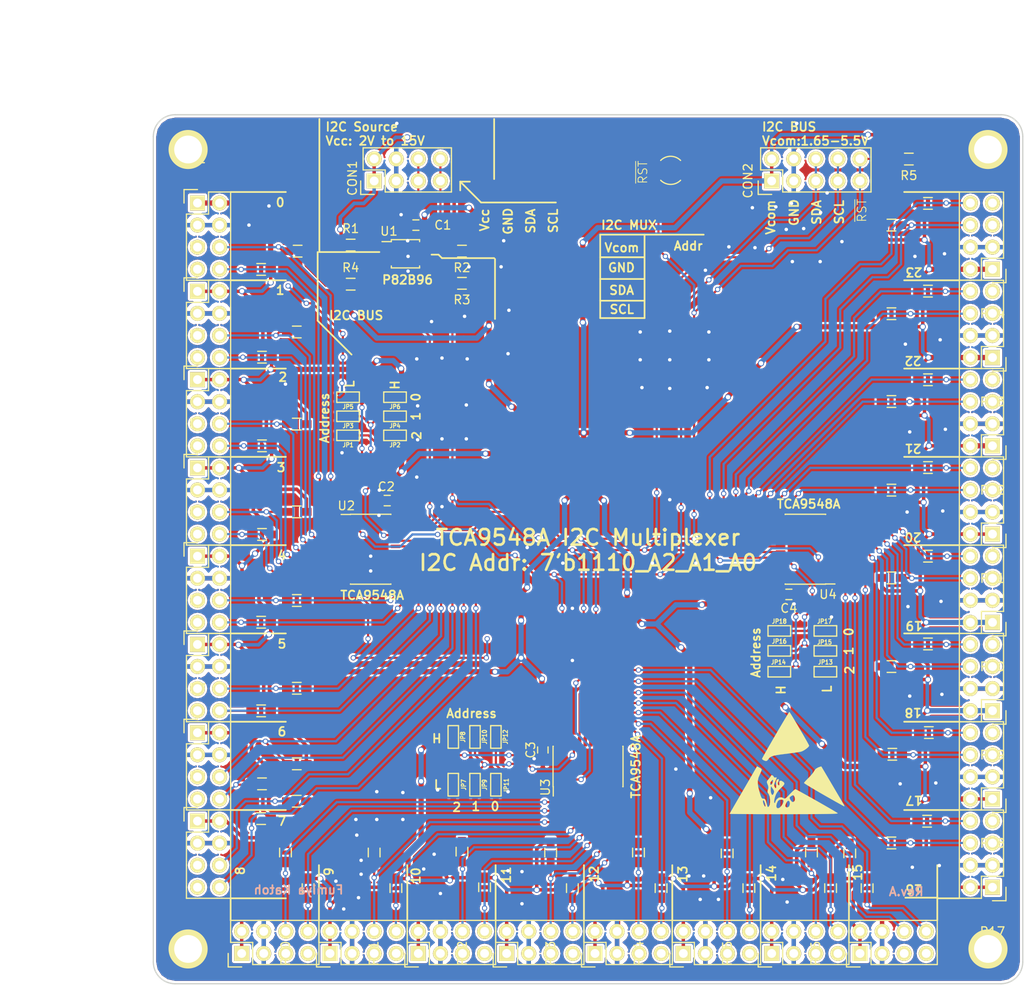
<source format=kicad_pcb>
(kicad_pcb (version 4) (host pcbnew 4.0.1-stable)
  (layers (0 F.Cu signal) (31 B.Cu signal) (34 B.Paste user) (35 F.Paste user) (36 B.SilkS user) (37 F.SilkS user) (38 B.Mask user) (39 F.Mask user) (44 Edge.Cuts user))
  (net 0 "")
  (net 1 "Net-(JP1-Pad1)")
  (net 2 GND)
  (net 3 VCOM)
  (net 4 "Net-(JP3-Pad1)")
  (net 5 "Net-(JP5-Pad1)")
  (net 6 "Net-(JP7-Pad1)")
  (net 7 "Net-(JP10-Pad1)")
  (net 8 "Net-(JP11-Pad1)")
  (net 9 "Net-(JP13-Pad1)")
  (net 10 "Net-(JP15-Pad1)")
  (net 11 "Net-(JP17-Pad1)")
  (net 12 /SDA0)
  (net 13 /SCL0)
  (net 14 /SDA1)
  (net 15 /SCL1)
  (net 16 /SDA2)
  (net 17 /SCL2)
  (net 18 /SDA3)
  (net 19 /SCL3)
  (net 20 /SDA4)
  (net 21 /SCL4)
  (net 22 /SDA5)
  (net 23 /SCL5)
  (net 24 /SDA6)
  (net 25 /SCL6)
  (net 26 /SDA7)
  (net 27 /SCL7)
  (net 28 VCC)
  (net 29 /SDA8)
  (net 30 /SCL8)
  (net 31 /SDA9)
  (net 32 /SCL9)
  (net 33 /SDA10)
  (net 34 /SCL10)
  (net 35 /SDA11)
  (net 36 /SCL11)
  (net 37 /SDA12)
  (net 38 /SCL12)
  (net 39 /SDA13)
  (net 40 /SCL13)
  (net 41 /SDA14)
  (net 42 /SCL14)
  (net 43 /SDA15)
  (net 44 /SCL15)
  (net 45 /SDA16)
  (net 46 /SCL16)
  (net 47 /SDA17)
  (net 48 /SCL17)
  (net 49 /SDA18)
  (net 50 /SCL18)
  (net 51 /SDA19)
  (net 52 /SCL19)
  (net 53 /SDA20)
  (net 54 /SCL20)
  (net 55 /SDA21)
  (net 56 /SCL21)
  (net 57 /SDA22)
  (net 58 /SCL22)
  (net 59 /SDA23)
  (net 60 /SCL23)
  (net 61 /BUS_SCL)
  (net 62 /BUS_SDA)
  (net 63 "Net-(CON1-Pad5)")
  (net 64 "Net-(CON1-Pad7)")
  (net 65 "Net-(CON2-Pad10)")
  (module kamiya:UserShort (layer F.Cu) (at 47.4 66.9 180)
    (fp_text reference JP1 (at 0 -1.1 180) (layer F.SilkS) (effects (font (size 0.508 0.4572) (thickness 0.1143))))
    (fp_text value UserShort hide)
    (pad 1 smd rect (at -0.75 0 180) (size 0.8 1) (layers F.Cu F.Paste F.Mask) (net 1 "Net-(JP1-Pad1)"))
    (pad 2 smd rect (at 0.75 0 180) (size 0.8 1) (layers F.Cu F.Paste F.Mask) (net 2 GND))
    (pad 1 smd rect (at -0.5 0 180) (size 0.65 0.2) (layers F.Cu F.Paste F.Mask) (net 1 "Net-(JP1-Pad1)"))
    (pad 2 smd rect (at 0.5 0 180) (size 0.65 0.2) (layers F.Cu F.Paste F.Mask) (net 2 GND))
  )
  (module kamiya:UserShort (layer F.Cu) (at 52.8 66.9)
    (fp_text reference JP2 (at 0 1.1) (layer F.SilkS) (effects (font (size 0.508 0.4572) (thickness 0.1143))))
    (fp_text value UserShort hide)
    (pad 1 smd rect (at -0.75 0) (size 0.8 1) (layers F.Cu F.Paste F.Mask) (net 1 "Net-(JP1-Pad1)"))
    (pad 2 smd rect (at 0.75 0) (size 0.8 1) (layers F.Cu F.Paste F.Mask) (net 3 VCOM))
    (pad 1 smd rect (at -0.5 0) (size 0.65 0.2) (layers F.Cu F.Paste F.Mask) (net 1 "Net-(JP1-Pad1)"))
    (pad 2 smd rect (at 0.5 0) (size 0.65 0.2) (layers F.Cu F.Paste F.Mask) (net 3 VCOM))
  )
  (module kamiya:UserShort (layer F.Cu) (at 47.4 64.7 180)
    (fp_text reference JP3 (at 0 -1.1 180) (layer F.SilkS) (effects (font (size 0.508 0.4572) (thickness 0.1143))))
    (fp_text value UserShort hide)
    (pad 1 smd rect (at -0.75 0 180) (size 0.8 1) (layers F.Cu F.Paste F.Mask) (net 4 "Net-(JP3-Pad1)"))
    (pad 2 smd rect (at 0.75 0 180) (size 0.8 1) (layers F.Cu F.Paste F.Mask) (net 2 GND))
    (pad 1 smd rect (at -0.5 0 180) (size 0.65 0.2) (layers F.Cu F.Paste F.Mask) (net 4 "Net-(JP3-Pad1)"))
    (pad 2 smd rect (at 0.5 0 180) (size 0.65 0.2) (layers F.Cu F.Paste F.Mask) (net 2 GND))
  )
  (module kamiya:UserShort (layer F.Cu) (at 52.8 64.7)
    (fp_text reference JP4 (at 0 1.1) (layer F.SilkS) (effects (font (size 0.508 0.4572) (thickness 0.1143))))
    (fp_text value UserShort hide)
    (pad 1 smd rect (at -0.75 0) (size 0.8 1) (layers F.Cu F.Paste F.Mask) (net 4 "Net-(JP3-Pad1)"))
    (pad 2 smd rect (at 0.75 0) (size 0.8 1) (layers F.Cu F.Paste F.Mask) (net 3 VCOM))
    (pad 1 smd rect (at -0.5 0) (size 0.65 0.2) (layers F.Cu F.Paste F.Mask) (net 4 "Net-(JP3-Pad1)"))
    (pad 2 smd rect (at 0.5 0) (size 0.65 0.2) (layers F.Cu F.Paste F.Mask) (net 3 VCOM))
  )
  (module kamiya:UserShort (layer F.Cu) (at 47.4 62.5 180)
    (fp_text reference JP5 (at 0 -1.1 180) (layer F.SilkS) (effects (font (size 0.508 0.4572) (thickness 0.1143))))
    (fp_text value UserShort hide)
    (pad 1 smd rect (at -0.75 0 180) (size 0.8 1) (layers F.Cu F.Paste F.Mask) (net 5 "Net-(JP5-Pad1)"))
    (pad 2 smd rect (at 0.75 0 180) (size 0.8 1) (layers F.Cu F.Paste F.Mask) (net 2 GND))
    (pad 1 smd rect (at -0.5 0 180) (size 0.65 0.2) (layers F.Cu F.Paste F.Mask) (net 5 "Net-(JP5-Pad1)"))
    (pad 2 smd rect (at 0.5 0 180) (size 0.65 0.2) (layers F.Cu F.Paste F.Mask) (net 2 GND))
  )
  (module kamiya:UserShort (layer F.Cu) (at 52.8 62.5)
    (fp_text reference JP6 (at 0 1.1) (layer F.SilkS) (effects (font (size 0.508 0.4572) (thickness 0.1143))))
    (fp_text value UserShort hide)
    (pad 1 smd rect (at -0.75 0) (size 0.8 1) (layers F.Cu F.Paste F.Mask) (net 5 "Net-(JP5-Pad1)"))
    (pad 2 smd rect (at 0.75 0) (size 0.8 1) (layers F.Cu F.Paste F.Mask) (net 3 VCOM))
    (pad 1 smd rect (at -0.5 0) (size 0.65 0.2) (layers F.Cu F.Paste F.Mask) (net 5 "Net-(JP5-Pad1)"))
    (pad 2 smd rect (at 0.5 0) (size 0.65 0.2) (layers F.Cu F.Paste F.Mask) (net 3 VCOM))
  )
  (module kamiya:UserShort (layer F.Cu) (at 59.5 107.1 270)
    (fp_text reference JP7 (at 0 -1.2 270) (layer F.SilkS) (effects (font (size 0.508 0.4572) (thickness 0.1143))))
    (fp_text value UserShort hide)
    (pad 1 smd rect (at -0.75 0 270) (size 0.8 1) (layers F.Cu F.Paste F.Mask) (net 6 "Net-(JP7-Pad1)"))
    (pad 2 smd rect (at 0.75 0 270) (size 0.8 1) (layers F.Cu F.Paste F.Mask) (net 2 GND))
    (pad 1 smd rect (at -0.5 0 270) (size 0.65 0.2) (layers F.Cu F.Paste F.Mask) (net 6 "Net-(JP7-Pad1)"))
    (pad 2 smd rect (at 0.5 0 270) (size 0.65 0.2) (layers F.Cu F.Paste F.Mask) (net 2 GND))
  )
  (module kamiya:UserShort (layer F.Cu) (at 59.5 101.6 90)
    (fp_text reference JP8 (at 0 1.1 90) (layer F.SilkS) (effects (font (size 0.508 0.4572) (thickness 0.1143))))
    (fp_text value UserShort hide)
    (pad 1 smd rect (at -0.75 0 90) (size 0.8 1) (layers F.Cu F.Paste F.Mask) (net 6 "Net-(JP7-Pad1)"))
    (pad 2 smd rect (at 0.75 0 90) (size 0.8 1) (layers F.Cu F.Paste F.Mask) (net 3 VCOM))
    (pad 1 smd rect (at -0.5 0 90) (size 0.65 0.2) (layers F.Cu F.Paste F.Mask) (net 6 "Net-(JP7-Pad1)"))
    (pad 2 smd rect (at 0.5 0 90) (size 0.65 0.2) (layers F.Cu F.Paste F.Mask) (net 3 VCOM))
  )
  (module kamiya:UserShort (layer F.Cu) (at 62 107.1 270)
    (fp_text reference JP9 (at 0 -1.1 270) (layer F.SilkS) (effects (font (size 0.508 0.4572) (thickness 0.1143))))
    (fp_text value UserShort hide)
    (pad 1 smd rect (at -0.75 0 270) (size 0.8 1) (layers F.Cu F.Paste F.Mask) (net 7 "Net-(JP10-Pad1)"))
    (pad 2 smd rect (at 0.75 0 270) (size 0.8 1) (layers F.Cu F.Paste F.Mask) (net 2 GND))
    (pad 1 smd rect (at -0.5 0 270) (size 0.65 0.2) (layers F.Cu F.Paste F.Mask) (net 7 "Net-(JP10-Pad1)"))
    (pad 2 smd rect (at 0.5 0 270) (size 0.65 0.2) (layers F.Cu F.Paste F.Mask) (net 2 GND))
  )
  (module kamiya:UserShort (layer F.Cu) (at 62 101.6 90)
    (fp_text reference JP10 (at 0 1.1 90) (layer F.SilkS) (effects (font (size 0.508 0.4572) (thickness 0.1143))))
    (fp_text value UserShort hide)
    (pad 1 smd rect (at -0.75 0 90) (size 0.8 1) (layers F.Cu F.Paste F.Mask) (net 7 "Net-(JP10-Pad1)"))
    (pad 2 smd rect (at 0.75 0 90) (size 0.8 1) (layers F.Cu F.Paste F.Mask) (net 3 VCOM))
    (pad 1 smd rect (at -0.5 0 90) (size 0.65 0.2) (layers F.Cu F.Paste F.Mask) (net 7 "Net-(JP10-Pad1)"))
    (pad 2 smd rect (at 0.5 0 90) (size 0.65 0.2) (layers F.Cu F.Paste F.Mask) (net 3 VCOM))
  )
  (module kamiya:UserShort (layer F.Cu) (at 64.4 107.1 270)
    (fp_text reference JP11 (at 0.1 -1.2 270) (layer F.SilkS) (effects (font (size 0.508 0.4572) (thickness 0.1143))))
    (fp_text value UserShort hide)
    (pad 1 smd rect (at -0.75 0 270) (size 0.8 1) (layers F.Cu F.Paste F.Mask) (net 8 "Net-(JP11-Pad1)"))
    (pad 2 smd rect (at 0.75 0 270) (size 0.8 1) (layers F.Cu F.Paste F.Mask) (net 2 GND))
    (pad 1 smd rect (at -0.5 0 270) (size 0.65 0.2) (layers F.Cu F.Paste F.Mask) (net 8 "Net-(JP11-Pad1)"))
    (pad 2 smd rect (at 0.5 0 270) (size 0.65 0.2) (layers F.Cu F.Paste F.Mask) (net 2 GND))
  )
  (module kamiya:UserShort (layer F.Cu) (at 64.4 101.6 90)
    (fp_text reference JP12 (at 0 1.1 90) (layer F.SilkS) (effects (font (size 0.508 0.4572) (thickness 0.1143))))
    (fp_text value UserShort hide)
    (pad 1 smd rect (at -0.75 0 90) (size 0.8 1) (layers F.Cu F.Paste F.Mask) (net 8 "Net-(JP11-Pad1)"))
    (pad 2 smd rect (at 0.75 0 90) (size 0.8 1) (layers F.Cu F.Paste F.Mask) (net 3 VCOM))
    (pad 1 smd rect (at -0.5 0 90) (size 0.65 0.2) (layers F.Cu F.Paste F.Mask) (net 8 "Net-(JP11-Pad1)"))
    (pad 2 smd rect (at 0.5 0 90) (size 0.65 0.2) (layers F.Cu F.Paste F.Mask) (net 3 VCOM))
  )
  (module kamiya:UserShort (layer F.Cu) (at 102.3 94.1)
    (fp_text reference JP13 (at 0 -1.1) (layer F.SilkS) (effects (font (size 0.508 0.4572) (thickness 0.1143))))
    (fp_text value UserShort hide)
    (pad 1 smd rect (at -0.75 0) (size 0.8 1) (layers F.Cu F.Paste F.Mask) (net 9 "Net-(JP13-Pad1)"))
    (pad 2 smd rect (at 0.75 0) (size 0.8 1) (layers F.Cu F.Paste F.Mask) (net 2 GND))
    (pad 1 smd rect (at -0.5 0) (size 0.65 0.2) (layers F.Cu F.Paste F.Mask) (net 9 "Net-(JP13-Pad1)"))
    (pad 2 smd rect (at 0.5 0) (size 0.65 0.2) (layers F.Cu F.Paste F.Mask) (net 2 GND))
  )
  (module kamiya:UserShort (layer F.Cu) (at 97 94.1 180)
    (fp_text reference JP14 (at 0.1 1.1 180) (layer F.SilkS) (effects (font (size 0.508 0.4572) (thickness 0.1143))))
    (fp_text value UserShort hide)
    (pad 1 smd rect (at -0.75 0 180) (size 0.8 1) (layers F.Cu F.Paste F.Mask) (net 9 "Net-(JP13-Pad1)"))
    (pad 2 smd rect (at 0.75 0 180) (size 0.8 1) (layers F.Cu F.Paste F.Mask) (net 3 VCOM))
    (pad 1 smd rect (at -0.5 0 180) (size 0.65 0.2) (layers F.Cu F.Paste F.Mask) (net 9 "Net-(JP13-Pad1)"))
    (pad 2 smd rect (at 0.5 0 180) (size 0.65 0.2) (layers F.Cu F.Paste F.Mask) (net 3 VCOM))
  )
  (module kamiya:UserShort (layer F.Cu) (at 102.3 91.7)
    (fp_text reference JP15 (at -0.1 -1) (layer F.SilkS) (effects (font (size 0.508 0.4572) (thickness 0.1143))))
    (fp_text value UserShort hide)
    (pad 1 smd rect (at -0.75 0) (size 0.8 1) (layers F.Cu F.Paste F.Mask) (net 10 "Net-(JP15-Pad1)"))
    (pad 2 smd rect (at 0.75 0) (size 0.8 1) (layers F.Cu F.Paste F.Mask) (net 2 GND))
    (pad 1 smd rect (at -0.5 0) (size 0.65 0.2) (layers F.Cu F.Paste F.Mask) (net 10 "Net-(JP15-Pad1)"))
    (pad 2 smd rect (at 0.5 0) (size 0.65 0.2) (layers F.Cu F.Paste F.Mask) (net 2 GND))
  )
  (module kamiya:UserShort (layer F.Cu) (at 97 91.7 180)
    (fp_text reference JP16 (at 0 1.1 180) (layer F.SilkS) (effects (font (size 0.508 0.4572) (thickness 0.1143))))
    (fp_text value UserShort hide)
    (pad 1 smd rect (at -0.75 0 180) (size 0.8 1) (layers F.Cu F.Paste F.Mask) (net 10 "Net-(JP15-Pad1)"))
    (pad 2 smd rect (at 0.75 0 180) (size 0.8 1) (layers F.Cu F.Paste F.Mask) (net 3 VCOM))
    (pad 1 smd rect (at -0.5 0 180) (size 0.65 0.2) (layers F.Cu F.Paste F.Mask) (net 10 "Net-(JP15-Pad1)"))
    (pad 2 smd rect (at 0.5 0 180) (size 0.65 0.2) (layers F.Cu F.Paste F.Mask) (net 3 VCOM))
  )
  (module kamiya:UserShort (layer F.Cu) (at 102.3 89.4)
    (fp_text reference JP17 (at -0.1 -1.1) (layer F.SilkS) (effects (font (size 0.508 0.4572) (thickness 0.1143))))
    (fp_text value UserShort hide)
    (pad 1 smd rect (at -0.75 0) (size 0.8 1) (layers F.Cu F.Paste F.Mask) (net 11 "Net-(JP17-Pad1)"))
    (pad 2 smd rect (at 0.75 0) (size 0.8 1) (layers F.Cu F.Paste F.Mask) (net 2 GND))
    (pad 1 smd rect (at -0.5 0) (size 0.65 0.2) (layers F.Cu F.Paste F.Mask) (net 11 "Net-(JP17-Pad1)"))
    (pad 2 smd rect (at 0.5 0) (size 0.65 0.2) (layers F.Cu F.Paste F.Mask) (net 2 GND))
  )
  (module kamiya:UserShort (layer F.Cu) (at 97 89.4 180)
    (fp_text reference JP18 (at 0 1.1 180) (layer F.SilkS) (effects (font (size 0.508 0.4572) (thickness 0.1143))))
    (fp_text value UserShort hide)
    (pad 1 smd rect (at -0.75 0 180) (size 0.8 1) (layers F.Cu F.Paste F.Mask) (net 11 "Net-(JP17-Pad1)"))
    (pad 2 smd rect (at 0.75 0 180) (size 0.8 1) (layers F.Cu F.Paste F.Mask) (net 3 VCOM))
    (pad 1 smd rect (at -0.5 0 180) (size 0.65 0.2) (layers F.Cu F.Paste F.Mask) (net 11 "Net-(JP17-Pad1)"))
    (pad 2 smd rect (at 0.5 0 180) (size 0.65 0.2) (layers F.Cu F.Paste F.Mask) (net 3 VCOM))
  )
  (module Pin_Headers:Pin_Header_Straight_2x04 (layer F.Cu) (at 30.08 40.16)
    (fp_text reference P1 (at 0 -5.1) (layer F.SilkS))
    (fp_text value MUX_I2C)
    (pad 1 thru_hole rect (at 0 0) (size 1.7272 1.7272) (drill 1.016) (layers *.Cu *.Mask F.SilkS) (net 3 VCOM))
    (pad 2 thru_hole oval (at 2.54 0) (size 1.7272 1.7272) (drill 1.016) (layers *.Cu *.Mask F.SilkS) (net 3 VCOM))
    (pad 3 thru_hole oval (at 0 2.54) (size 1.7272 1.7272) (drill 1.016) (layers *.Cu *.Mask F.SilkS) (net 2 GND))
    (pad 4 thru_hole oval (at 2.54 2.54) (size 1.7272 1.7272) (drill 1.016) (layers *.Cu *.Mask F.SilkS) (net 2 GND))
    (pad 5 thru_hole oval (at 0 5.08) (size 1.7272 1.7272) (drill 1.016) (layers *.Cu *.Mask F.SilkS))
    (pad 6 thru_hole oval (at 2.54 5.08) (size 1.7272 1.7272) (drill 1.016) (layers *.Cu *.Mask F.SilkS) (net 12 /SDA0))
    (pad 7 thru_hole oval (at 0 7.62) (size 1.7272 1.7272) (drill 1.016) (layers *.Cu *.Mask F.SilkS))
    (pad 8 thru_hole oval (at 2.54 7.62) (size 1.7272 1.7272) (drill 1.016) (layers *.Cu *.Mask F.SilkS) (net 13 /SCL0))
  )
  (module Pin_Headers:Pin_Header_Straight_2x04 (layer F.Cu) (at 30.08 50.32)
    (fp_text reference P2 (at 0 -5.1) (layer F.SilkS))
    (fp_text value MUX_I2C)
    (pad 1 thru_hole rect (at 0 0) (size 1.7272 1.7272) (drill 1.016) (layers *.Cu *.Mask F.SilkS) (net 3 VCOM))
    (pad 2 thru_hole oval (at 2.54 0) (size 1.7272 1.7272) (drill 1.016) (layers *.Cu *.Mask F.SilkS) (net 3 VCOM))
    (pad 3 thru_hole oval (at 0 2.54) (size 1.7272 1.7272) (drill 1.016) (layers *.Cu *.Mask F.SilkS) (net 2 GND))
    (pad 4 thru_hole oval (at 2.54 2.54) (size 1.7272 1.7272) (drill 1.016) (layers *.Cu *.Mask F.SilkS) (net 2 GND))
    (pad 5 thru_hole oval (at 0 5.08) (size 1.7272 1.7272) (drill 1.016) (layers *.Cu *.Mask F.SilkS))
    (pad 6 thru_hole oval (at 2.54 5.08) (size 1.7272 1.7272) (drill 1.016) (layers *.Cu *.Mask F.SilkS) (net 14 /SDA1))
    (pad 7 thru_hole oval (at 0 7.62) (size 1.7272 1.7272) (drill 1.016) (layers *.Cu *.Mask F.SilkS))
    (pad 8 thru_hole oval (at 2.54 7.62) (size 1.7272 1.7272) (drill 1.016) (layers *.Cu *.Mask F.SilkS) (net 15 /SCL1))
  )
  (module Pin_Headers:Pin_Header_Straight_2x04 (layer F.Cu) (at 30.08 60.48)
    (fp_text reference P3 (at 0 -5.1) (layer F.SilkS))
    (fp_text value MUX_I2C)
    (pad 1 thru_hole rect (at 0 0) (size 1.7272 1.7272) (drill 1.016) (layers *.Cu *.Mask F.SilkS) (net 3 VCOM))
    (pad 2 thru_hole oval (at 2.54 0) (size 1.7272 1.7272) (drill 1.016) (layers *.Cu *.Mask F.SilkS) (net 3 VCOM))
    (pad 3 thru_hole oval (at 0 2.54) (size 1.7272 1.7272) (drill 1.016) (layers *.Cu *.Mask F.SilkS) (net 2 GND))
    (pad 4 thru_hole oval (at 2.54 2.54) (size 1.7272 1.7272) (drill 1.016) (layers *.Cu *.Mask F.SilkS) (net 2 GND))
    (pad 5 thru_hole oval (at 0 5.08) (size 1.7272 1.7272) (drill 1.016) (layers *.Cu *.Mask F.SilkS))
    (pad 6 thru_hole oval (at 2.54 5.08) (size 1.7272 1.7272) (drill 1.016) (layers *.Cu *.Mask F.SilkS) (net 16 /SDA2))
    (pad 7 thru_hole oval (at 0 7.62) (size 1.7272 1.7272) (drill 1.016) (layers *.Cu *.Mask F.SilkS))
    (pad 8 thru_hole oval (at 2.54 7.62) (size 1.7272 1.7272) (drill 1.016) (layers *.Cu *.Mask F.SilkS) (net 17 /SCL2))
  )
  (module Pin_Headers:Pin_Header_Straight_2x04 (layer F.Cu) (at 30.08 70.64)
    (fp_text reference P4 (at 0 -5.1) (layer F.SilkS))
    (fp_text value MUX_I2C)
    (pad 1 thru_hole rect (at 0 0) (size 1.7272 1.7272) (drill 1.016) (layers *.Cu *.Mask F.SilkS) (net 3 VCOM))
    (pad 2 thru_hole oval (at 2.54 0) (size 1.7272 1.7272) (drill 1.016) (layers *.Cu *.Mask F.SilkS) (net 3 VCOM))
    (pad 3 thru_hole oval (at 0 2.54) (size 1.7272 1.7272) (drill 1.016) (layers *.Cu *.Mask F.SilkS) (net 2 GND))
    (pad 4 thru_hole oval (at 2.54 2.54) (size 1.7272 1.7272) (drill 1.016) (layers *.Cu *.Mask F.SilkS) (net 2 GND))
    (pad 5 thru_hole oval (at 0 5.08) (size 1.7272 1.7272) (drill 1.016) (layers *.Cu *.Mask F.SilkS))
    (pad 6 thru_hole oval (at 2.54 5.08) (size 1.7272 1.7272) (drill 1.016) (layers *.Cu *.Mask F.SilkS) (net 18 /SDA3))
    (pad 7 thru_hole oval (at 0 7.62) (size 1.7272 1.7272) (drill 1.016) (layers *.Cu *.Mask F.SilkS))
    (pad 8 thru_hole oval (at 2.54 7.62) (size 1.7272 1.7272) (drill 1.016) (layers *.Cu *.Mask F.SilkS) (net 19 /SCL3))
  )
  (module Pin_Headers:Pin_Header_Straight_2x04 (layer F.Cu) (at 30.08 80.8)
    (fp_text reference P5 (at 0 -5.1) (layer F.SilkS))
    (fp_text value MUX_I2C)
    (pad 1 thru_hole rect (at 0 0) (size 1.7272 1.7272) (drill 1.016) (layers *.Cu *.Mask F.SilkS) (net 3 VCOM))
    (pad 2 thru_hole oval (at 2.54 0) (size 1.7272 1.7272) (drill 1.016) (layers *.Cu *.Mask F.SilkS) (net 3 VCOM))
    (pad 3 thru_hole oval (at 0 2.54) (size 1.7272 1.7272) (drill 1.016) (layers *.Cu *.Mask F.SilkS) (net 2 GND))
    (pad 4 thru_hole oval (at 2.54 2.54) (size 1.7272 1.7272) (drill 1.016) (layers *.Cu *.Mask F.SilkS) (net 2 GND))
    (pad 5 thru_hole oval (at 0 5.08) (size 1.7272 1.7272) (drill 1.016) (layers *.Cu *.Mask F.SilkS))
    (pad 6 thru_hole oval (at 2.54 5.08) (size 1.7272 1.7272) (drill 1.016) (layers *.Cu *.Mask F.SilkS) (net 20 /SDA4))
    (pad 7 thru_hole oval (at 0 7.62) (size 1.7272 1.7272) (drill 1.016) (layers *.Cu *.Mask F.SilkS))
    (pad 8 thru_hole oval (at 2.54 7.62) (size 1.7272 1.7272) (drill 1.016) (layers *.Cu *.Mask F.SilkS) (net 21 /SCL4))
  )
  (module Pin_Headers:Pin_Header_Straight_2x04 (layer F.Cu) (at 30.08 90.96)
    (fp_text reference P6 (at 0 -5.1) (layer F.SilkS))
    (fp_text value MUX_I2C)
    (pad 1 thru_hole rect (at 0 0) (size 1.7272 1.7272) (drill 1.016) (layers *.Cu *.Mask F.SilkS) (net 3 VCOM))
    (pad 2 thru_hole oval (at 2.54 0) (size 1.7272 1.7272) (drill 1.016) (layers *.Cu *.Mask F.SilkS) (net 3 VCOM))
    (pad 3 thru_hole oval (at 0 2.54) (size 1.7272 1.7272) (drill 1.016) (layers *.Cu *.Mask F.SilkS) (net 2 GND))
    (pad 4 thru_hole oval (at 2.54 2.54) (size 1.7272 1.7272) (drill 1.016) (layers *.Cu *.Mask F.SilkS) (net 2 GND))
    (pad 5 thru_hole oval (at 0 5.08) (size 1.7272 1.7272) (drill 1.016) (layers *.Cu *.Mask F.SilkS))
    (pad 6 thru_hole oval (at 2.54 5.08) (size 1.7272 1.7272) (drill 1.016) (layers *.Cu *.Mask F.SilkS) (net 22 /SDA5))
    (pad 7 thru_hole oval (at 0 7.62) (size 1.7272 1.7272) (drill 1.016) (layers *.Cu *.Mask F.SilkS))
    (pad 8 thru_hole oval (at 2.54 7.62) (size 1.7272 1.7272) (drill 1.016) (layers *.Cu *.Mask F.SilkS) (net 23 /SCL5))
  )
  (module Pin_Headers:Pin_Header_Straight_2x04 (layer F.Cu) (at 30.08 101.12)
    (fp_text reference P7 (at 0 -5.1) (layer F.SilkS))
    (fp_text value MUX_I2C)
    (pad 1 thru_hole rect (at 0 0) (size 1.7272 1.7272) (drill 1.016) (layers *.Cu *.Mask F.SilkS) (net 3 VCOM))
    (pad 2 thru_hole oval (at 2.54 0) (size 1.7272 1.7272) (drill 1.016) (layers *.Cu *.Mask F.SilkS) (net 3 VCOM))
    (pad 3 thru_hole oval (at 0 2.54) (size 1.7272 1.7272) (drill 1.016) (layers *.Cu *.Mask F.SilkS) (net 2 GND))
    (pad 4 thru_hole oval (at 2.54 2.54) (size 1.7272 1.7272) (drill 1.016) (layers *.Cu *.Mask F.SilkS) (net 2 GND))
    (pad 5 thru_hole oval (at 0 5.08) (size 1.7272 1.7272) (drill 1.016) (layers *.Cu *.Mask F.SilkS))
    (pad 6 thru_hole oval (at 2.54 5.08) (size 1.7272 1.7272) (drill 1.016) (layers *.Cu *.Mask F.SilkS) (net 24 /SDA6))
    (pad 7 thru_hole oval (at 0 7.62) (size 1.7272 1.7272) (drill 1.016) (layers *.Cu *.Mask F.SilkS))
    (pad 8 thru_hole oval (at 2.54 7.62) (size 1.7272 1.7272) (drill 1.016) (layers *.Cu *.Mask F.SilkS) (net 25 /SCL6))
  )
  (module Pin_Headers:Pin_Header_Straight_2x04 (layer F.Cu) (at 30.08 111.28)
    (fp_text reference P8 (at 0 -5.1) (layer F.SilkS))
    (fp_text value MUX_I2C)
    (pad 1 thru_hole rect (at 0 0) (size 1.7272 1.7272) (drill 1.016) (layers *.Cu *.Mask F.SilkS) (net 3 VCOM))
    (pad 2 thru_hole oval (at 2.54 0) (size 1.7272 1.7272) (drill 1.016) (layers *.Cu *.Mask F.SilkS) (net 3 VCOM))
    (pad 3 thru_hole oval (at 0 2.54) (size 1.7272 1.7272) (drill 1.016) (layers *.Cu *.Mask F.SilkS) (net 2 GND))
    (pad 4 thru_hole oval (at 2.54 2.54) (size 1.7272 1.7272) (drill 1.016) (layers *.Cu *.Mask F.SilkS) (net 2 GND))
    (pad 5 thru_hole oval (at 0 5.08) (size 1.7272 1.7272) (drill 1.016) (layers *.Cu *.Mask F.SilkS))
    (pad 6 thru_hole oval (at 2.54 5.08) (size 1.7272 1.7272) (drill 1.016) (layers *.Cu *.Mask F.SilkS) (net 26 /SDA7))
    (pad 7 thru_hole oval (at 0 7.62) (size 1.7272 1.7272) (drill 1.016) (layers *.Cu *.Mask F.SilkS))
    (pad 8 thru_hole oval (at 2.54 7.62) (size 1.7272 1.7272) (drill 1.016) (layers *.Cu *.Mask F.SilkS) (net 27 /SCL7))
  )
  (module Pin_Headers:Pin_Header_Straight_2x04 (layer F.Cu) (at 35.16 126.52 90)
    (fp_text reference P9 (at 0 -5.1 90) (layer F.SilkS))
    (fp_text value MUX_I2C)
    (pad 1 thru_hole rect (at 0 0 90) (size 1.7272 1.7272) (drill 1.016) (layers *.Cu *.Mask F.SilkS) (net 3 VCOM))
    (pad 2 thru_hole oval (at 2.54 0 90) (size 1.7272 1.7272) (drill 1.016) (layers *.Cu *.Mask F.SilkS) (net 3 VCOM))
    (pad 3 thru_hole oval (at 0 2.54 90) (size 1.7272 1.7272) (drill 1.016) (layers *.Cu *.Mask F.SilkS) (net 2 GND))
    (pad 4 thru_hole oval (at 2.54 2.54 90) (size 1.7272 1.7272) (drill 1.016) (layers *.Cu *.Mask F.SilkS) (net 2 GND))
    (pad 5 thru_hole oval (at 0 5.08 90) (size 1.7272 1.7272) (drill 1.016) (layers *.Cu *.Mask F.SilkS))
    (pad 6 thru_hole oval (at 2.54 5.08 90) (size 1.7272 1.7272) (drill 1.016) (layers *.Cu *.Mask F.SilkS) (net 29 /SDA8))
    (pad 7 thru_hole oval (at 0 7.62 90) (size 1.7272 1.7272) (drill 1.016) (layers *.Cu *.Mask F.SilkS))
    (pad 8 thru_hole oval (at 2.54 7.62 90) (size 1.7272 1.7272) (drill 1.016) (layers *.Cu *.Mask F.SilkS) (net 30 /SCL8))
  )
  (module Pin_Headers:Pin_Header_Straight_2x04 (layer F.Cu) (at 55.48 126.52 90)
    (fp_text reference P11 (at 0 -5.1 90) (layer F.SilkS))
    (fp_text value MUX_I2C)
    (pad 1 thru_hole rect (at 0 0 90) (size 1.7272 1.7272) (drill 1.016) (layers *.Cu *.Mask F.SilkS) (net 3 VCOM))
    (pad 2 thru_hole oval (at 2.54 0 90) (size 1.7272 1.7272) (drill 1.016) (layers *.Cu *.Mask F.SilkS) (net 3 VCOM))
    (pad 3 thru_hole oval (at 0 2.54 90) (size 1.7272 1.7272) (drill 1.016) (layers *.Cu *.Mask F.SilkS) (net 2 GND))
    (pad 4 thru_hole oval (at 2.54 2.54 90) (size 1.7272 1.7272) (drill 1.016) (layers *.Cu *.Mask F.SilkS) (net 2 GND))
    (pad 5 thru_hole oval (at 0 5.08 90) (size 1.7272 1.7272) (drill 1.016) (layers *.Cu *.Mask F.SilkS))
    (pad 6 thru_hole oval (at 2.54 5.08 90) (size 1.7272 1.7272) (drill 1.016) (layers *.Cu *.Mask F.SilkS) (net 33 /SDA10))
    (pad 7 thru_hole oval (at 0 7.62 90) (size 1.7272 1.7272) (drill 1.016) (layers *.Cu *.Mask F.SilkS))
    (pad 8 thru_hole oval (at 2.54 7.62 90) (size 1.7272 1.7272) (drill 1.016) (layers *.Cu *.Mask F.SilkS) (net 34 /SCL10))
  )
  (module Pin_Headers:Pin_Header_Straight_2x04 (layer F.Cu) (at 65.64 126.52 90)
    (fp_text reference P12 (at 0 -5.1 90) (layer F.SilkS))
    (fp_text value MUX_I2C)
    (pad 1 thru_hole rect (at 0 0 90) (size 1.7272 1.7272) (drill 1.016) (layers *.Cu *.Mask F.SilkS) (net 3 VCOM))
    (pad 2 thru_hole oval (at 2.54 0 90) (size 1.7272 1.7272) (drill 1.016) (layers *.Cu *.Mask F.SilkS) (net 3 VCOM))
    (pad 3 thru_hole oval (at 0 2.54 90) (size 1.7272 1.7272) (drill 1.016) (layers *.Cu *.Mask F.SilkS) (net 2 GND))
    (pad 4 thru_hole oval (at 2.54 2.54 90) (size 1.7272 1.7272) (drill 1.016) (layers *.Cu *.Mask F.SilkS) (net 2 GND))
    (pad 5 thru_hole oval (at 0 5.08 90) (size 1.7272 1.7272) (drill 1.016) (layers *.Cu *.Mask F.SilkS))
    (pad 6 thru_hole oval (at 2.54 5.08 90) (size 1.7272 1.7272) (drill 1.016) (layers *.Cu *.Mask F.SilkS) (net 35 /SDA11))
    (pad 7 thru_hole oval (at 0 7.62 90) (size 1.7272 1.7272) (drill 1.016) (layers *.Cu *.Mask F.SilkS))
    (pad 8 thru_hole oval (at 2.54 7.62 90) (size 1.7272 1.7272) (drill 1.016) (layers *.Cu *.Mask F.SilkS) (net 36 /SCL11))
  )
  (module Pin_Headers:Pin_Header_Straight_2x04 (layer F.Cu) (at 75.8 126.52 90)
    (fp_text reference P13 (at 0 -5.1 90) (layer F.SilkS))
    (fp_text value MUX_I2C)
    (pad 1 thru_hole rect (at 0 0 90) (size 1.7272 1.7272) (drill 1.016) (layers *.Cu *.Mask F.SilkS) (net 3 VCOM))
    (pad 2 thru_hole oval (at 2.54 0 90) (size 1.7272 1.7272) (drill 1.016) (layers *.Cu *.Mask F.SilkS) (net 3 VCOM))
    (pad 3 thru_hole oval (at 0 2.54 90) (size 1.7272 1.7272) (drill 1.016) (layers *.Cu *.Mask F.SilkS) (net 2 GND))
    (pad 4 thru_hole oval (at 2.54 2.54 90) (size 1.7272 1.7272) (drill 1.016) (layers *.Cu *.Mask F.SilkS) (net 2 GND))
    (pad 5 thru_hole oval (at 0 5.08 90) (size 1.7272 1.7272) (drill 1.016) (layers *.Cu *.Mask F.SilkS))
    (pad 6 thru_hole oval (at 2.54 5.08 90) (size 1.7272 1.7272) (drill 1.016) (layers *.Cu *.Mask F.SilkS) (net 37 /SDA12))
    (pad 7 thru_hole oval (at 0 7.62 90) (size 1.7272 1.7272) (drill 1.016) (layers *.Cu *.Mask F.SilkS))
    (pad 8 thru_hole oval (at 2.54 7.62 90) (size 1.7272 1.7272) (drill 1.016) (layers *.Cu *.Mask F.SilkS) (net 38 /SCL12))
  )
  (module Pin_Headers:Pin_Header_Straight_2x04 (layer F.Cu) (at 85.96 126.52 90)
    (fp_text reference P14 (at 0 -5.1 90) (layer F.SilkS))
    (fp_text value MUX_I2C)
    (pad 1 thru_hole rect (at 0 0 90) (size 1.7272 1.7272) (drill 1.016) (layers *.Cu *.Mask F.SilkS) (net 3 VCOM))
    (pad 2 thru_hole oval (at 2.54 0 90) (size 1.7272 1.7272) (drill 1.016) (layers *.Cu *.Mask F.SilkS) (net 3 VCOM))
    (pad 3 thru_hole oval (at 0 2.54 90) (size 1.7272 1.7272) (drill 1.016) (layers *.Cu *.Mask F.SilkS) (net 2 GND))
    (pad 4 thru_hole oval (at 2.54 2.54 90) (size 1.7272 1.7272) (drill 1.016) (layers *.Cu *.Mask F.SilkS) (net 2 GND))
    (pad 5 thru_hole oval (at 0 5.08 90) (size 1.7272 1.7272) (drill 1.016) (layers *.Cu *.Mask F.SilkS))
    (pad 6 thru_hole oval (at 2.54 5.08 90) (size 1.7272 1.7272) (drill 1.016) (layers *.Cu *.Mask F.SilkS) (net 39 /SDA13))
    (pad 7 thru_hole oval (at 0 7.62 90) (size 1.7272 1.7272) (drill 1.016) (layers *.Cu *.Mask F.SilkS))
    (pad 8 thru_hole oval (at 2.54 7.62 90) (size 1.7272 1.7272) (drill 1.016) (layers *.Cu *.Mask F.SilkS) (net 40 /SCL13))
  )
  (module Pin_Headers:Pin_Header_Straight_2x04 (layer F.Cu) (at 96.12 126.52 90)
    (fp_text reference P15 (at 0 -5.1 90) (layer F.SilkS))
    (fp_text value MUX_I2C)
    (pad 1 thru_hole rect (at 0 0 90) (size 1.7272 1.7272) (drill 1.016) (layers *.Cu *.Mask F.SilkS) (net 3 VCOM))
    (pad 2 thru_hole oval (at 2.54 0 90) (size 1.7272 1.7272) (drill 1.016) (layers *.Cu *.Mask F.SilkS) (net 3 VCOM))
    (pad 3 thru_hole oval (at 0 2.54 90) (size 1.7272 1.7272) (drill 1.016) (layers *.Cu *.Mask F.SilkS) (net 2 GND))
    (pad 4 thru_hole oval (at 2.54 2.54 90) (size 1.7272 1.7272) (drill 1.016) (layers *.Cu *.Mask F.SilkS) (net 2 GND))
    (pad 5 thru_hole oval (at 0 5.08 90) (size 1.7272 1.7272) (drill 1.016) (layers *.Cu *.Mask F.SilkS))
    (pad 6 thru_hole oval (at 2.54 5.08 90) (size 1.7272 1.7272) (drill 1.016) (layers *.Cu *.Mask F.SilkS) (net 41 /SDA14))
    (pad 7 thru_hole oval (at 0 7.62 90) (size 1.7272 1.7272) (drill 1.016) (layers *.Cu *.Mask F.SilkS))
    (pad 8 thru_hole oval (at 2.54 7.62 90) (size 1.7272 1.7272) (drill 1.016) (layers *.Cu *.Mask F.SilkS) (net 42 /SCL14))
  )
  (module Pin_Headers:Pin_Header_Straight_2x04 (layer F.Cu) (at 106.28 126.52 90)
    (fp_text reference P16 (at 0 -5.1 90) (layer F.SilkS))
    (fp_text value MUX_I2C)
    (pad 1 thru_hole rect (at 0 0 90) (size 1.7272 1.7272) (drill 1.016) (layers *.Cu *.Mask F.SilkS) (net 3 VCOM))
    (pad 2 thru_hole oval (at 2.54 0 90) (size 1.7272 1.7272) (drill 1.016) (layers *.Cu *.Mask F.SilkS) (net 3 VCOM))
    (pad 3 thru_hole oval (at 0 2.54 90) (size 1.7272 1.7272) (drill 1.016) (layers *.Cu *.Mask F.SilkS) (net 2 GND))
    (pad 4 thru_hole oval (at 2.54 2.54 90) (size 1.7272 1.7272) (drill 1.016) (layers *.Cu *.Mask F.SilkS) (net 2 GND))
    (pad 5 thru_hole oval (at 0 5.08 90) (size 1.7272 1.7272) (drill 1.016) (layers *.Cu *.Mask F.SilkS))
    (pad 6 thru_hole oval (at 2.54 5.08 90) (size 1.7272 1.7272) (drill 1.016) (layers *.Cu *.Mask F.SilkS) (net 43 /SDA15))
    (pad 7 thru_hole oval (at 0 7.62 90) (size 1.7272 1.7272) (drill 1.016) (layers *.Cu *.Mask F.SilkS))
    (pad 8 thru_hole oval (at 2.54 7.62 90) (size 1.7272 1.7272) (drill 1.016) (layers *.Cu *.Mask F.SilkS) (net 44 /SCL15))
  )
  (module Pin_Headers:Pin_Header_Straight_2x04 (layer F.Cu) (at 121.52 118.9 180)
    (fp_text reference P17 (at 0 -5.1 180) (layer F.SilkS))
    (fp_text value MUX_I2C)
    (pad 1 thru_hole rect (at 0 0 180) (size 1.7272 1.7272) (drill 1.016) (layers *.Cu *.Mask F.SilkS) (net 3 VCOM))
    (pad 2 thru_hole oval (at 2.54 0 180) (size 1.7272 1.7272) (drill 1.016) (layers *.Cu *.Mask F.SilkS) (net 3 VCOM))
    (pad 3 thru_hole oval (at 0 2.54 180) (size 1.7272 1.7272) (drill 1.016) (layers *.Cu *.Mask F.SilkS) (net 2 GND))
    (pad 4 thru_hole oval (at 2.54 2.54 180) (size 1.7272 1.7272) (drill 1.016) (layers *.Cu *.Mask F.SilkS) (net 2 GND))
    (pad 5 thru_hole oval (at 0 5.08 180) (size 1.7272 1.7272) (drill 1.016) (layers *.Cu *.Mask F.SilkS))
    (pad 6 thru_hole oval (at 2.54 5.08 180) (size 1.7272 1.7272) (drill 1.016) (layers *.Cu *.Mask F.SilkS) (net 45 /SDA16))
    (pad 7 thru_hole oval (at 0 7.62 180) (size 1.7272 1.7272) (drill 1.016) (layers *.Cu *.Mask F.SilkS))
    (pad 8 thru_hole oval (at 2.54 7.62 180) (size 1.7272 1.7272) (drill 1.016) (layers *.Cu *.Mask F.SilkS) (net 46 /SCL16))
  )
  (module Pin_Headers:Pin_Header_Straight_2x04 (layer F.Cu) (at 121.52 108.74 180)
    (fp_text reference P18 (at 0 -5.1 180) (layer F.SilkS))
    (fp_text value MUX_I2C)
    (pad 1 thru_hole rect (at 0 0 180) (size 1.7272 1.7272) (drill 1.016) (layers *.Cu *.Mask F.SilkS) (net 3 VCOM))
    (pad 2 thru_hole oval (at 2.54 0 180) (size 1.7272 1.7272) (drill 1.016) (layers *.Cu *.Mask F.SilkS) (net 3 VCOM))
    (pad 3 thru_hole oval (at 0 2.54 180) (size 1.7272 1.7272) (drill 1.016) (layers *.Cu *.Mask F.SilkS) (net 2 GND))
    (pad 4 thru_hole oval (at 2.54 2.54 180) (size 1.7272 1.7272) (drill 1.016) (layers *.Cu *.Mask F.SilkS) (net 2 GND))
    (pad 5 thru_hole oval (at 0 5.08 180) (size 1.7272 1.7272) (drill 1.016) (layers *.Cu *.Mask F.SilkS))
    (pad 6 thru_hole oval (at 2.54 5.08 180) (size 1.7272 1.7272) (drill 1.016) (layers *.Cu *.Mask F.SilkS) (net 47 /SDA17))
    (pad 7 thru_hole oval (at 0 7.62 180) (size 1.7272 1.7272) (drill 1.016) (layers *.Cu *.Mask F.SilkS))
    (pad 8 thru_hole oval (at 2.54 7.62 180) (size 1.7272 1.7272) (drill 1.016) (layers *.Cu *.Mask F.SilkS) (net 48 /SCL17))
  )
  (module Pin_Headers:Pin_Header_Straight_2x04 (layer F.Cu) (at 121.52 98.58 180)
    (fp_text reference P19 (at 0 -5.1 180) (layer F.SilkS))
    (fp_text value MUX_I2C)
    (pad 1 thru_hole rect (at 0 0 180) (size 1.7272 1.7272) (drill 1.016) (layers *.Cu *.Mask F.SilkS) (net 3 VCOM))
    (pad 2 thru_hole oval (at 2.54 0 180) (size 1.7272 1.7272) (drill 1.016) (layers *.Cu *.Mask F.SilkS) (net 3 VCOM))
    (pad 3 thru_hole oval (at 0 2.54 180) (size 1.7272 1.7272) (drill 1.016) (layers *.Cu *.Mask F.SilkS) (net 2 GND))
    (pad 4 thru_hole oval (at 2.54 2.54 180) (size 1.7272 1.7272) (drill 1.016) (layers *.Cu *.Mask F.SilkS) (net 2 GND))
    (pad 5 thru_hole oval (at 0 5.08 180) (size 1.7272 1.7272) (drill 1.016) (layers *.Cu *.Mask F.SilkS))
    (pad 6 thru_hole oval (at 2.54 5.08 180) (size 1.7272 1.7272) (drill 1.016) (layers *.Cu *.Mask F.SilkS) (net 49 /SDA18))
    (pad 7 thru_hole oval (at 0 7.62 180) (size 1.7272 1.7272) (drill 1.016) (layers *.Cu *.Mask F.SilkS))
    (pad 8 thru_hole oval (at 2.54 7.62 180) (size 1.7272 1.7272) (drill 1.016) (layers *.Cu *.Mask F.SilkS) (net 50 /SCL18))
  )
  (module Pin_Headers:Pin_Header_Straight_2x04 (layer F.Cu) (at 121.52 88.42 180)
    (fp_text reference P20 (at 0 -5.1 180) (layer F.SilkS))
    (fp_text value MUX_I2C)
    (pad 1 thru_hole rect (at 0 0 180) (size 1.7272 1.7272) (drill 1.016) (layers *.Cu *.Mask F.SilkS) (net 3 VCOM))
    (pad 2 thru_hole oval (at 2.54 0 180) (size 1.7272 1.7272) (drill 1.016) (layers *.Cu *.Mask F.SilkS) (net 3 VCOM))
    (pad 3 thru_hole oval (at 0 2.54 180) (size 1.7272 1.7272) (drill 1.016) (layers *.Cu *.Mask F.SilkS) (net 2 GND))
    (pad 4 thru_hole oval (at 2.54 2.54 180) (size 1.7272 1.7272) (drill 1.016) (layers *.Cu *.Mask F.SilkS) (net 2 GND))
    (pad 5 thru_hole oval (at 0 5.08 180) (size 1.7272 1.7272) (drill 1.016) (layers *.Cu *.Mask F.SilkS))
    (pad 6 thru_hole oval (at 2.54 5.08 180) (size 1.7272 1.7272) (drill 1.016) (layers *.Cu *.Mask F.SilkS) (net 51 /SDA19))
    (pad 7 thru_hole oval (at 0 7.62 180) (size 1.7272 1.7272) (drill 1.016) (layers *.Cu *.Mask F.SilkS))
    (pad 8 thru_hole oval (at 2.54 7.62 180) (size 1.7272 1.7272) (drill 1.016) (layers *.Cu *.Mask F.SilkS) (net 52 /SCL19))
  )
  (module Pin_Headers:Pin_Header_Straight_2x04 (layer F.Cu) (at 121.52 78.26 180)
    (fp_text reference P21 (at 0 -5.1 180) (layer F.SilkS))
    (fp_text value MUX_I2C)
    (pad 1 thru_hole rect (at 0 0 180) (size 1.7272 1.7272) (drill 1.016) (layers *.Cu *.Mask F.SilkS) (net 3 VCOM))
    (pad 2 thru_hole oval (at 2.54 0 180) (size 1.7272 1.7272) (drill 1.016) (layers *.Cu *.Mask F.SilkS) (net 3 VCOM))
    (pad 3 thru_hole oval (at 0 2.54 180) (size 1.7272 1.7272) (drill 1.016) (layers *.Cu *.Mask F.SilkS) (net 2 GND))
    (pad 4 thru_hole oval (at 2.54 2.54 180) (size 1.7272 1.7272) (drill 1.016) (layers *.Cu *.Mask F.SilkS) (net 2 GND))
    (pad 5 thru_hole oval (at 0 5.08 180) (size 1.7272 1.7272) (drill 1.016) (layers *.Cu *.Mask F.SilkS))
    (pad 6 thru_hole oval (at 2.54 5.08 180) (size 1.7272 1.7272) (drill 1.016) (layers *.Cu *.Mask F.SilkS) (net 53 /SDA20))
    (pad 7 thru_hole oval (at 0 7.62 180) (size 1.7272 1.7272) (drill 1.016) (layers *.Cu *.Mask F.SilkS))
    (pad 8 thru_hole oval (at 2.54 7.62 180) (size 1.7272 1.7272) (drill 1.016) (layers *.Cu *.Mask F.SilkS) (net 54 /SCL20))
  )
  (module Pin_Headers:Pin_Header_Straight_2x04 (layer F.Cu) (at 121.52 68.1 180)
    (fp_text reference P22 (at 0 -5.1 180) (layer F.SilkS))
    (fp_text value MUX_I2C)
    (pad 1 thru_hole rect (at 0 0 180) (size 1.7272 1.7272) (drill 1.016) (layers *.Cu *.Mask F.SilkS) (net 3 VCOM))
    (pad 2 thru_hole oval (at 2.54 0 180) (size 1.7272 1.7272) (drill 1.016) (layers *.Cu *.Mask F.SilkS) (net 3 VCOM))
    (pad 3 thru_hole oval (at 0 2.54 180) (size 1.7272 1.7272) (drill 1.016) (layers *.Cu *.Mask F.SilkS) (net 2 GND))
    (pad 4 thru_hole oval (at 2.54 2.54 180) (size 1.7272 1.7272) (drill 1.016) (layers *.Cu *.Mask F.SilkS) (net 2 GND))
    (pad 5 thru_hole oval (at 0 5.08 180) (size 1.7272 1.7272) (drill 1.016) (layers *.Cu *.Mask F.SilkS))
    (pad 6 thru_hole oval (at 2.54 5.08 180) (size 1.7272 1.7272) (drill 1.016) (layers *.Cu *.Mask F.SilkS) (net 55 /SDA21))
    (pad 7 thru_hole oval (at 0 7.62 180) (size 1.7272 1.7272) (drill 1.016) (layers *.Cu *.Mask F.SilkS))
    (pad 8 thru_hole oval (at 2.54 7.62 180) (size 1.7272 1.7272) (drill 1.016) (layers *.Cu *.Mask F.SilkS) (net 56 /SCL21))
  )
  (module Pin_Headers:Pin_Header_Straight_2x04 (layer F.Cu) (at 121.52 57.94 180)
    (fp_text reference P23 (at 0 -5.1 180) (layer F.SilkS))
    (fp_text value MUX_I2C)
    (pad 1 thru_hole rect (at 0 0 180) (size 1.7272 1.7272) (drill 1.016) (layers *.Cu *.Mask F.SilkS) (net 3 VCOM))
    (pad 2 thru_hole oval (at 2.54 0 180) (size 1.7272 1.7272) (drill 1.016) (layers *.Cu *.Mask F.SilkS) (net 3 VCOM))
    (pad 3 thru_hole oval (at 0 2.54 180) (size 1.7272 1.7272) (drill 1.016) (layers *.Cu *.Mask F.SilkS) (net 2 GND))
    (pad 4 thru_hole oval (at 2.54 2.54 180) (size 1.7272 1.7272) (drill 1.016) (layers *.Cu *.Mask F.SilkS) (net 2 GND))
    (pad 5 thru_hole oval (at 0 5.08 180) (size 1.7272 1.7272) (drill 1.016) (layers *.Cu *.Mask F.SilkS))
    (pad 6 thru_hole oval (at 2.54 5.08 180) (size 1.7272 1.7272) (drill 1.016) (layers *.Cu *.Mask F.SilkS) (net 57 /SDA22))
    (pad 7 thru_hole oval (at 0 7.62 180) (size 1.7272 1.7272) (drill 1.016) (layers *.Cu *.Mask F.SilkS))
    (pad 8 thru_hole oval (at 2.54 7.62 180) (size 1.7272 1.7272) (drill 1.016) (layers *.Cu *.Mask F.SilkS) (net 58 /SCL22))
  )
  (module Pin_Headers:Pin_Header_Straight_2x04 (layer F.Cu) (at 121.52 47.78 180)
    (fp_text reference P24 (at 0 -5.1 180) (layer F.SilkS))
    (fp_text value MUX_I2C)
    (pad 1 thru_hole rect (at 0 0 180) (size 1.7272 1.7272) (drill 1.016) (layers *.Cu *.Mask F.SilkS) (net 3 VCOM))
    (pad 2 thru_hole oval (at 2.54 0 180) (size 1.7272 1.7272) (drill 1.016) (layers *.Cu *.Mask F.SilkS) (net 3 VCOM))
    (pad 3 thru_hole oval (at 0 2.54 180) (size 1.7272 1.7272) (drill 1.016) (layers *.Cu *.Mask F.SilkS) (net 2 GND))
    (pad 4 thru_hole oval (at 2.54 2.54 180) (size 1.7272 1.7272) (drill 1.016) (layers *.Cu *.Mask F.SilkS) (net 2 GND))
    (pad 5 thru_hole oval (at 0 5.08 180) (size 1.7272 1.7272) (drill 1.016) (layers *.Cu *.Mask F.SilkS))
    (pad 6 thru_hole oval (at 2.54 5.08 180) (size 1.7272 1.7272) (drill 1.016) (layers *.Cu *.Mask F.SilkS) (net 59 /SDA23))
    (pad 7 thru_hole oval (at 0 7.62 180) (size 1.7272 1.7272) (drill 1.016) (layers *.Cu *.Mask F.SilkS))
    (pad 8 thru_hole oval (at 2.54 7.62 180) (size 1.7272 1.7272) (drill 1.016) (layers *.Cu *.Mask F.SilkS) (net 60 /SCL23))
  )
  (module Resistors_SMD:R_0603_HandSoldering (layer F.Cu) (at 47.7 45)
    (fp_text reference R1 (at 0 -1.9) (layer F.SilkS))
    (fp_text value R)
    (pad 1 smd rect (at -1.1 0) (size 1.2 0.9) (layers F.Cu F.Paste F.Mask) (net 28 VCC))
    (pad 2 smd rect (at 1.1 0) (size 1.2 0.9) (layers F.Cu F.Paste F.Mask) (net 63 "Net-(CON1-Pad5)"))
  )
  (module Resistors_SMD:R_0603_HandSoldering (layer F.Cu) (at 60.5 45.7 180)
    (fp_text reference R2 (at 0 -1.9 180) (layer F.SilkS))
    (fp_text value R)
    (pad 1 smd rect (at -1.1 0 180) (size 1.2 0.9) (layers F.Cu F.Paste F.Mask) (net 28 VCC))
    (pad 2 smd rect (at 1.1 0 180) (size 1.2 0.9) (layers F.Cu F.Paste F.Mask) (net 64 "Net-(CON1-Pad7)"))
  )
  (module Resistors_SMD:R_0603_HandSoldering (layer F.Cu) (at 60.5 49.4 180)
    (fp_text reference R3 (at 0 -1.9 180) (layer F.SilkS))
    (fp_text value R)
    (pad 1 smd rect (at -1.1 0 180) (size 1.2 0.9) (layers F.Cu F.Paste F.Mask) (net 3 VCOM))
    (pad 2 smd rect (at 1.1 0 180) (size 1.2 0.9) (layers F.Cu F.Paste F.Mask) (net 61 /BUS_SCL))
  )
  (module Resistors_SMD:R_0603_HandSoldering (layer F.Cu) (at 47.7 49.5)
    (fp_text reference R4 (at 0 -1.9) (layer F.SilkS))
    (fp_text value R)
    (pad 1 smd rect (at -1.1 0) (size 1.2 0.9) (layers F.Cu F.Paste F.Mask) (net 3 VCOM))
    (pad 2 smd rect (at 1.1 0) (size 1.2 0.9) (layers F.Cu F.Paste F.Mask) (net 62 /BUS_SDA))
  )
  (module Resistors_SMD:R_0603_HandSoldering (layer F.Cu) (at 111.9 35.1 180)
    (fp_text reference R5 (at 0 -1.9 180) (layer F.SilkS))
    (fp_text value R)
    (pad 1 smd rect (at -1.1 0 180) (size 1.2 0.9) (layers F.Cu F.Paste F.Mask) (net 3 VCOM))
    (pad 2 smd rect (at 1.1 0 180) (size 1.2 0.9) (layers F.Cu F.Paste F.Mask) (net 65 "Net-(CON2-Pad10)"))
  )
  (module Resistors_SMD:R_0603_HandSoldering (layer F.Cu) (at 41.6 45.7 180)
    (fp_text reference R6 hide)
    (fp_text value R)
    (pad 1 smd rect (at -1.1 0 180) (size 1.2 0.9) (layers F.Cu F.Paste F.Mask) (net 3 VCOM))
    (pad 2 smd rect (at 1.1 0 180) (size 1.2 0.9) (layers F.Cu F.Paste F.Mask) (net 12 /SDA0))
  )
  (module Resistors_SMD:R_0603_HandSoldering (layer F.Cu) (at 37.4 47.8 180)
    (fp_text reference R7 hide)
    (fp_text value R)
    (pad 1 smd rect (at -1.1 0 180) (size 1.2 0.9) (layers F.Cu F.Paste F.Mask) (net 3 VCOM))
    (pad 2 smd rect (at 1.1 0 180) (size 1.2 0.9) (layers F.Cu F.Paste F.Mask) (net 13 /SCL0))
  )
  (module Resistors_SMD:R_0603_HandSoldering (layer F.Cu) (at 41.5 55 180)
    (fp_text reference R8 hide)
    (fp_text value R)
    (pad 1 smd rect (at -1.1 0 180) (size 1.2 0.9) (layers F.Cu F.Paste F.Mask) (net 3 VCOM))
    (pad 2 smd rect (at 1.1 0 180) (size 1.2 0.9) (layers F.Cu F.Paste F.Mask) (net 14 /SDA1))
  )
  (module Resistors_SMD:R_0603_HandSoldering (layer F.Cu) (at 37.5 57.9 180)
    (fp_text reference R9 hide)
    (fp_text value R)
    (pad 1 smd rect (at -1.1 0 180) (size 1.2 0.9) (layers F.Cu F.Paste F.Mask) (net 3 VCOM))
    (pad 2 smd rect (at 1.1 0 180) (size 1.2 0.9) (layers F.Cu F.Paste F.Mask) (net 15 /SCL1))
  )
  (module Resistors_SMD:R_0603_HandSoldering (layer F.Cu) (at 41.5 65.6 180)
    (fp_text reference R10 hide)
    (fp_text value R)
    (pad 1 smd rect (at -1.1 0 180) (size 1.2 0.9) (layers F.Cu F.Paste F.Mask) (net 3 VCOM))
    (pad 2 smd rect (at 1.1 0 180) (size 1.2 0.9) (layers F.Cu F.Paste F.Mask) (net 16 /SDA2))
  )
  (module Resistors_SMD:R_0603_HandSoldering (layer F.Cu) (at 37.5 68.1 180)
    (fp_text reference R11 hide)
    (fp_text value R)
    (pad 1 smd rect (at -1.1 0 180) (size 1.2 0.9) (layers F.Cu F.Paste F.Mask) (net 3 VCOM))
    (pad 2 smd rect (at 1.1 0 180) (size 1.2 0.9) (layers F.Cu F.Paste F.Mask) (net 17 /SCL2))
  )
  (module Resistors_SMD:R_0603_HandSoldering (layer F.Cu) (at 41.5 75.7 180)
    (fp_text reference R12 hide)
    (fp_text value R)
    (pad 1 smd rect (at -1.1 0 180) (size 1.2 0.9) (layers F.Cu F.Paste F.Mask) (net 3 VCOM))
    (pad 2 smd rect (at 1.1 0 180) (size 1.2 0.9) (layers F.Cu F.Paste F.Mask) (net 18 /SDA3))
  )
  (module Resistors_SMD:R_0603_HandSoldering (layer F.Cu) (at 37.5 78.3 180)
    (fp_text reference R13 hide)
    (fp_text value R)
    (pad 1 smd rect (at -1.1 0 180) (size 1.2 0.9) (layers F.Cu F.Paste F.Mask) (net 3 VCOM))
    (pad 2 smd rect (at 1.1 0 180) (size 1.2 0.9) (layers F.Cu F.Paste F.Mask) (net 19 /SCL3))
  )
  (module Resistors_SMD:R_0603_HandSoldering (layer F.Cu) (at 41.5 85.9 180)
    (fp_text reference R14 hide)
    (fp_text value R)
    (pad 1 smd rect (at -1.1 0 180) (size 1.2 0.9) (layers F.Cu F.Paste F.Mask) (net 3 VCOM))
    (pad 2 smd rect (at 1.1 0 180) (size 1.2 0.9) (layers F.Cu F.Paste F.Mask) (net 20 /SDA4))
  )
  (module Resistors_SMD:R_0603_HandSoldering (layer F.Cu) (at 37.4 88.4 180)
    (fp_text reference R15 hide)
    (fp_text value R)
    (pad 1 smd rect (at -1.1 0 180) (size 1.2 0.9) (layers F.Cu F.Paste F.Mask) (net 3 VCOM))
    (pad 2 smd rect (at 1.1 0 180) (size 1.2 0.9) (layers F.Cu F.Paste F.Mask) (net 21 /SCL4))
  )
  (module Resistors_SMD:R_0603_HandSoldering (layer F.Cu) (at 41.5 96 180)
    (fp_text reference R16 hide)
    (fp_text value R)
    (pad 1 smd rect (at -1.1 0 180) (size 1.2 0.9) (layers F.Cu F.Paste F.Mask) (net 3 VCOM))
    (pad 2 smd rect (at 1.1 0 180) (size 1.2 0.9) (layers F.Cu F.Paste F.Mask) (net 22 /SDA5))
  )
  (module Resistors_SMD:R_0603_HandSoldering (layer F.Cu) (at 37.4 98.6 180)
    (fp_text reference R17 hide)
    (fp_text value R)
    (pad 1 smd rect (at -1.1 0 180) (size 1.2 0.9) (layers F.Cu F.Paste F.Mask) (net 3 VCOM))
    (pad 2 smd rect (at 1.1 0 180) (size 1.2 0.9) (layers F.Cu F.Paste F.Mask) (net 23 /SCL5))
  )
  (module Resistors_SMD:R_0603_HandSoldering (layer F.Cu) (at 41.5 104.7 180)
    (fp_text reference R18 hide)
    (fp_text value R)
    (pad 1 smd rect (at -1.1 0 180) (size 1.2 0.9) (layers F.Cu F.Paste F.Mask) (net 3 VCOM))
    (pad 2 smd rect (at 1.1 0 180) (size 1.2 0.9) (layers F.Cu F.Paste F.Mask) (net 24 /SDA6))
  )
  (module Resistors_SMD:R_0603_HandSoldering (layer F.Cu) (at 37.5 107 180)
    (fp_text reference R19 hide)
    (fp_text value R)
    (pad 1 smd rect (at -1.1 0 180) (size 1.2 0.9) (layers F.Cu F.Paste F.Mask) (net 3 VCOM))
    (pad 2 smd rect (at 1.1 0 180) (size 1.2 0.9) (layers F.Cu F.Paste F.Mask) (net 25 /SCL6))
  )
  (module Resistors_SMD:R_0603_HandSoldering (layer F.Cu) (at 41.5 109 180)
    (fp_text reference R20 hide)
    (fp_text value R)
    (pad 1 smd rect (at -1.1 0 180) (size 1.2 0.9) (layers F.Cu F.Paste F.Mask) (net 3 VCOM))
    (pad 2 smd rect (at 1.1 0 180) (size 1.2 0.9) (layers F.Cu F.Paste F.Mask) (net 26 /SDA7))
  )
  (module Resistors_SMD:R_0603_HandSoldering (layer F.Cu) (at 37.4 111 180)
    (fp_text reference R21 hide)
    (fp_text value R)
    (pad 1 smd rect (at -1.1 0 180) (size 1.2 0.9) (layers F.Cu F.Paste F.Mask) (net 3 VCOM))
    (pad 2 smd rect (at 1.1 0 180) (size 1.2 0.9) (layers F.Cu F.Paste F.Mask) (net 27 /SCL7))
  )
  (module Resistors_SMD:R_0603_HandSoldering (layer F.Cu) (at 40.2 114.9 270)
    (fp_text reference R22 hide)
    (fp_text value R)
    (pad 1 smd rect (at -1.1 0 270) (size 1.2 0.9) (layers F.Cu F.Paste F.Mask) (net 3 VCOM))
    (pad 2 smd rect (at 1.1 0 270) (size 1.2 0.9) (layers F.Cu F.Paste F.Mask) (net 29 /SDA8))
  )
  (module Resistors_SMD:R_0603_HandSoldering (layer F.Cu) (at 42.8 119 270)
    (fp_text reference R23 hide)
    (fp_text value R)
    (pad 1 smd rect (at -1.1 0 270) (size 1.2 0.9) (layers F.Cu F.Paste F.Mask) (net 3 VCOM))
    (pad 2 smd rect (at 1.1 0 270) (size 1.2 0.9) (layers F.Cu F.Paste F.Mask) (net 30 /SCL8))
  )
  (module Resistors_SMD:R_0603_HandSoldering (layer F.Cu) (at 50.4 114.9 270)
    (fp_text reference R24 hide)
    (fp_text value R)
    (pad 1 smd rect (at -1.1 0 270) (size 1.2 0.9) (layers F.Cu F.Paste F.Mask) (net 3 VCOM))
    (pad 2 smd rect (at 1.1 0 270) (size 1.2 0.9) (layers F.Cu F.Paste F.Mask) (net 31 /SDA9))
  )
  (module Resistors_SMD:R_0603_HandSoldering (layer F.Cu) (at 52.9 119 270)
    (fp_text reference R25 hide)
    (fp_text value R)
    (pad 1 smd rect (at -1.1 0 270) (size 1.2 0.9) (layers F.Cu F.Paste F.Mask) (net 3 VCOM))
    (pad 2 smd rect (at 1.1 0 270) (size 1.2 0.9) (layers F.Cu F.Paste F.Mask) (net 32 /SCL9))
  )
  (module Resistors_SMD:R_0603_HandSoldering (layer F.Cu) (at 60.5 114.8 270)
    (fp_text reference R26 hide)
    (fp_text value R)
    (pad 1 smd rect (at -1.1 0 270) (size 1.2 0.9) (layers F.Cu F.Paste F.Mask) (net 3 VCOM))
    (pad 2 smd rect (at 1.1 0 270) (size 1.2 0.9) (layers F.Cu F.Paste F.Mask) (net 33 /SDA10))
  )
  (module Resistors_SMD:R_0603_HandSoldering (layer F.Cu) (at 63.1 118.9 270)
    (fp_text reference R27 hide)
    (fp_text value R)
    (pad 1 smd rect (at -1.1 0 270) (size 1.2 0.9) (layers F.Cu F.Paste F.Mask) (net 3 VCOM))
    (pad 2 smd rect (at 1.1 0 270) (size 1.2 0.9) (layers F.Cu F.Paste F.Mask) (net 34 /SCL10))
  )
  (module Resistors_SMD:R_0603_HandSoldering (layer F.Cu) (at 70.7 114.9 270)
    (fp_text reference R28 hide)
    (fp_text value R)
    (pad 1 smd rect (at -1.1 0 270) (size 1.2 0.9) (layers F.Cu F.Paste F.Mask) (net 3 VCOM))
    (pad 2 smd rect (at 1.1 0 270) (size 1.2 0.9) (layers F.Cu F.Paste F.Mask) (net 35 /SDA11))
  )
  (module Resistors_SMD:R_0603_HandSoldering (layer F.Cu) (at 73.2 119 270)
    (fp_text reference R29 hide)
    (fp_text value R)
    (pad 1 smd rect (at -1.1 0 270) (size 1.2 0.9) (layers F.Cu F.Paste F.Mask) (net 3 VCOM))
    (pad 2 smd rect (at 1.1 0 270) (size 1.2 0.9) (layers F.Cu F.Paste F.Mask) (net 36 /SCL11))
  )
  (module Resistors_SMD:R_0603_HandSoldering (layer F.Cu) (at 80.8 114.9 270)
    (fp_text reference R30 hide)
    (fp_text value R)
    (pad 1 smd rect (at -1.1 0 270) (size 1.2 0.9) (layers F.Cu F.Paste F.Mask) (net 3 VCOM))
    (pad 2 smd rect (at 1.1 0 270) (size 1.2 0.9) (layers F.Cu F.Paste F.Mask) (net 37 /SDA12))
  )
  (module Resistors_SMD:R_0603_HandSoldering (layer F.Cu) (at 83.4 119 270)
    (fp_text reference R31 hide)
    (fp_text value R)
    (pad 1 smd rect (at -1.1 0 270) (size 1.2 0.9) (layers F.Cu F.Paste F.Mask) (net 3 VCOM))
    (pad 2 smd rect (at 1.1 0 270) (size 1.2 0.9) (layers F.Cu F.Paste F.Mask) (net 38 /SCL12))
  )
  (module Resistors_SMD:R_0603_HandSoldering (layer F.Cu) (at 91 115 270)
    (fp_text reference R32 hide)
    (fp_text value R)
    (pad 1 smd rect (at -1.1 0 270) (size 1.2 0.9) (layers F.Cu F.Paste F.Mask) (net 3 VCOM))
    (pad 2 smd rect (at 1.1 0 270) (size 1.2 0.9) (layers F.Cu F.Paste F.Mask) (net 39 /SDA13))
  )
  (module Resistors_SMD:R_0603_HandSoldering (layer F.Cu) (at 93.5 119 270)
    (fp_text reference R33 hide)
    (fp_text value R)
    (pad 1 smd rect (at -1.1 0 270) (size 1.2 0.9) (layers F.Cu F.Paste F.Mask) (net 3 VCOM))
    (pad 2 smd rect (at 1.1 0 270) (size 1.2 0.9) (layers F.Cu F.Paste F.Mask) (net 40 /SCL13))
  )
  (module Resistors_SMD:R_0603_HandSoldering (layer F.Cu) (at 100.7 114.9 270)
    (fp_text reference R34 hide)
    (fp_text value R)
    (pad 1 smd rect (at -1.1 0 270) (size 1.2 0.9) (layers F.Cu F.Paste F.Mask) (net 3 VCOM))
    (pad 2 smd rect (at 1.1 0 270) (size 1.2 0.9) (layers F.Cu F.Paste F.Mask) (net 41 /SDA14))
  )
  (module Resistors_SMD:R_0603_HandSoldering (layer F.Cu) (at 102.9 119 270)
    (fp_text reference R35 hide)
    (fp_text value R)
    (pad 1 smd rect (at -1.1 0 270) (size 1.2 0.9) (layers F.Cu F.Paste F.Mask) (net 3 VCOM))
    (pad 2 smd rect (at 1.1 0 270) (size 1.2 0.9) (layers F.Cu F.Paste F.Mask) (net 42 /SCL14))
  )
  (module Resistors_SMD:R_0603_HandSoldering (layer F.Cu) (at 105.1 115 270)
    (fp_text reference R36 hide)
    (fp_text value R)
    (pad 1 smd rect (at -1.1 0 270) (size 1.2 0.9) (layers F.Cu F.Paste F.Mask) (net 3 VCOM))
    (pad 2 smd rect (at 1.1 0 270) (size 1.2 0.9) (layers F.Cu F.Paste F.Mask) (net 43 /SDA15))
  )
  (module Resistors_SMD:R_0603_HandSoldering (layer F.Cu) (at 107.1 119 270)
    (fp_text reference R37 hide)
    (fp_text value R)
    (pad 1 smd rect (at -1.1 0 270) (size 1.2 0.9) (layers F.Cu F.Paste F.Mask) (net 3 VCOM))
    (pad 2 smd rect (at 1.1 0 270) (size 1.2 0.9) (layers F.Cu F.Paste F.Mask) (net 44 /SCL15))
  )
  (module Resistors_SMD:R_0603_HandSoldering (layer F.Cu) (at 109.9 113.8)
    (fp_text reference R38 hide)
    (fp_text value R)
    (pad 1 smd rect (at -1.1 0) (size 1.2 0.9) (layers F.Cu F.Paste F.Mask) (net 3 VCOM))
    (pad 2 smd rect (at 1.1 0) (size 1.2 0.9) (layers F.Cu F.Paste F.Mask) (net 45 /SDA16))
  )
  (module Resistors_SMD:R_0603_HandSoldering (layer F.Cu) (at 114 111.3)
    (fp_text reference R39 hide)
    (fp_text value R)
    (pad 1 smd rect (at -1.1 0) (size 1.2 0.9) (layers F.Cu F.Paste F.Mask) (net 3 VCOM))
    (pad 2 smd rect (at 1.1 0) (size 1.2 0.9) (layers F.Cu F.Paste F.Mask) (net 46 /SCL16))
  )
  (module Resistors_SMD:R_0603_HandSoldering (layer F.Cu) (at 110 103.6)
    (fp_text reference R40 hide)
    (fp_text value R)
    (pad 1 smd rect (at -1.1 0) (size 1.2 0.9) (layers F.Cu F.Paste F.Mask) (net 3 VCOM))
    (pad 2 smd rect (at 1.1 0) (size 1.2 0.9) (layers F.Cu F.Paste F.Mask) (net 47 /SDA17))
  )
  (module Resistors_SMD:R_0603_HandSoldering (layer F.Cu) (at 114.2 101.1)
    (fp_text reference R41 hide)
    (fp_text value R)
    (pad 1 smd rect (at -1.1 0) (size 1.2 0.9) (layers F.Cu F.Paste F.Mask) (net 3 VCOM))
    (pad 2 smd rect (at 1.1 0) (size 1.2 0.9) (layers F.Cu F.Paste F.Mask) (net 48 /SCL17))
  )
  (module Resistors_SMD:R_0603_HandSoldering (layer F.Cu) (at 109.9 93.5)
    (fp_text reference R42 hide)
    (fp_text value R)
    (pad 1 smd rect (at -1.1 0) (size 1.2 0.9) (layers F.Cu F.Paste F.Mask) (net 3 VCOM))
    (pad 2 smd rect (at 1.1 0) (size 1.2 0.9) (layers F.Cu F.Paste F.Mask) (net 49 /SDA18))
  )
  (module Resistors_SMD:R_0603_HandSoldering (layer F.Cu) (at 114.1 90.9)
    (fp_text reference R43 hide)
    (fp_text value R)
    (pad 1 smd rect (at -1.1 0) (size 1.2 0.9) (layers F.Cu F.Paste F.Mask) (net 3 VCOM))
    (pad 2 smd rect (at 1.1 0) (size 1.2 0.9) (layers F.Cu F.Paste F.Mask) (net 50 /SCL18))
  )
  (module Resistors_SMD:R_0603_HandSoldering (layer F.Cu) (at 109.9 83.3)
    (fp_text reference R44 hide)
    (fp_text value R)
    (pad 1 smd rect (at -1.1 0) (size 1.2 0.9) (layers F.Cu F.Paste F.Mask) (net 3 VCOM))
    (pad 2 smd rect (at 1.1 0) (size 1.2 0.9) (layers F.Cu F.Paste F.Mask) (net 51 /SDA19))
  )
  (module Resistors_SMD:R_0603_HandSoldering (layer F.Cu) (at 114.1 80.8)
    (fp_text reference R45 hide)
    (fp_text value R)
    (pad 1 smd rect (at -1.1 0) (size 1.2 0.9) (layers F.Cu F.Paste F.Mask) (net 3 VCOM))
    (pad 2 smd rect (at 1.1 0) (size 1.2 0.9) (layers F.Cu F.Paste F.Mask) (net 52 /SCL19))
  )
  (module Resistors_SMD:R_0603_HandSoldering (layer F.Cu) (at 109.9 73.2)
    (fp_text reference R46 hide)
    (fp_text value R)
    (pad 1 smd rect (at -1.1 0) (size 1.2 0.9) (layers F.Cu F.Paste F.Mask) (net 3 VCOM))
    (pad 2 smd rect (at 1.1 0) (size 1.2 0.9) (layers F.Cu F.Paste F.Mask) (net 53 /SDA20))
  )
  (module Resistors_SMD:R_0603_HandSoldering (layer F.Cu) (at 114.1 70.6)
    (fp_text reference R47 hide)
    (fp_text value R)
    (pad 1 smd rect (at -1.1 0) (size 1.2 0.9) (layers F.Cu F.Paste F.Mask) (net 3 VCOM))
    (pad 2 smd rect (at 1.1 0) (size 1.2 0.9) (layers F.Cu F.Paste F.Mask) (net 54 /SCL20))
  )
  (module Resistors_SMD:R_0603_HandSoldering (layer F.Cu) (at 109.9 63)
    (fp_text reference R48 hide)
    (fp_text value R)
    (pad 1 smd rect (at -1.1 0) (size 1.2 0.9) (layers F.Cu F.Paste F.Mask) (net 3 VCOM))
    (pad 2 smd rect (at 1.1 0) (size 1.2 0.9) (layers F.Cu F.Paste F.Mask) (net 55 /SDA21))
  )
  (module Resistors_SMD:R_0603_HandSoldering (layer F.Cu) (at 114.1 60.5)
    (fp_text reference R49 hide)
    (fp_text value R)
    (pad 1 smd rect (at -1.1 0) (size 1.2 0.9) (layers F.Cu F.Paste F.Mask) (net 3 VCOM))
    (pad 2 smd rect (at 1.1 0) (size 1.2 0.9) (layers F.Cu F.Paste F.Mask) (net 56 /SCL21))
  )
  (module Resistors_SMD:R_0603_HandSoldering (layer F.Cu) (at 109.9 52.9)
    (fp_text reference R50 hide)
    (fp_text value R)
    (pad 1 smd rect (at -1.1 0) (size 1.2 0.9) (layers F.Cu F.Paste F.Mask) (net 3 VCOM))
    (pad 2 smd rect (at 1.1 0) (size 1.2 0.9) (layers F.Cu F.Paste F.Mask) (net 57 /SDA22))
  )
  (module Resistors_SMD:R_0603_HandSoldering (layer F.Cu) (at 114.1 50.3)
    (fp_text reference R51 hide)
    (fp_text value R)
    (pad 1 smd rect (at -1.1 0) (size 1.2 0.9) (layers F.Cu F.Paste F.Mask) (net 3 VCOM))
    (pad 2 smd rect (at 1.1 0) (size 1.2 0.9) (layers F.Cu F.Paste F.Mask) (net 58 /SCL22))
  )
  (module Resistors_SMD:R_0603_HandSoldering (layer F.Cu) (at 109.9 42.7)
    (fp_text reference R52 hide)
    (fp_text value R)
    (pad 1 smd rect (at -1.1 0) (size 1.2 0.9) (layers F.Cu F.Paste F.Mask) (net 3 VCOM))
    (pad 2 smd rect (at 1.1 0) (size 1.2 0.9) (layers F.Cu F.Paste F.Mask) (net 59 /SDA23))
  )
  (module Resistors_SMD:R_0603_HandSoldering (layer F.Cu) (at 114.1 40.2)
    (fp_text reference R53 hide)
    (fp_text value R)
    (pad 1 smd rect (at -1.1 0) (size 1.2 0.9) (layers F.Cu F.Paste F.Mask) (net 3 VCOM))
    (pad 2 smd rect (at 1.1 0) (size 1.2 0.9) (layers F.Cu F.Paste F.Mask) (net 60 /SCL23))
  )
  (module kamiya:ALPS_SW_SKRPACE010 (layer F.Cu) (at 84.5 36.4 90)
    (fp_text reference SW1 hide)
    (fp_text value SW_PUSH hide)
    (pad 1 smd rect (at -2.6 -1.4 90) (size 1.2 0.7) (layers F.Cu F.Paste F.Mask) (net 65 "Net-(CON2-Pad10)"))
    (pad 1 smd rect (at 2.6 -1.4 90) (size 1.2 0.7) (layers F.Cu F.Paste F.Mask) (net 65 "Net-(CON2-Pad10)"))
    (pad 2 smd rect (at -2.6 1.4 90) (size 1.2 0.7) (layers F.Cu F.Paste F.Mask) (net 2 GND))
    (pad 2 smd rect (at 2.6 1.4 90) (size 1.2 0.7) (layers F.Cu F.Paste F.Mask) (net 2 GND))
  )
  (module Housings_SSOP:TSSOP-8_3x3mm_Pitch0.65mm (layer F.Cu) (at 54 46)
    (fp_text reference U1 (at -1.9 -2.6) (layer F.SilkS))
    (fp_text value P82B96)
    (pad 1 smd rect (at -2.15 -0.975) (size 1.1 0.4) (layers F.Cu F.Paste F.Mask) (net 63 "Net-(CON1-Pad5)"))
    (pad 2 smd rect (at -2.15 -0.325) (size 1.1 0.4) (layers F.Cu F.Paste F.Mask) (net 62 /BUS_SDA))
    (pad 3 smd rect (at -2.15 0.325) (size 1.1 0.4) (layers F.Cu F.Paste F.Mask) (net 62 /BUS_SDA))
    (pad 4 smd rect (at -2.15 0.975) (size 1.1 0.4) (layers F.Cu F.Paste F.Mask) (net 2 GND))
    (pad 5 smd rect (at 2.15 0.975) (size 1.1 0.4) (layers F.Cu F.Paste F.Mask) (net 61 /BUS_SCL))
    (pad 6 smd rect (at 2.15 0.325) (size 1.1 0.4) (layers F.Cu F.Paste F.Mask) (net 61 /BUS_SCL))
    (pad 7 smd rect (at 2.15 -0.325) (size 1.1 0.4) (layers F.Cu F.Paste F.Mask) (net 64 "Net-(CON1-Pad7)"))
    (pad 8 smd rect (at 2.15 -0.975) (size 1.1 0.4) (layers F.Cu F.Paste F.Mask) (net 3 VCOM))
  )
  (module Housings_SSOP:TSSOP-24_4.4x7.8mm_Pitch0.65mm (layer F.Cu) (at 50 80)
    (fp_text reference U2 (at -2.8 -5) (layer F.SilkS))
    (fp_text value TCA9548A)
    (pad 1 smd rect (at -2.85 -3.575) (size 1.1 0.4) (layers F.Cu F.Paste F.Mask) (net 5 "Net-(JP5-Pad1)"))
    (pad 2 smd rect (at -2.85 -2.925) (size 1.1 0.4) (layers F.Cu F.Paste F.Mask) (net 4 "Net-(JP3-Pad1)"))
    (pad 3 smd rect (at -2.85 -2.275) (size 1.1 0.4) (layers F.Cu F.Paste F.Mask) (net 65 "Net-(CON2-Pad10)"))
    (pad 4 smd rect (at -2.85 -1.625) (size 1.1 0.4) (layers F.Cu F.Paste F.Mask) (net 12 /SDA0))
    (pad 5 smd rect (at -2.85 -0.975) (size 1.1 0.4) (layers F.Cu F.Paste F.Mask) (net 13 /SCL0))
    (pad 6 smd rect (at -2.85 -0.325) (size 1.1 0.4) (layers F.Cu F.Paste F.Mask) (net 14 /SDA1))
    (pad 7 smd rect (at -2.85 0.325) (size 1.1 0.4) (layers F.Cu F.Paste F.Mask) (net 15 /SCL1))
    (pad 8 smd rect (at -2.85 0.975) (size 1.1 0.4) (layers F.Cu F.Paste F.Mask) (net 16 /SDA2))
    (pad 9 smd rect (at -2.85 1.625) (size 1.1 0.4) (layers F.Cu F.Paste F.Mask) (net 17 /SCL2))
    (pad 10 smd rect (at -2.85 2.275) (size 1.1 0.4) (layers F.Cu F.Paste F.Mask) (net 18 /SDA3))
    (pad 11 smd rect (at -2.85 2.925) (size 1.1 0.4) (layers F.Cu F.Paste F.Mask) (net 19 /SCL3))
    (pad 12 smd rect (at -2.85 3.575) (size 1.1 0.4) (layers F.Cu F.Paste F.Mask) (net 2 GND))
    (pad 13 smd rect (at 2.85 3.575) (size 1.1 0.4) (layers F.Cu F.Paste F.Mask) (net 20 /SDA4))
    (pad 14 smd rect (at 2.85 2.925) (size 1.1 0.4) (layers F.Cu F.Paste F.Mask) (net 21 /SCL4))
    (pad 15 smd rect (at 2.85 2.275) (size 1.1 0.4) (layers F.Cu F.Paste F.Mask) (net 22 /SDA5))
    (pad 16 smd rect (at 2.85 1.625) (size 1.1 0.4) (layers F.Cu F.Paste F.Mask) (net 23 /SCL5))
    (pad 17 smd rect (at 2.85 0.975) (size 1.1 0.4) (layers F.Cu F.Paste F.Mask) (net 24 /SDA6))
    (pad 18 smd rect (at 2.85 0.325) (size 1.1 0.4) (layers F.Cu F.Paste F.Mask) (net 25 /SCL6))
    (pad 19 smd rect (at 2.85 -0.325) (size 1.1 0.4) (layers F.Cu F.Paste F.Mask) (net 26 /SDA7))
    (pad 20 smd rect (at 2.85 -0.975) (size 1.1 0.4) (layers F.Cu F.Paste F.Mask) (net 27 /SCL7))
    (pad 21 smd rect (at 2.85 -1.625) (size 1.1 0.4) (layers F.Cu F.Paste F.Mask) (net 1 "Net-(JP1-Pad1)"))
    (pad 22 smd rect (at 2.85 -2.275) (size 1.1 0.4) (layers F.Cu F.Paste F.Mask) (net 61 /BUS_SCL))
    (pad 23 smd rect (at 2.85 -2.925) (size 1.1 0.4) (layers F.Cu F.Paste F.Mask) (net 62 /BUS_SDA))
    (pad 24 smd rect (at 2.85 -3.575) (size 1.1 0.4) (layers F.Cu F.Paste F.Mask) (net 3 VCOM))
  )
  (module Housings_SSOP:TSSOP-24_4.4x7.8mm_Pitch0.65mm (layer F.Cu) (at 75 105 90)
    (fp_text reference U3 (at -2.4 -4.9 90) (layer F.SilkS))
    (fp_text value TCA9548A)
    (pad 1 smd rect (at -2.85 -3.575 90) (size 1.1 0.4) (layers F.Cu F.Paste F.Mask) (net 8 "Net-(JP11-Pad1)"))
    (pad 2 smd rect (at -2.85 -2.925 90) (size 1.1 0.4) (layers F.Cu F.Paste F.Mask) (net 7 "Net-(JP10-Pad1)"))
    (pad 3 smd rect (at -2.85 -2.275 90) (size 1.1 0.4) (layers F.Cu F.Paste F.Mask) (net 65 "Net-(CON2-Pad10)"))
    (pad 4 smd rect (at -2.85 -1.625 90) (size 1.1 0.4) (layers F.Cu F.Paste F.Mask) (net 29 /SDA8))
    (pad 5 smd rect (at -2.85 -0.975 90) (size 1.1 0.4) (layers F.Cu F.Paste F.Mask) (net 30 /SCL8))
    (pad 6 smd rect (at -2.85 -0.325 90) (size 1.1 0.4) (layers F.Cu F.Paste F.Mask) (net 31 /SDA9))
    (pad 7 smd rect (at -2.85 0.325 90) (size 1.1 0.4) (layers F.Cu F.Paste F.Mask) (net 32 /SCL9))
    (pad 8 smd rect (at -2.85 0.975 90) (size 1.1 0.4) (layers F.Cu F.Paste F.Mask) (net 33 /SDA10))
    (pad 9 smd rect (at -2.85 1.625 90) (size 1.1 0.4) (layers F.Cu F.Paste F.Mask) (net 34 /SCL10))
    (pad 10 smd rect (at -2.85 2.275 90) (size 1.1 0.4) (layers F.Cu F.Paste F.Mask) (net 35 /SDA11))
    (pad 11 smd rect (at -2.85 2.925 90) (size 1.1 0.4) (layers F.Cu F.Paste F.Mask) (net 36 /SCL11))
    (pad 12 smd rect (at -2.85 3.575 90) (size 1.1 0.4) (layers F.Cu F.Paste F.Mask) (net 2 GND))
    (pad 13 smd rect (at 2.85 3.575 90) (size 1.1 0.4) (layers F.Cu F.Paste F.Mask) (net 37 /SDA12))
    (pad 14 smd rect (at 2.85 2.925 90) (size 1.1 0.4) (layers F.Cu F.Paste F.Mask) (net 38 /SCL12))
    (pad 15 smd rect (at 2.85 2.275 90) (size 1.1 0.4) (layers F.Cu F.Paste F.Mask) (net 39 /SDA13))
    (pad 16 smd rect (at 2.85 1.625 90) (size 1.1 0.4) (layers F.Cu F.Paste F.Mask) (net 40 /SCL13))
    (pad 17 smd rect (at 2.85 0.975 90) (size 1.1 0.4) (layers F.Cu F.Paste F.Mask) (net 41 /SDA14))
    (pad 18 smd rect (at 2.85 0.325 90) (size 1.1 0.4) (layers F.Cu F.Paste F.Mask) (net 42 /SCL14))
    (pad 19 smd rect (at 2.85 -0.325 90) (size 1.1 0.4) (layers F.Cu F.Paste F.Mask) (net 43 /SDA15))
    (pad 20 smd rect (at 2.85 -0.975 90) (size 1.1 0.4) (layers F.Cu F.Paste F.Mask) (net 44 /SCL15))
    (pad 21 smd rect (at 2.85 -1.625 90) (size 1.1 0.4) (layers F.Cu F.Paste F.Mask) (net 6 "Net-(JP7-Pad1)"))
    (pad 22 smd rect (at 2.85 -2.275 90) (size 1.1 0.4) (layers F.Cu F.Paste F.Mask) (net 61 /BUS_SCL))
    (pad 23 smd rect (at 2.85 -2.925 90) (size 1.1 0.4) (layers F.Cu F.Paste F.Mask) (net 62 /BUS_SDA))
    (pad 24 smd rect (at 2.85 -3.575 90) (size 1.1 0.4) (layers F.Cu F.Paste F.Mask) (net 3 VCOM))
  )
  (module Housings_SSOP:TSSOP-24_4.4x7.8mm_Pitch0.65mm (layer F.Cu) (at 100 80 180)
    (fp_text reference U4 (at -2.6 -5.2 180) (layer F.SilkS))
    (fp_text value TCA9548A)
    (pad 1 smd rect (at -2.85 -3.575 180) (size 1.1 0.4) (layers F.Cu F.Paste F.Mask) (net 11 "Net-(JP17-Pad1)"))
    (pad 2 smd rect (at -2.85 -2.925 180) (size 1.1 0.4) (layers F.Cu F.Paste F.Mask) (net 10 "Net-(JP15-Pad1)"))
    (pad 3 smd rect (at -2.85 -2.275 180) (size 1.1 0.4) (layers F.Cu F.Paste F.Mask) (net 65 "Net-(CON2-Pad10)"))
    (pad 4 smd rect (at -2.85 -1.625 180) (size 1.1 0.4) (layers F.Cu F.Paste F.Mask) (net 45 /SDA16))
    (pad 5 smd rect (at -2.85 -0.975 180) (size 1.1 0.4) (layers F.Cu F.Paste F.Mask) (net 46 /SCL16))
    (pad 6 smd rect (at -2.85 -0.325 180) (size 1.1 0.4) (layers F.Cu F.Paste F.Mask) (net 47 /SDA17))
    (pad 7 smd rect (at -2.85 0.325 180) (size 1.1 0.4) (layers F.Cu F.Paste F.Mask) (net 48 /SCL17))
    (pad 8 smd rect (at -2.85 0.975 180) (size 1.1 0.4) (layers F.Cu F.Paste F.Mask) (net 49 /SDA18))
    (pad 9 smd rect (at -2.85 1.625 180) (size 1.1 0.4) (layers F.Cu F.Paste F.Mask) (net 50 /SCL18))
    (pad 10 smd rect (at -2.85 2.275 180) (size 1.1 0.4) (layers F.Cu F.Paste F.Mask) (net 51 /SDA19))
    (pad 11 smd rect (at -2.85 2.925 180) (size 1.1 0.4) (layers F.Cu F.Paste F.Mask) (net 52 /SCL19))
    (pad 12 smd rect (at -2.85 3.575 180) (size 1.1 0.4) (layers F.Cu F.Paste F.Mask) (net 2 GND))
    (pad 13 smd rect (at 2.85 3.575 180) (size 1.1 0.4) (layers F.Cu F.Paste F.Mask) (net 53 /SDA20))
    (pad 14 smd rect (at 2.85 2.925 180) (size 1.1 0.4) (layers F.Cu F.Paste F.Mask) (net 54 /SCL20))
    (pad 15 smd rect (at 2.85 2.275 180) (size 1.1 0.4) (layers F.Cu F.Paste F.Mask) (net 55 /SDA21))
    (pad 16 smd rect (at 2.85 1.625 180) (size 1.1 0.4) (layers F.Cu F.Paste F.Mask) (net 56 /SCL21))
    (pad 17 smd rect (at 2.85 0.975 180) (size 1.1 0.4) (layers F.Cu F.Paste F.Mask) (net 57 /SDA22))
    (pad 18 smd rect (at 2.85 0.325 180) (size 1.1 0.4) (layers F.Cu F.Paste F.Mask) (net 58 /SCL22))
    (pad 19 smd rect (at 2.85 -0.325 180) (size 1.1 0.4) (layers F.Cu F.Paste F.Mask) (net 59 /SDA23))
    (pad 20 smd rect (at 2.85 -0.975 180) (size 1.1 0.4) (layers F.Cu F.Paste F.Mask) (net 60 /SCL23))
    (pad 21 smd rect (at 2.85 -1.625 180) (size 1.1 0.4) (layers F.Cu F.Paste F.Mask) (net 9 "Net-(JP13-Pad1)"))
    (pad 22 smd rect (at 2.85 -2.275 180) (size 1.1 0.4) (layers F.Cu F.Paste F.Mask) (net 61 /BUS_SCL))
    (pad 23 smd rect (at 2.85 -2.925 180) (size 1.1 0.4) (layers F.Cu F.Paste F.Mask) (net 62 /BUS_SDA))
    (pad 24 smd rect (at 2.85 -3.575 180) (size 1.1 0.4) (layers F.Cu F.Paste F.Mask) (net 3 VCOM))
  )
  (module Pin_Headers:Pin_Header_Straight_2x04 (layer F.Cu) (at 50.4 37.62 90)
    (fp_text reference CON1 (at 0.32 -2.5 90) (layer F.SilkS))
    (fp_text value IN_I2C)
    (pad 1 thru_hole rect (at 0 0 90) (size 1.7272 1.7272) (drill 1.016) (layers *.Cu *.Mask F.SilkS) (net 28 VCC))
    (pad 2 thru_hole oval (at 2.54 0 90) (size 1.7272 1.7272) (drill 1.016) (layers *.Cu *.Mask F.SilkS) (net 28 VCC))
    (pad 3 thru_hole oval (at 0 2.54 90) (size 1.7272 1.7272) (drill 1.016) (layers *.Cu *.Mask F.SilkS) (net 2 GND))
    (pad 4 thru_hole oval (at 2.54 2.54 90) (size 1.7272 1.7272) (drill 1.016) (layers *.Cu *.Mask F.SilkS) (net 2 GND))
    (pad 5 thru_hole oval (at 0 5.08 90) (size 1.7272 1.7272) (drill 1.016) (layers *.Cu *.Mask F.SilkS) (net 63 "Net-(CON1-Pad5)"))
    (pad 6 thru_hole oval (at 2.54 5.08 90) (size 1.7272 1.7272) (drill 1.016) (layers *.Cu *.Mask F.SilkS) (net 63 "Net-(CON1-Pad5)"))
    (pad 7 thru_hole oval (at 0 7.62 90) (size 1.7272 1.7272) (drill 1.016) (layers *.Cu *.Mask F.SilkS) (net 64 "Net-(CON1-Pad7)"))
    (pad 8 thru_hole oval (at 2.54 7.62 90) (size 1.7272 1.7272) (drill 1.016) (layers *.Cu *.Mask F.SilkS) (net 64 "Net-(CON1-Pad7)"))
  )
  (module hastech:M3_Drill (layer F.Cu) (at 29 34)
    (fp_text reference D1 hide)
    (fp_text value M3Drill hide)
    (pad 1 thru_hole circle (at 0 0) (size 4.5 4.5) (drill 3.2) (layers *.Cu *.Mask F.SilkS) (net 2 GND))
  )
  (module hastech:M3_Drill (layer F.Cu) (at 29 126)
    (fp_text reference D2 hide)
    (fp_text value M3Drill hide)
    (pad 1 thru_hole circle (at 0 0) (size 4.5 4.5) (drill 3.2) (layers *.Cu *.Mask F.SilkS) (net 2 GND))
  )
  (module hastech:M3_Drill (layer F.Cu) (at 121 34)
    (fp_text reference D3 hide)
    (fp_text value M3Drill hide)
    (pad 1 thru_hole circle (at 0 0) (size 4.5 4.5) (drill 3.2) (layers *.Cu *.Mask F.SilkS) (net 2 GND))
  )
  (module hastech:M3_Drill (layer F.Cu) (at 121 126)
    (fp_text reference D4 hide)
    (fp_text value M3Drill hide)
    (pad 1 thru_hole circle (at 0 0) (size 4.5 4.5) (drill 3.2) (layers *.Cu *.Mask F.SilkS) (net 2 GND))
  )
  (module Pin_Headers:Pin_Header_Straight_2x04 (layer F.Cu) (at 45.32 126.52 90)
    (fp_text reference P10 (at 0 -5.1 90) (layer F.SilkS))
    (fp_text value MUX_I2C)
    (pad 1 thru_hole rect (at 0 0 90) (size 1.7272 1.7272) (drill 1.016) (layers *.Cu *.Mask F.SilkS) (net 3 VCOM))
    (pad 2 thru_hole oval (at 2.54 0 90) (size 1.7272 1.7272) (drill 1.016) (layers *.Cu *.Mask F.SilkS) (net 3 VCOM))
    (pad 3 thru_hole oval (at 0 2.54 90) (size 1.7272 1.7272) (drill 1.016) (layers *.Cu *.Mask F.SilkS) (net 2 GND))
    (pad 4 thru_hole oval (at 2.54 2.54 90) (size 1.7272 1.7272) (drill 1.016) (layers *.Cu *.Mask F.SilkS) (net 2 GND))
    (pad 5 thru_hole oval (at 0 5.08 90) (size 1.7272 1.7272) (drill 1.016) (layers *.Cu *.Mask F.SilkS))
    (pad 6 thru_hole oval (at 2.54 5.08 90) (size 1.7272 1.7272) (drill 1.016) (layers *.Cu *.Mask F.SilkS) (net 31 /SDA9))
    (pad 7 thru_hole oval (at 0 7.62 90) (size 1.7272 1.7272) (drill 1.016) (layers *.Cu *.Mask F.SilkS))
    (pad 8 thru_hole oval (at 2.54 7.62 90) (size 1.7272 1.7272) (drill 1.016) (layers *.Cu *.Mask F.SilkS) (net 32 /SCL9))
  )
  (module Pin_Headers:Pin_Header_Straight_2x05 (layer F.Cu) (at 96.12 37.62 90)
    (fp_text reference CON2 (at 0.02 -2.72 90) (layer F.SilkS))
    (fp_text value BUS_I2C)
    (pad 1 thru_hole rect (at 0 0 90) (size 1.7272 1.7272) (drill 1.016) (layers *.Cu *.Mask F.SilkS) (net 3 VCOM))
    (pad 2 thru_hole oval (at 2.54 0 90) (size 1.7272 1.7272) (drill 1.016) (layers *.Cu *.Mask F.SilkS) (net 3 VCOM))
    (pad 3 thru_hole oval (at 0 2.54 90) (size 1.7272 1.7272) (drill 1.016) (layers *.Cu *.Mask F.SilkS) (net 2 GND))
    (pad 4 thru_hole oval (at 2.54 2.54 90) (size 1.7272 1.7272) (drill 1.016) (layers *.Cu *.Mask F.SilkS) (net 2 GND))
    (pad 5 thru_hole oval (at 0 5.08 90) (size 1.7272 1.7272) (drill 1.016) (layers *.Cu *.Mask F.SilkS) (net 62 /BUS_SDA))
    (pad 6 thru_hole oval (at 2.54 5.08 90) (size 1.7272 1.7272) (drill 1.016) (layers *.Cu *.Mask F.SilkS) (net 62 /BUS_SDA))
    (pad 7 thru_hole oval (at 0 7.62 90) (size 1.7272 1.7272) (drill 1.016) (layers *.Cu *.Mask F.SilkS) (net 61 /BUS_SCL))
    (pad 8 thru_hole oval (at 2.54 7.62 90) (size 1.7272 1.7272) (drill 1.016) (layers *.Cu *.Mask F.SilkS) (net 61 /BUS_SCL))
    (pad 9 thru_hole oval (at 0 10.16 90) (size 1.7272 1.7272) (drill 1.016) (layers *.Cu *.Mask F.SilkS) (net 65 "Net-(CON2-Pad10)"))
    (pad 10 thru_hole oval (at 2.54 10.16 90) (size 1.7272 1.7272) (drill 1.016) (layers *.Cu *.Mask F.SilkS) (net 65 "Net-(CON2-Pad10)"))
  )
  (module Capacitors_SMD:C_0603_HandSoldering (layer F.Cu) (at 55.2 42.7 180)
    (fp_text reference C1 (at -3.1 0 180) (layer F.SilkS))
    (fp_text value C)
    (pad 1 smd rect (at -0.95 0 180) (size 1.2 0.75) (layers F.Cu F.Paste F.Mask) (net 3 VCOM))
    (pad 2 smd rect (at 0.95 0 180) (size 1.2 0.75) (layers F.Cu F.Paste F.Mask) (net 2 GND))
  )
  (module Capacitors_SMD:C_0603_HandSoldering (layer F.Cu) (at 51.9 74.4 180)
    (fp_text reference C2 (at 0.1 1.6 180) (layer F.SilkS))
    (fp_text value C)
    (pad 1 smd rect (at -0.95 0 180) (size 1.2 0.75) (layers F.Cu F.Paste F.Mask) (net 3 VCOM))
    (pad 2 smd rect (at 0.95 0 180) (size 1.2 0.75) (layers F.Cu F.Paste F.Mask) (net 2 GND))
  )
  (module Capacitors_SMD:C_0603_HandSoldering (layer F.Cu) (at 69.8 103.1 270)
    (fp_text reference C3 (at 0 1.4 270) (layer F.SilkS))
    (fp_text value C)
    (pad 1 smd rect (at -0.95 0 270) (size 1.2 0.75) (layers F.Cu F.Paste F.Mask) (net 3 VCOM))
    (pad 2 smd rect (at 0.95 0 270) (size 1.2 0.75) (layers F.Cu F.Paste F.Mask) (net 2 GND))
  )
  (module Capacitors_SMD:C_0603_HandSoldering (layer F.Cu) (at 98.1 85.2)
    (fp_text reference C4 (at 0 1.6) (layer F.SilkS))
    (fp_text value C)
    (pad 1 smd rect (at -0.95 0) (size 1.2 0.75) (layers F.Cu F.Paste F.Mask) (net 3 VCOM))
    (pad 2 smd rect (at 0.95 0) (size 1.2 0.75) (layers F.Cu F.Paste F.Mask) (net 2 GND))
  )
  (module hastech:ESD (layer F.Cu) (at 98.4 104.9)
    (fp_text reference G*** hide)
    (fp_text value LOGO hide)
  )
  (gr_text Rev.A (at 111.6 119.4) (layer B.SilkS) (effects (font (size 1 1) (thickness 0.2)) (justify mirror)))
  (gr_text "Fumiya Katoh" (at 41.7 119.2) (layer B.SilkS) (effects (font (size 1 1) (thickness 0.2)) (justify mirror)))
  (gr_line (start 76.4 46.4) (end 81.4 46.4) (angle 90) (layer F.SilkS) (width 0.2))
  (gr_line (start 76.4 48.9) (end 81.4 48.9) (angle 90) (layer F.SilkS) (width 0.2))
  (gr_line (start 76.4 51.4) (end 81.4 51.4) (angle 90) (layer F.SilkS) (width 0.2))
  (gr_line (start 81.5 53.4) (end 81.5 53.3) (angle 90) (layer F.SilkS) (width 0.2))
  (gr_line (start 76.4 53.4) (end 81.5 53.4) (angle 90) (layer F.SilkS) (width 0.2))
  (gr_line (start 76.4 43.8) (end 76.4 53.4) (angle 90) (layer F.SilkS) (width 0.2))
  (gr_line (start 81.5 43.8) (end 76.4 43.8) (angle 90) (layer F.SilkS) (width 0.2))
  (gr_text ~RST (at 81.3 35.2 90) (layer F.SilkS) (effects (font (size 1 1) (thickness 0.1)) (justify right)))
  (gr_text TCA9548A (at 96.6 74.8) (layer F.SilkS) (effects (font (size 1 1) (thickness 0.2)) (justify left)))
  (gr_text TCA9548A (at 80.5 108.8 90) (layer F.SilkS) (effects (font (size 1 1) (thickness 0.2)) (justify left)))
  (gr_text TCA9548A (at 46.4 85.3) (layer F.SilkS) (effects (font (size 1 1) (thickness 0.2)) (justify left)))
  (gr_text P82B96 (at 51.2 49) (layer F.SilkS) (effects (font (size 1 1) (thickness 0.2)) (justify left)))
  (gr_text "TCA9548A I2C Multiplexer\nI2C Addr: 7'b1110_A2_A1_A0" (at 75 80.1) (layer F.SilkS) (effects (font (size 1.8 1.8) (thickness 0.3))))
  (gr_text Vcc (at 63.1 40.7 90) (layer F.SilkS) (effects (font (size 1 1) (thickness 0.2)) (justify right)))
  (gr_text GND (at 65.8 40.6 90) (layer F.SilkS) (effects (font (size 1 1) (thickness 0.2)) (justify right)))
  (gr_text SDA (at 68.4 40.7 90) (layer F.SilkS) (effects (font (size 1 1) (thickness 0.2)) (justify right)))
  (gr_text SCL (at 71 40.7 90) (layer F.SilkS) (effects (font (size 1 1) (thickness 0.2)) (justify right)))
  (gr_text "I2C BUS\nVcom:1.65-5.5V" (at 94.9 32.2) (layer F.SilkS) (effects (font (size 1 1) (thickness 0.2)) (justify left)))
  (gr_line (start 64.3 46.6) (end 64.3 53.5) (angle 90) (layer F.SilkS) (width 0.2))
  (gr_line (start 43.9 53.7) (end 47.8 57.6) (angle 90) (layer F.SilkS) (width 0.2))
  (gr_line (start 43.9 45.8) (end 43.9 53.7) (angle 90) (layer F.SilkS) (width 0.2))
  (gr_text "I2C BUS" (at 45.1 53.1) (layer F.SilkS) (effects (font (size 1 1) (thickness 0.2)) (justify left)))
  (gr_text ~RST (at 106.5 39.6 90) (layer F.SilkS) (effects (font (size 1 1) (thickness 0.1)) (justify right)))
  (gr_text "I2C Source\nVcc: 2V to 15V" (at 44.7 32.2) (layer F.SilkS) (effects (font (size 1 1) (thickness 0.2)) (justify left)))
  (gr_line (start 64.2 37.4) (end 64.2 30.5) (angle 90) (layer F.SilkS) (width 0.2))
  (gr_line (start 58.2 46.5) (end 64.2 46.5) (angle 90) (layer F.SilkS) (width 0.2))
  (gr_line (start 57.8 46.1) (end 58.2 46.5) (angle 90) (layer F.SilkS) (width 0.2))
  (gr_line (start 57 46.1) (end 57.8 46.1) (angle 90) (layer F.SilkS) (width 0.2))
  (gr_line (start 44.1 45.8) (end 51 45.8) (angle 90) (layer F.SilkS) (width 0.2))
  (gr_line (start 44.1 30.5) (end 44.1 45.8) (angle 90) (layer F.SilkS) (width 0.2))
  (gr_line (start 60.3 37.7) (end 60.3 38.7) (angle 90) (layer F.SilkS) (width 0.2))
  (gr_line (start 60.3 37.7) (end 61.4 37.7) (angle 90) (layer F.SilkS) (width 0.2))
  (gr_line (start 62.7 40.1) (end 60.3 37.7) (angle 90) (layer F.SilkS) (width 0.2))
  (gr_line (start 71.3 40.1) (end 62.7 40.1) (angle 90) (layer F.SilkS) (width 0.2))
  (gr_text SCL (at 103.9 39.7 90) (layer F.SilkS) (effects (font (size 1 1) (thickness 0.2)) (justify right)))
  (gr_text SDA (at 101.3 39.7 90) (layer F.SilkS) (effects (font (size 1 1) (thickness 0.2)) (justify right)))
  (gr_text GND (at 98.7 39.6 90) (layer F.SilkS) (effects (font (size 1 1) (thickness 0.2)) (justify right)))
  (gr_text Vcom (at 96 39.7 90) (layer F.SilkS) (effects (font (size 1 1) (thickness 0.2)) (justify right)))
  (gr_text "I2C MUX" (at 76.4 42.7) (layer F.SilkS) (effects (font (size 1 1) (thickness 0.2)) (justify left)))
  (gr_text SDA (at 80.4 50.2) (layer F.SilkS) (effects (font (size 1 1) (thickness 0.2)) (justify right)))
  (gr_text SCL (at 80.4 52.4) (layer F.SilkS) (effects (font (size 1 1) (thickness 0.2)) (justify right)))
  (gr_text GND (at 80.5 47.6) (layer F.SilkS) (effects (font (size 1 1) (thickness 0.2)) (justify right)))
  (gr_text Vcom (at 81 45.3) (layer F.SilkS) (effects (font (size 1 1) (thickness 0.2)) (justify right)))
  (gr_line (start 81.5 43.8) (end 81.5 53.2) (angle 90) (layer F.SilkS) (width 0.2))
  (gr_line (start 88.3 43.8) (end 81.5 43.8) (angle 90) (layer F.SilkS) (width 0.2))
  (gr_text Addr (at 88.3 45.1) (layer F.SilkS) (effects (font (size 1 1) (thickness 0.2)) (justify right)))
  (gr_text 23 (at 111.4 48.1 180) (layer F.SilkS) (effects (font (size 1 1) (thickness 0.2)) (justify right)))
  (gr_text 22 (at 111.3 58.3 180) (layer F.SilkS) (effects (font (size 1 1) (thickness 0.2)) (justify right)))
  (gr_text 21 (at 111.3 68.4 180) (layer F.SilkS) (effects (font (size 1 1) (thickness 0.2)) (justify right)))
  (gr_text 20 (at 111.3 78.6 180) (layer F.SilkS) (effects (font (size 1 1) (thickness 0.2)) (justify right)))
  (gr_text 19 (at 111.4 88.8 180) (layer F.SilkS) (effects (font (size 1 1) (thickness 0.2)) (justify right)))
  (gr_text 18 (at 111.3 98.8 180) (layer F.SilkS) (effects (font (size 1 1) (thickness 0.2)) (justify right)))
  (gr_text 17 (at 111.4 108.9 180) (layer F.SilkS) (effects (font (size 1 1) (thickness 0.2)) (justify right)))
  (gr_line (start 115.2 120.1) (end 111.5 120.1) (angle 90) (layer F.SilkS) (width 0.2))
  (gr_text 16 (at 111.4 119.1 180) (layer F.SilkS) (effects (font (size 1 1) (thickness 0.2)) (justify right)))
  (gr_text 15 (at 106 116.1 90) (layer F.SilkS) (effects (font (size 1 1) (thickness 0.2)) (justify right)))
  (gr_text 14 (at 96.1 116.2 90) (layer F.SilkS) (effects (font (size 1 1) (thickness 0.2)) (justify right)))
  (gr_text 13 (at 85.9 116.3 90) (layer F.SilkS) (effects (font (size 1 1) (thickness 0.2)) (justify right)))
  (gr_text 12 (at 75.7 116.3 90) (layer F.SilkS) (effects (font (size 1 1) (thickness 0.2)) (justify right)))
  (gr_text 11 (at 65.6 116.4 90) (layer F.SilkS) (effects (font (size 1 1) (thickness 0.2)) (justify right)))
  (gr_text 10 (at 55.2 116.5 90) (layer F.SilkS) (effects (font (size 1 1) (thickness 0.2)) (justify right)))
  (gr_text 9 (at 45.2 116.5 90) (layer F.SilkS) (effects (font (size 1 1) (thickness 0.2)) (justify right)))
  (gr_text 8 (at 35 116.4 90) (layer F.SilkS) (effects (font (size 1 1) (thickness 0.2)) (justify right)))
  (gr_text 7 (at 40.4 111.3) (layer F.SilkS) (effects (font (size 1 1) (thickness 0.2)) (justify right)))
  (gr_text 6 (at 40.4 101) (layer F.SilkS) (effects (font (size 1 1) (thickness 0.2)) (justify right)))
  (gr_text 5 (at 40.4 90.9) (layer F.SilkS) (effects (font (size 1 1) (thickness 0.2)) (justify right)))
  (gr_text 4 (at 40.4 80.7) (layer F.SilkS) (effects (font (size 1 1) (thickness 0.2)) (justify right)))
  (gr_text 3 (at 40.3 70.6) (layer F.SilkS) (effects (font (size 1 1) (thickness 0.2)) (justify right)))
  (gr_text 2 (at 40.5 60.2) (layer F.SilkS) (effects (font (size 1 1) (thickness 0.2)) (justify right)))
  (gr_text 1 (at 40.2 50.2) (layer F.SilkS) (effects (font (size 1 1) (thickness 0.2)) (justify right)))
  (gr_text 0 (at 40.2 40.1) (layer F.SilkS) (effects (font (size 1 1) (thickness 0.2)) (justify right)))
  (gr_text Address (at 94.3 91.9 90) (layer F.SilkS) (effects (font (size 1 1) (thickness 0.2))))
  (gr_text Address (at 61.6 98.9) (layer F.SilkS) (effects (font (size 1 1) (thickness 0.2))))
  (gr_text Address (at 44.7 64.9 90) (layer F.SilkS) (effects (font (size 1 1) (thickness 0.2))))
  (gr_text 0 (at 105 89.5 90) (layer F.SilkS) (effects (font (size 1 1) (thickness 0.2))))
  (gr_text 1 (at 105 91.7 90) (layer F.SilkS) (effects (font (size 1 1) (thickness 0.2))))
  (gr_text 2 (at 105.1 93.9 90) (layer F.SilkS) (effects (font (size 1 1) (thickness 0.2))))
  (gr_text L (at 102.5 96.1 90) (layer F.SilkS) (effects (font (size 1 1) (thickness 0.2))))
  (gr_text H (at 97.1 96.2 270) (layer F.SilkS) (effects (font (size 1 1) (thickness 0.2))))
  (gr_text H (at 57.6 101.7 180) (layer F.SilkS) (effects (font (size 1 1) (thickness 0.2))))
  (gr_text L (at 57.7 107.1) (layer F.SilkS) (effects (font (size 1 1) (thickness 0.2))))
  (gr_text 2 (at 59.9 109.7 360) (layer F.SilkS) (effects (font (size 1 1) (thickness 0.2))))
  (gr_text 1 (at 62.1 109.6 360) (layer F.SilkS) (effects (font (size 1 1) (thickness 0.2))))
  (gr_text 0 (at 64.3 109.6 360) (layer F.SilkS) (effects (font (size 1 1) (thickness 0.2))))
  (gr_line (start 117.71 38.89) (end 111.36 38.89) (angle 90) (layer F.SilkS) (width 0.2))
  (gr_line (start 117.71 49.05) (end 111.36 49.05) (angle 90) (layer F.SilkS) (width 0.2))
  (gr_line (start 117.71 59.21) (end 111.36 59.21) (angle 90) (layer F.SilkS) (width 0.2))
  (gr_line (start 117.71 69.37) (end 111.36 69.37) (angle 90) (layer F.SilkS) (width 0.2))
  (gr_line (start 117.71 79.53) (end 111.36 79.53) (angle 90) (layer F.SilkS) (width 0.2))
  (gr_line (start 117.71 89.69) (end 111.36 89.69) (angle 90) (layer F.SilkS) (width 0.2))
  (gr_line (start 117.71 99.85) (end 111.36 99.85) (angle 90) (layer F.SilkS) (width 0.2))
  (gr_line (start 117.71 110.01) (end 111.36 110.01) (angle 90) (layer F.SilkS) (width 0.2))
  (gr_line (start 117.71 120.17) (end 115.17 120.17) (angle 90) (layer F.SilkS) (width 0.2))
  (gr_line (start 115.17 122.71) (end 115.17 116.36) (angle 90) (layer F.SilkS) (width 0.2))
  (gr_line (start 105.01 122.71) (end 105.01 116.36) (angle 90) (layer F.SilkS) (width 0.2))
  (gr_line (start 94.85 122.71) (end 94.85 116.36) (angle 90) (layer F.SilkS) (width 0.2))
  (gr_line (start 84.69 122.71) (end 84.69 116.36) (angle 90) (layer F.SilkS) (width 0.2))
  (gr_line (start 74.53 122.71) (end 74.53 116.36) (angle 90) (layer F.SilkS) (width 0.2))
  (gr_line (start 64.37 122.71) (end 64.37 116.36) (angle 90) (layer F.SilkS) (width 0.2))
  (gr_line (start 44.05 122.71) (end 44.05 116.36) (angle 90) (layer F.SilkS) (width 0.2))
  (gr_line (start 54.21 122.71) (end 54.21 116.36) (angle 90) (layer F.SilkS) (width 0.2))
  (gr_line (start 33.89 122.71) (end 33.89 120.17) (angle 90) (layer F.SilkS) (width 0.2))
  (gr_line (start 33.89 120.17) (end 40.24 120.17) (angle 90) (layer F.SilkS) (width 0.2))
  (gr_line (start 33.89 110.01) (end 40.24 110.01) (angle 90) (layer F.SilkS) (width 0.2))
  (gr_line (start 33.89 99.85) (end 40.24 99.85) (angle 90) (layer F.SilkS) (width 0.2))
  (gr_line (start 33.89 89.69) (end 40.24 89.69) (angle 90) (layer F.SilkS) (width 0.2))
  (gr_line (start 33.89 79.53) (end 40.24 79.53) (angle 90) (layer F.SilkS) (width 0.2))
  (gr_line (start 33.89 69.37) (end 40.24 69.37) (angle 90) (layer F.SilkS) (width 0.2))
  (gr_line (start 33.89 59.21) (end 40.24 59.21) (angle 90) (layer F.SilkS) (width 0.2))
  (gr_line (start 33.89 49.05) (end 40.24 49.05) (angle 90) (layer F.SilkS) (width 0.2))
  (gr_line (start 33.89 38.89) (end 40.24 38.89) (angle 90) (layer F.SilkS) (width 0.2))
  (gr_text L (at 47.6 61 90) (layer F.SilkS) (effects (font (size 1 1) (thickness 0.2))))
  (gr_text H (at 52.8 61.1 90) (layer F.SilkS) (effects (font (size 1 1) (thickness 0.2))))
  (gr_text 0 (at 55.2 62.5 90) (layer F.SilkS) (effects (font (size 1 1) (thickness 0.2))))
  (gr_text 1 (at 55.2 64.7 90) (layer F.SilkS) (effects (font (size 1 1) (thickness 0.2))))
  (gr_text 2 (at 55.3 66.9 90) (layer F.SilkS) (effects (font (size 1 1) (thickness 0.2))))
  (gr_arc (start 27.5 127.5) (end 27.5 130) (angle 90) (layer Edge.Cuts) (width 0.15))
  (gr_arc (start 122.5 127.5) (end 125 127.5) (angle 90) (layer Edge.Cuts) (width 0.15))
  (gr_arc (start 122.5 32.5) (end 122.5 30) (angle 90) (layer Edge.Cuts) (width 0.15))
  (gr_arc (start 27.5 32.5) (end 25 32.5) (angle 90) (layer Edge.Cuts) (width 0.15))
  (gr_line (start 25 127.5) (end 25 32.5) (angle 90) (layer Edge.Cuts) (width 0.15))
  (gr_line (start 122.5 130) (end 27.5 130) (angle 90) (layer Edge.Cuts) (width 0.15))
  (gr_line (start 125 32.5) (end 125 127.5) (angle 90) (layer Edge.Cuts) (width 0.15))
  (gr_line (start 27.5 30) (end 122.5 30) (angle 90) (layer Edge.Cuts) (width 0.15))
  (segment (start 46.8 55.2) (end 43.3 51.7) (width 0.25) (layer F.Cu) (net 0))
  (segment (start 46.8 60.8) (end 46.8 57.9) (width 0.25) (layer B.Cu) (net 0))
  (via (at 46.8 57.9) (size 0.6) (drill 0.4) (layers F.Cu B.Cu) (net 0))
  (segment (start 46.8 57.9) (end 46.8 55.2) (width 0.25) (layer F.Cu) (net 0))
  (via (at 46.8 55.2) (size 0.6) (drill 0.4) (layers F.Cu B.Cu) (net 0))
  (segment (start 46.4 62.3) (end 46.7 62) (width 0.25) (layer B.Cu) (net 0))
  (via (at 46.7 60.9) (size 0.6) (drill 0.4) (layers F.Cu B.Cu) (net 0))
  (segment (start 46.7 62) (end 46.7 60.9) (width 0.25) (layer B.Cu) (net 0))
  (segment (start 46.7 60.9) (end 46.8 60.8) (width 0.25) (layer B.Cu) (net 0))
  (via (at 40.5 49.7) (size 0.6) (drill 0.4) (layers F.Cu B.Cu) (net 0))
  (segment (start 42.5 51.7) (end 40.5 49.7) (width 0.25) (layer B.Cu) (net 0))
  (segment (start 42.6 51.7) (end 42.5 51.7) (width 0.25) (layer B.Cu) (net 0))
  (via (at 42.6 51.7) (size 0.6) (drill 0.4) (layers F.Cu B.Cu) (net 0))
  (segment (start 43.3 51.7) (end 42.6 51.7) (width 0.25) (layer F.Cu) (net 0))
  (segment (start 48 92.5) (end 63.3 92.5) (width 0.25) (layer F.Cu) (net 0))
  (segment (start 49.7 86.3) (end 49.7 90.3) (width 0.25) (layer F.Cu) (net 0))
  (via (at 49.7 90.3) (size 0.6) (drill 0.4) (layers F.Cu B.Cu) (net 0))
  (segment (start 49.7 90.3) (end 49.7 90.8) (width 0.25) (layer B.Cu) (net 0))
  (segment (start 49.7 90.8) (end 48 92.5) (width 0.25) (layer B.Cu) (net 0))
  (via (at 48 92.5) (size 0.6) (drill 0.4) (layers F.Cu B.Cu) (net 0))
  (segment (start 47.2 83.8) (end 49.7 86.3) (width 0.25) (layer F.Cu) (net 0))
  (via (at 63.4 90.3) (size 0.6) (drill 0.4) (layers F.Cu B.Cu) (net 0))
  (segment (start 63.4 92.4) (end 63.4 90.3) (width 0.25) (layer B.Cu) (net 0))
  (segment (start 63.3 92.5) (end 63.4 92.4) (width 0.25) (layer B.Cu) (net 0))
  (via (at 63.3 92.5) (size 0.6) (drill 0.4) (layers F.Cu B.Cu) (net 0))
  (segment (start 50.9 68.05) (end 49.75 66.9) (width 0.25) (layer F.Cu) (net 1))
  (segment (start 49.75 66.9) (end 48.15 66.9) (width 0.25) (layer F.Cu) (net 1))
  (segment (start 50.9 71.8) (end 50.9 68.05) (width 0.25) (layer F.Cu) (net 1))
  (segment (start 52.85 78.375) (end 51.525 78.375) (width 0.25) (layer F.Cu) (net 1))
  (segment (start 49.4 73.3) (end 50.9 71.8) (width 0.25) (layer F.Cu) (net 1))
  (via (at 49.4 73.3) (size 0.6) (drill 0.4) (layers F.Cu B.Cu) (net 1))
  (segment (start 49.4 76.3) (end 49.4 73.3) (width 0.25) (layer B.Cu) (net 1))
  (segment (start 51.5 78.4) (end 49.4 76.3) (width 0.25) (layer B.Cu) (net 1))
  (via (at 51.5 78.4) (size 0.6) (drill 0.4) (layers F.Cu B.Cu) (net 1))
  (segment (start 51.525 78.375) (end 51.5 78.4) (width 0.25) (layer F.Cu) (net 1))
  (segment (start 50.9 68.05) (end 52.05 66.9) (width 0.25) (layer F.Cu) (net 1))
  (segment (start 56.9 53.9) (end 57 53.8) (width 0.25) (layer F.Cu) (net 2))
  (via (at 57 53.8) (size 0.6) (drill 0.4) (layers F.Cu B.Cu) (net 2))
  (segment (start 61.1 58.1) (end 61.1 53.5) (width 0.25) (layer F.Cu) (net 2))
  (segment (start 58.2 67.3) (end 61 67.3) (width 0.25) (layer B.Cu) (net 2))
  (via (at 61 67.3) (size 0.6) (drill 0.4) (layers F.Cu B.Cu) (net 2))
  (segment (start 61 67.3) (end 61 63.4) (width 0.25) (layer F.Cu) (net 2))
  (via (at 61 63.4) (size 0.6) (drill 0.4) (layers F.Cu B.Cu) (net 2))
  (segment (start 61 63.4) (end 61 58.2) (width 0.25) (layer B.Cu) (net 2))
  (segment (start 61.1 58.1) (end 61 58.2) (width 0.25) (layer B.Cu) (net 2))
  (via (at 61.1 58.1) (size 0.6) (drill 0.4) (layers F.Cu B.Cu) (net 2))
  (via (at 58.2 67.3) (size 0.6) (drill 0.4) (layers F.Cu B.Cu) (net 2))
  (via (at 60.8 53.2) (size 0.6) (drill 0.4) (layers F.Cu B.Cu) (net 2))
  (segment (start 61.1 53.5) (end 60.8 53.2) (width 0.25) (layer F.Cu) (net 2))
  (segment (start 65 47.5) (end 65 51.6) (width 0.25) (layer B.Cu) (net 2))
  (via (at 65.8 57.5) (size 0.6) (drill 0.4) (layers F.Cu B.Cu) (net 2))
  (segment (start 65.8 52.6) (end 65.8 57.5) (width 0.25) (layer F.Cu) (net 2))
  (segment (start 65.9 52.5) (end 65.8 52.6) (width 0.25) (layer F.Cu) (net 2))
  (via (at 65.9 52.5) (size 0.6) (drill 0.4) (layers F.Cu B.Cu) (net 2))
  (segment (start 65 51.6) (end 65.9 52.5) (width 0.25) (layer B.Cu) (net 2))
  (segment (start 61.3 47.5) (end 65 47.5) (width 0.25) (layer B.Cu) (net 2))
  (via (at 65.3 44.5) (size 0.6) (drill 0.4) (layers F.Cu B.Cu) (net 2))
  (segment (start 65.3 47.2) (end 65.3 44.5) (width 0.25) (layer F.Cu) (net 2))
  (segment (start 65 47.5) (end 65.3 47.2) (width 0.25) (layer F.Cu) (net 2))
  (via (at 65 47.5) (size 0.6) (drill 0.4) (layers F.Cu B.Cu) (net 2))
  (segment (start 54.3 48) (end 54.8 47.5) (width 0.25) (layer B.Cu) (net 2))
  (via (at 54.3 46.3) (size 0.6) (drill 0.4) (layers F.Cu B.Cu) (net 2))
  (segment (start 54.3 46.3) (end 54.3 48) (width 0.25) (layer F.Cu) (net 2))
  (via (at 54.3 48) (size 0.6) (drill 0.4) (layers F.Cu B.Cu) (net 2))
  (segment (start 54.25 46.25) (end 54.3 46.3) (width 0.25) (layer B.Cu) (net 2))
  (segment (start 61.3 47.5) (end 61.3 47.6) (width 0.25) (layer F.Cu) (net 2))
  (via (at 61.3 47.5) (size 0.6) (drill 0.4) (layers F.Cu B.Cu) (net 2))
  (segment (start 54.8 47.5) (end 61.3 47.5) (width 0.25) (layer B.Cu) (net 2))
  (via (at 101.75 41.25) (size 0.6) (drill 0.4) (layers F.Cu B.Cu) (net 2))
  (via (at 104.2 44.6) (size 0.6) (drill 0.4) (layers F.Cu B.Cu) (net 2))
  (segment (start 104.2 44.6) (end 101.9 46.9) (width 0.25) (layer F.Cu) (net 2))
  (segment (start 101.7 46.9) (end 101.9 46.9) (width 0.25) (layer F.Cu) (net 2))
  (via (at 101.7 46.9) (size 0.6) (drill 0.4) (layers F.Cu B.Cu) (net 2))
  (segment (start 98.5 46.9) (end 101.7 46.9) (width 0.25) (layer B.Cu) (net 2))
  (via (at 98.5 46.9) (size 0.6) (drill 0.4) (layers F.Cu B.Cu) (net 2))
  (segment (start 98.5 43.9) (end 98.5 46.9) (width 0.25) (layer F.Cu) (net 2))
  (segment (start 97.8 43.2) (end 98.5 43.9) (width 0.25) (layer F.Cu) (net 2))
  (via (at 97.8 43.2) (size 0.6) (drill 0.4) (layers F.Cu B.Cu) (net 2))
  (segment (start 99.7 43.2) (end 97.8 43.2) (width 0.25) (layer B.Cu) (net 2))
  (segment (start 99.8 43.1) (end 99.7 43.2) (width 0.25) (layer B.Cu) (net 2))
  (via (at 99.8 43.1) (size 0.6) (drill 0.4) (layers F.Cu B.Cu) (net 2))
  (segment (start 99.9 43.1) (end 99.8 43.1) (width 0.25) (layer F.Cu) (net 2))
  (segment (start 99.9 43.1) (end 101.75 41.25) (width 0.25) (layer F.Cu) (net 2))
  (segment (start 98.66 37.62) (end 98.66 39.94) (width 0.25) (layer F.Cu) (net 2))
  (via (at 93.9 40.7) (size 0.6) (drill 0.4) (layers F.Cu B.Cu) (net 2))
  (segment (start 96.5 40.7) (end 93.9 40.7) (width 0.25) (layer F.Cu) (net 2))
  (segment (start 96.6 40.6) (end 96.5 40.7) (width 0.25) (layer F.Cu) (net 2))
  (via (at 96.6 40.6) (size 0.6) (drill 0.4) (layers F.Cu B.Cu) (net 2))
  (segment (start 98 40.6) (end 96.6 40.6) (width 0.25) (layer B.Cu) (net 2))
  (segment (start 98.4 40.2) (end 98 40.6) (width 0.25) (layer B.Cu) (net 2))
  (via (at 98.4 40.2) (size 0.6) (drill 0.4) (layers F.Cu B.Cu) (net 2))
  (segment (start 98.66 39.94) (end 98.4 40.2) (width 0.25) (layer F.Cu) (net 2))
  (segment (start 118.98 45.24) (end 116.76 45.24) (width 0.25) (layer B.Cu) (net 2))
  (via (at 112.6 46.3) (size 0.6) (drill 0.4) (layers F.Cu B.Cu) (net 2))
  (segment (start 115.7 46.3) (end 112.6 46.3) (width 0.25) (layer F.Cu) (net 2))
  (segment (start 116 46) (end 115.7 46.3) (width 0.25) (layer F.Cu) (net 2))
  (via (at 116 46) (size 0.6) (drill 0.4) (layers F.Cu B.Cu) (net 2))
  (segment (start 116.76 45.24) (end 116 46) (width 0.25) (layer B.Cu) (net 2))
  (segment (start 118.98 55.4) (end 116 55.4) (width 0.25) (layer B.Cu) (net 2))
  (via (at 111.5 56.4) (size 0.6) (drill 0.4) (layers F.Cu B.Cu) (net 2))
  (segment (start 115 56.4) (end 111.5 56.4) (width 0.25) (layer F.Cu) (net 2))
  (segment (start 115.5 55.9) (end 115 56.4) (width 0.25) (layer F.Cu) (net 2))
  (via (at 115.5 55.9) (size 0.6) (drill 0.4) (layers F.Cu B.Cu) (net 2))
  (segment (start 116 55.4) (end 115.5 55.9) (width 0.25) (layer B.Cu) (net 2))
  (segment (start 118.98 65.56) (end 116.74 65.56) (width 0.25) (layer B.Cu) (net 2))
  (via (at 112 66.5) (size 0.6) (drill 0.4) (layers F.Cu B.Cu) (net 2))
  (segment (start 115.8 66.5) (end 112 66.5) (width 0.25) (layer F.Cu) (net 2))
  (segment (start 116.1 66.2) (end 115.8 66.5) (width 0.25) (layer F.Cu) (net 2))
  (via (at 116.1 66.2) (size 0.6) (drill 0.4) (layers F.Cu B.Cu) (net 2))
  (segment (start 116.74 65.56) (end 116.1 66.2) (width 0.25) (layer B.Cu) (net 2))
  (via (at 111.7 75.72) (size 0.6) (drill 0.4) (layers F.Cu B.Cu) (net 2))
  (segment (start 111.7 75.72) (end 111.7 75.7) (width 0.25) (layer B.Cu) (net 2))
  (segment (start 118.98 75.72) (end 115.92 75.72) (width 0.25) (layer B.Cu) (net 2))
  (via (at 115.8 75.6) (size 0.6) (drill 0.4) (layers F.Cu B.Cu) (net 2))
  (segment (start 115.92 75.72) (end 115.8 75.6) (width 0.25) (layer B.Cu) (net 2))
  (segment (start 115.8 75.6) (end 115.8 75.72) (width 0.25) (layer F.Cu) (net 2))
  (segment (start 115.8 75.72) (end 115.8 75.6) (width 0.25) (layer F.Cu) (net 2))
  (segment (start 115.8 75.6) (end 115.8 75.72) (width 0.25) (layer F.Cu) (net 2))
  (segment (start 118.98 85.88) (end 115.72 85.88) (width 0.25) (layer B.Cu) (net 2))
  (via (at 111.8 86.6) (size 0.6) (drill 0.4) (layers F.Cu B.Cu) (net 2))
  (segment (start 115 86.6) (end 111.8 86.6) (width 0.25) (layer F.Cu) (net 2))
  (segment (start 115.6 86) (end 115 86.6) (width 0.25) (layer F.Cu) (net 2))
  (via (at 115.6 86) (size 0.6) (drill 0.4) (layers F.Cu B.Cu) (net 2))
  (segment (start 115.72 85.88) (end 115.6 86) (width 0.25) (layer B.Cu) (net 2))
  (segment (start 118.98 96.04) (end 116.36 96.04) (width 0.25) (layer B.Cu) (net 2))
  (via (at 112 96.9) (size 0.6) (drill 0.4) (layers F.Cu B.Cu) (net 2))
  (segment (start 115.5 96.9) (end 112 96.9) (width 0.25) (layer F.Cu) (net 2))
  (segment (start 115.7 96.7) (end 115.5 96.9) (width 0.25) (layer F.Cu) (net 2))
  (via (at 115.7 96.7) (size 0.6) (drill 0.4) (layers F.Cu B.Cu) (net 2))
  (segment (start 116.36 96.04) (end 115.7 96.7) (width 0.25) (layer B.Cu) (net 2))
  (segment (start 118.98 106.2) (end 115.7 106.2) (width 0.25) (layer B.Cu) (net 2))
  (via (at 110.9 107) (size 0.6) (drill 0.4) (layers F.Cu B.Cu) (net 2))
  (segment (start 114.9 107) (end 110.9 107) (width 0.25) (layer F.Cu) (net 2))
  (segment (start 115 106.9) (end 114.9 107) (width 0.25) (layer F.Cu) (net 2))
  (via (at 115 106.9) (size 0.6) (drill 0.4) (layers F.Cu B.Cu) (net 2))
  (segment (start 115.7 106.2) (end 115 106.9) (width 0.25) (layer B.Cu) (net 2))
  (segment (start 115.4 116.4) (end 112.5 116.4) (width 0.25) (layer B.Cu) (net 2))
  (segment (start 115.44 116.36) (end 115.4 116.4) (width 0.25) (layer B.Cu) (net 2))
  (via (at 115.4 116.4) (size 0.6) (drill 0.4) (layers F.Cu B.Cu) (net 2))
  (segment (start 118.98 116.36) (end 115.44 116.36) (width 0.25) (layer B.Cu) (net 2))
  (via (at 112.3 116.6) (size 0.6) (drill 0.4) (layers F.Cu B.Cu) (net 2))
  (segment (start 112.5 116.4) (end 112.3 116.6) (width 0.25) (layer B.Cu) (net 2))
  (segment (start 98.66 123.98) (end 98.66 121.36) (width 0.25) (layer B.Cu) (net 2))
  (via (at 97.4 118) (size 0.6) (drill 0.4) (layers F.Cu B.Cu) (net 2))
  (segment (start 97.4 120.1) (end 97.4 118) (width 0.25) (layer F.Cu) (net 2))
  (segment (start 97.9 120.6) (end 97.4 120.1) (width 0.25) (layer F.Cu) (net 2))
  (via (at 97.9 120.6) (size 0.6) (drill 0.4) (layers F.Cu B.Cu) (net 2))
  (segment (start 98.66 121.36) (end 97.9 120.6) (width 0.25) (layer B.Cu) (net 2))
  (segment (start 87.9 120.3) (end 87.9 118.9) (width 0.25) (layer F.Cu) (net 2))
  (via (at 88.3 117.6) (size 0.6) (drill 0.4) (layers F.Cu B.Cu) (net 2))
  (segment (start 86.6 117.6) (end 88.3 117.6) (width 0.25) (layer B.Cu) (net 2))
  (via (at 86.6 117.6) (size 0.6) (drill 0.4) (layers F.Cu B.Cu) (net 2))
  (segment (start 87.9 118.9) (end 86.6 117.6) (width 0.25) (layer F.Cu) (net 2))
  (segment (start 88.5 123.98) (end 88.5 120.9) (width 0.25) (layer F.Cu) (net 2))
  (via (at 90 120.3) (size 0.6) (drill 0.4) (layers F.Cu B.Cu) (net 2))
  (segment (start 87.9 120.3) (end 90 120.3) (width 0.25) (layer B.Cu) (net 2))
  (via (at 87.9 120.3) (size 0.6) (drill 0.4) (layers F.Cu B.Cu) (net 2))
  (segment (start 88.5 120.9) (end 87.9 120.3) (width 0.25) (layer F.Cu) (net 2))
  (segment (start 68.18 123.98) (end 68.18 121.58) (width 0.25) (layer B.Cu) (net 2))
  (segment (start 65.8 117) (end 65.8 117.2) (width 0.25) (layer F.Cu) (net 2))
  (via (at 65.8 117) (size 0.6) (drill 0.4) (layers F.Cu B.Cu) (net 2))
  (segment (start 67.3 117) (end 65.8 117) (width 0.25) (layer B.Cu) (net 2))
  (segment (start 67.4 117.1) (end 67.3 117) (width 0.25) (layer B.Cu) (net 2))
  (via (at 67.4 117.1) (size 0.6) (drill 0.4) (layers F.Cu B.Cu) (net 2))
  (segment (start 67.4 120.8) (end 67.4 117.1) (width 0.25) (layer F.Cu) (net 2))
  (via (at 67.4 120.8) (size 0.6) (drill 0.4) (layers F.Cu B.Cu) (net 2))
  (segment (start 68.18 121.58) (end 67.4 120.8) (width 0.25) (layer B.Cu) (net 2))
  (segment (start 58.02 123.1) (end 58.02 119.62) (width 0.25) (layer F.Cu) (net 2))
  (via (at 58.02 119.62) (size 0.6) (drill 0.4) (layers F.Cu B.Cu) (net 2))
  (segment (start 58.02 119.62) (end 58 119.6) (width 0.25) (layer B.Cu) (net 2))
  (segment (start 48.6 120.1) (end 48.6 117.7) (width 0.25) (layer B.Cu) (net 2))
  (segment (start 47.86 122.36) (end 46.9 121.4) (width 0.25) (layer F.Cu) (net 2))
  (via (at 46.9 121.4) (size 0.6) (drill 0.4) (layers F.Cu B.Cu) (net 2))
  (segment (start 46.9 121.4) (end 48.2 120.1) (width 0.25) (layer B.Cu) (net 2))
  (segment (start 48.2 120.1) (end 48.6 120.1) (width 0.25) (layer B.Cu) (net 2))
  (via (at 48.6 120.1) (size 0.6) (drill 0.4) (layers F.Cu B.Cu) (net 2))
  (segment (start 47.86 123.98) (end 47.86 122.36) (width 0.25) (layer F.Cu) (net 2))
  (via (at 46 118.2) (size 0.6) (drill 0.4) (layers F.Cu B.Cu) (net 2))
  (segment (start 46 115.3) (end 46 118.2) (width 0.25) (layer F.Cu) (net 2))
  (segment (start 48.4 112.9) (end 46 115.3) (width 0.25) (layer F.Cu) (net 2))
  (via (at 48.4 112.9) (size 0.6) (drill 0.4) (layers F.Cu B.Cu) (net 2))
  (segment (start 48.4 115.3) (end 48.4 112.9) (width 0.25) (layer B.Cu) (net 2))
  (segment (start 48.9 115.8) (end 48.4 115.3) (width 0.25) (layer B.Cu) (net 2))
  (via (at 48.9 115.8) (size 0.6) (drill 0.4) (layers F.Cu B.Cu) (net 2))
  (segment (start 48.9 117.4) (end 48.9 115.8) (width 0.25) (layer F.Cu) (net 2))
  (via (at 48.9 117.4) (size 0.6) (drill 0.4) (layers F.Cu B.Cu) (net 2))
  (segment (start 48.6 117.7) (end 48.9 117.4) (width 0.25) (layer B.Cu) (net 2))
  (segment (start 58.02 123.98) (end 58.02 123.1) (width 0.25) (layer F.Cu) (net 2))
  (segment (start 57.3 115.1) (end 57.3 115.2) (width 0.25) (layer F.Cu) (net 2))
  (via (at 57.3 115.1) (size 0.6) (drill 0.4) (layers F.Cu B.Cu) (net 2))
  (segment (start 56.1 116.3) (end 57.3 115.1) (width 0.25) (layer B.Cu) (net 2))
  (segment (start 56.1 116.8) (end 56.1 116.3) (width 0.25) (layer B.Cu) (net 2))
  (via (at 56.1 116.8) (size 0.6) (drill 0.4) (layers F.Cu B.Cu) (net 2))
  (segment (start 56.1 117.7) (end 56.1 116.8) (width 0.25) (layer F.Cu) (net 2))
  (segment (start 58.02 119.62) (end 56.1 117.7) (width 0.25) (layer F.Cu) (net 2))
  (segment (start 36 42.7) (end 38.2 40.5) (width 0.25) (layer B.Cu) (net 2))
  (via (at 36 42.7) (size 0.6) (drill 0.4) (layers F.Cu B.Cu) (net 2))
  (segment (start 32.62 42.7) (end 36 42.7) (width 0.25) (layer B.Cu) (net 2))
  (via (at 38.3 40.5) (size 0.6) (drill 0.4) (layers F.Cu B.Cu) (net 2))
  (segment (start 38.2 40.5) (end 38.3 40.5) (width 0.25) (layer B.Cu) (net 2))
  (via (at 54.25 44.5) (size 0.6) (drill 0.4) (layers F.Cu B.Cu) (net 2))
  (segment (start 54.25 44.5) (end 54.25 46.25) (width 0.25) (layer B.Cu) (net 2))
  (segment (start 46.65 62.5) (end 45.15 61) (width 0.25) (layer F.Cu) (net 2))
  (via (at 40.2 61) (size 0.6) (drill 0.4) (layers F.Cu B.Cu) (net 2))
  (segment (start 45.15 61) (end 40.2 61) (width 0.25) (layer F.Cu) (net 2))
  (segment (start 58.1 63.3) (end 58.2 63.3) (width 0.25) (layer F.Cu) (net 2))
  (segment (start 58.1 63.3) (end 58.2 63.3) (width 0.25) (layer F.Cu) (net 2))
  (via (at 58.2 58) (size 0.6) (drill 0.4) (layers F.Cu B.Cu) (net 2))
  (segment (start 51 73.2) (end 53.8 73.2) (width 0.25) (layer B.Cu) (net 2))
  (via (at 55.3 58.1) (size 0.6) (drill 0.4) (layers F.Cu B.Cu) (net 2))
  (segment (start 55.3 63.4) (end 55.3 58.1) (width 0.25) (layer F.Cu) (net 2))
  (segment (start 55.4 63.5) (end 55.3 63.4) (width 0.25) (layer F.Cu) (net 2))
  (via (at 55.4 63.5) (size 0.6) (drill 0.4) (layers F.Cu B.Cu) (net 2))
  (segment (start 55.4 67.4) (end 55.4 63.5) (width 0.25) (layer B.Cu) (net 2))
  (via (at 55.4 67.4) (size 0.6) (drill 0.4) (layers F.Cu B.Cu) (net 2))
  (segment (start 55.4 71.6) (end 55.4 67.4) (width 0.25) (layer F.Cu) (net 2))
  (segment (start 55.3 71.7) (end 55.4 71.6) (width 0.25) (layer F.Cu) (net 2))
  (via (at 55.3 71.7) (size 0.6) (drill 0.4) (layers F.Cu B.Cu) (net 2))
  (segment (start 53.8 73.2) (end 55.3 71.7) (width 0.25) (layer B.Cu) (net 2))
  (via (at 50.95 76.1) (size 0.6) (drill 0.4) (layers F.Cu B.Cu) (net 2))
  (segment (start 50.95 76.1) (end 50.9 76.1) (width 0.25) (layer B.Cu) (net 2))
  (via (at 50 82.5) (size 0.6) (drill 0.4) (layers F.Cu B.Cu) (net 2))
  (via (at 50 80.8) (size 0.6) (drill 0.4) (layers F.Cu B.Cu) (net 2))
  (segment (start 50 82.5) (end 50 80.8) (width 0.25) (layer B.Cu) (net 2))
  (segment (start 50.7 111.1) (end 53.7 111.1) (width 0.25) (layer F.Cu) (net 2))
  (via (at 53.7 111.1) (size 0.6) (drill 0.4) (layers F.Cu B.Cu) (net 2))
  (segment (start 50.7 107.9) (end 50.7 111.1) (width 0.25) (layer F.Cu) (net 2))
  (via (at 57.7 107.7) (size 0.6) (drill 0.4) (layers F.Cu B.Cu) (net 2))
  (segment (start 57.7 107.7) (end 57.4 108) (width 0.25) (layer B.Cu) (net 2))
  (segment (start 57.4 108) (end 53.7 108) (width 0.25) (layer B.Cu) (net 2))
  (via (at 53.7 108) (size 0.6) (drill 0.4) (layers F.Cu B.Cu) (net 2))
  (segment (start 53.7 108) (end 53.6 107.9) (width 0.25) (layer F.Cu) (net 2))
  (segment (start 53.6 107.9) (end 50.7 107.9) (width 0.25) (layer F.Cu) (net 2))
  (via (at 50.7 107.9) (size 0.6) (drill 0.4) (layers F.Cu B.Cu) (net 2))
  (segment (start 59.35 107.7) (end 57.7 107.7) (width 0.25) (layer F.Cu) (net 2))
  (via (at 48.3 111.1) (size 0.6) (drill 0.4) (layers F.Cu B.Cu) (net 2))
  (segment (start 50.7 111.1) (end 48.3 111.1) (width 0.25) (layer B.Cu) (net 2))
  (via (at 50.7 111.1) (size 0.6) (drill 0.4) (layers F.Cu B.Cu) (net 2))
  (segment (start 59.5 107.85) (end 59.35 107.7) (width 0.25) (layer F.Cu) (net 2))
  (segment (start 78.575 107.85) (end 81.125 105.3) (width 0.25) (layer F.Cu) (net 2))
  (via (at 89.1 108.6) (size 0.6) (drill 0.4) (layers F.Cu B.Cu) (net 2))
  (segment (start 85.8 105.3) (end 89.1 108.6) (width 0.25) (layer B.Cu) (net 2))
  (segment (start 85.1 105.3) (end 85.8 105.3) (width 0.25) (layer B.Cu) (net 2))
  (via (at 85.1 105.3) (size 0.6) (drill 0.4) (layers F.Cu B.Cu) (net 2))
  (segment (start 81.125 105.3) (end 85.1 105.3) (width 0.25) (layer F.Cu) (net 2))
  (segment (start 84.4 54.9) (end 84.5 55) (width 0.25) (layer B.Cu) (net 2))
  (via (at 88.7 61.4) (size 0.6) (drill 0.4) (layers F.Cu B.Cu) (net 2))
  (segment (start 88.9 61.2) (end 88.7 61.4) (width 0.25) (layer B.Cu) (net 2))
  (segment (start 88.9 58.2) (end 88.9 61.2) (width 0.25) (layer B.Cu) (net 2))
  (via (at 88.9 58.2) (size 0.6) (drill 0.4) (layers F.Cu B.Cu) (net 2))
  (segment (start 88.9 55) (end 88.9 58.2) (width 0.25) (layer F.Cu) (net 2))
  (via (at 88.9 55) (size 0.6) (drill 0.4) (layers F.Cu B.Cu) (net 2))
  (segment (start 84.5 55) (end 88.9 55) (width 0.25) (layer B.Cu) (net 2))
  (segment (start 84.4 63.1) (end 84.4 61.5) (width 0.25) (layer F.Cu) (net 2))
  (via (at 81.2 61.4) (size 0.6) (drill 0.4) (layers F.Cu B.Cu) (net 2))
  (segment (start 81.2 58.4) (end 81.2 61.4) (width 0.25) (layer B.Cu) (net 2))
  (segment (start 81 58.2) (end 81.2 58.4) (width 0.25) (layer B.Cu) (net 2))
  (via (at 81 58.2) (size 0.6) (drill 0.4) (layers F.Cu B.Cu) (net 2))
  (segment (start 81 55) (end 81 58.2) (width 0.25) (layer F.Cu) (net 2))
  (via (at 81 55) (size 0.6) (drill 0.4) (layers F.Cu B.Cu) (net 2))
  (segment (start 84.3 55) (end 81 55) (width 0.25) (layer B.Cu) (net 2))
  (segment (start 84.4 54.9) (end 84.3 55) (width 0.25) (layer B.Cu) (net 2))
  (via (at 84.4 54.9) (size 0.6) (drill 0.4) (layers F.Cu B.Cu) (net 2))
  (segment (start 84.4 58.2) (end 84.4 54.9) (width 0.25) (layer F.Cu) (net 2))
  (via (at 84.4 58.2) (size 0.6) (drill 0.4) (layers F.Cu B.Cu) (net 2))
  (segment (start 84.4 61.5) (end 84.4 58.2) (width 0.25) (layer B.Cu) (net 2))
  (via (at 84.4 61.5) (size 0.6) (drill 0.4) (layers F.Cu B.Cu) (net 2))
  (segment (start 121.52 75.72) (end 118.98 75.72) (width 0.25) (layer F.Cu) (net 2))
  (segment (start 121.52 65.56) (end 118.98 65.56) (width 0.25) (layer F.Cu) (net 2))
  (segment (start 121.52 55.4) (end 118.98 55.4) (width 0.25) (layer F.Cu) (net 2))
  (segment (start 118.98 45.24) (end 121.52 45.24) (width 0.25) (layer F.Cu) (net 2))
  (segment (start 52.94 35.08) (end 52.94 37.62) (width 0.25) (layer F.Cu) (net 2))
  (segment (start 30.08 42.7) (end 32.62 42.7) (width 0.25) (layer F.Cu) (net 2))
  (segment (start 32.62 52.86) (end 30.08 52.86) (width 0.25) (layer F.Cu) (net 2))
  (segment (start 30.08 63.02) (end 32.62 63.02) (width 0.25) (layer F.Cu) (net 2))
  (segment (start 30.08 73.18) (end 32.62 73.18) (width 0.25) (layer F.Cu) (net 2))
  (segment (start 30.08 83.34) (end 32.62 83.34) (width 0.25) (layer F.Cu) (net 2))
  (segment (start 30.08 93.5) (end 32.62 93.5) (width 0.25) (layer F.Cu) (net 2))
  (segment (start 30.08 103.66) (end 32.62 103.66) (width 0.25) (layer F.Cu) (net 2))
  (segment (start 32.62 113.82) (end 30.08 113.82) (width 0.25) (layer F.Cu) (net 2))
  (segment (start 37.7 123.98) (end 37.7 126.52) (width 0.25) (layer F.Cu) (net 2))
  (segment (start 47.86 123.98) (end 47.86 126.52) (width 0.25) (layer F.Cu) (net 2))
  (segment (start 58.02 123.98) (end 58.02 126.52) (width 0.25) (layer F.Cu) (net 2))
  (segment (start 68.18 126.52) (end 68.18 123.98) (width 0.25) (layer F.Cu) (net 2))
  (segment (start 88.5 126.52) (end 88.5 123.98) (width 0.25) (layer F.Cu) (net 2))
  (segment (start 78.34 126.52) (end 78.34 123.98) (width 0.25) (layer F.Cu) (net 2))
  (segment (start 78.575 107.85) (end 78.575 123.745) (width 0.25) (layer F.Cu) (net 2))
  (segment (start 78.575 123.745) (end 78.34 123.98) (width 0.25) (layer F.Cu) (net 2))
  (segment (start 118.98 96.04) (end 121.52 96.04) (width 0.25) (layer F.Cu) (net 2))
  (segment (start 121.52 106.2) (end 118.98 106.2) (width 0.25) (layer F.Cu) (net 2))
  (segment (start 118.98 116.36) (end 121.52 116.36) (width 0.25) (layer F.Cu) (net 2))
  (segment (start 118.98 85.88) (end 121.52 85.88) (width 0.25) (layer F.Cu) (net 2))
  (segment (start 118.98 75.72) (end 115.8 75.72) (width 0.25) (layer F.Cu) (net 2))
  (segment (start 115.8 75.72) (end 111.7 75.72) (width 0.25) (layer F.Cu) (net 2))
  (segment (start 111.7 75.72) (end 105.28 75.72) (width 0.25) (layer F.Cu) (net 2))
  (segment (start 104.575 76.425) (end 102.85 76.425) (width 0.25) (layer F.Cu) (net 2))
  (segment (start 105.28 75.72) (end 104.575 76.425) (width 0.25) (layer F.Cu) (net 2))
  (segment (start 53 31) (end 32 31) (width 0.25) (layer B.Cu) (net 2))
  (segment (start 32 31) (end 29 34) (width 0.25) (layer B.Cu) (net 2))
  (segment (start 99 31) (end 53 31) (width 0.25) (layer B.Cu) (net 2))
  (segment (start 52.94 31.06) (end 52.94 35.08) (width 0.25) (layer F.Cu) (net 2))
  (segment (start 53 31) (end 52.94 31.06) (width 0.25) (layer F.Cu) (net 2))
  (via (at 53 31) (size 0.6) (drill 0.4) (layers F.Cu B.Cu) (net 2))
  (segment (start 121 34) (end 118 31) (width 0.25) (layer B.Cu) (net 2))
  (segment (start 98.66 31.34) (end 98.66 35.08) (width 0.25) (layer F.Cu) (net 2))
  (segment (start 99 31) (end 98.66 31.34) (width 0.25) (layer F.Cu) (net 2))
  (via (at 99 31) (size 0.6) (drill 0.4) (layers F.Cu B.Cu) (net 2))
  (segment (start 118 31) (end 99 31) (width 0.25) (layer B.Cu) (net 2))
  (segment (start 123 45.24) (end 124 44.24) (width 0.25) (layer B.Cu) (net 2))
  (segment (start 124 37) (end 121 34) (width 0.25) (layer B.Cu) (net 2))
  (segment (start 124 44.24) (end 124 37) (width 0.25) (layer B.Cu) (net 2))
  (segment (start 123.4 55.4) (end 124 54.8) (width 0.25) (layer B.Cu) (net 2))
  (segment (start 123.24 45.24) (end 123 45.24) (width 0.25) (layer B.Cu) (net 2))
  (segment (start 123 45.24) (end 121.52 45.24) (width 0.25) (layer B.Cu) (net 2))
  (segment (start 124 46) (end 123.24 45.24) (width 0.25) (layer B.Cu) (net 2))
  (segment (start 124 54.8) (end 124 46) (width 0.25) (layer B.Cu) (net 2))
  (segment (start 123.56 65.56) (end 123.56 65.44) (width 0.25) (layer B.Cu) (net 2))
  (segment (start 123.4 55.4) (end 124 56) (width 0.25) (layer B.Cu) (net 2))
  (segment (start 124 56) (end 124 65) (width 0.25) (layer B.Cu) (net 2))
  (segment (start 123.4 55.4) (end 121.52 55.4) (width 0.25) (layer B.Cu) (net 2))
  (segment (start 123.56 65.44) (end 124 65) (width 0.25) (layer B.Cu) (net 2))
  (segment (start 122.72 75.72) (end 124 74.44) (width 0.25) (layer B.Cu) (net 2))
  (segment (start 123.56 65.56) (end 121.52 65.56) (width 0.25) (layer B.Cu) (net 2))
  (segment (start 124 66) (end 123.56 65.56) (width 0.25) (layer B.Cu) (net 2))
  (segment (start 124 74.44) (end 124 66) (width 0.25) (layer B.Cu) (net 2))
  (segment (start 122.88 85.88) (end 124 84.76) (width 0.25) (layer B.Cu) (net 2))
  (segment (start 122.72 75.72) (end 121.52 75.72) (width 0.25) (layer B.Cu) (net 2))
  (segment (start 124 77) (end 122.72 75.72) (width 0.25) (layer B.Cu) (net 2))
  (segment (start 124 84.76) (end 124 77) (width 0.25) (layer B.Cu) (net 2))
  (segment (start 123 96.04) (end 124 95.04) (width 0.25) (layer B.Cu) (net 2))
  (segment (start 122.88 85.88) (end 121.52 85.88) (width 0.25) (layer B.Cu) (net 2))
  (segment (start 124 87) (end 122.88 85.88) (width 0.25) (layer B.Cu) (net 2))
  (segment (start 124 95.04) (end 124 87) (width 0.25) (layer B.Cu) (net 2))
  (segment (start 123 106.2) (end 124 105.2) (width 0.25) (layer B.Cu) (net 2))
  (segment (start 123.04 96.04) (end 123 96.04) (width 0.25) (layer B.Cu) (net 2))
  (segment (start 123 96.04) (end 121.52 96.04) (width 0.25) (layer B.Cu) (net 2))
  (segment (start 124 97) (end 123.04 96.04) (width 0.25) (layer B.Cu) (net 2))
  (segment (start 124 105.2) (end 124 97) (width 0.25) (layer B.Cu) (net 2))
  (segment (start 123.36 116.36) (end 124 115.72) (width 0.25) (layer B.Cu) (net 2))
  (segment (start 123.2 106.2) (end 123 106.2) (width 0.25) (layer B.Cu) (net 2))
  (segment (start 123 106.2) (end 121.52 106.2) (width 0.25) (layer B.Cu) (net 2))
  (segment (start 124 107) (end 123.2 106.2) (width 0.25) (layer B.Cu) (net 2))
  (segment (start 124 115.72) (end 124 107) (width 0.25) (layer B.Cu) (net 2))
  (segment (start 124 117) (end 123.36 116.36) (width 0.25) (layer B.Cu) (net 2))
  (segment (start 124 123) (end 124 117) (width 0.25) (layer B.Cu) (net 2))
  (segment (start 121 126) (end 124 123) (width 0.25) (layer B.Cu) (net 2))
  (segment (start 123.36 116.36) (end 121.52 116.36) (width 0.25) (layer B.Cu) (net 2))
  (segment (start 108.82 128.18) (end 109.64 129) (width 0.25) (layer B.Cu) (net 2))
  (segment (start 118 129) (end 121 126) (width 0.25) (layer B.Cu) (net 2))
  (segment (start 109.64 129) (end 118 129) (width 0.25) (layer B.Cu) (net 2))
  (segment (start 98.66 128.34) (end 99.32 129) (width 0.25) (layer B.Cu) (net 2))
  (segment (start 108.82 128.18) (end 108.82 123.98) (width 0.25) (layer B.Cu) (net 2))
  (segment (start 108 129) (end 108.82 128.18) (width 0.25) (layer B.Cu) (net 2))
  (segment (start 105 129) (end 108 129) (width 0.25) (layer B.Cu) (net 2))
  (segment (start 99.32 129) (end 105 129) (width 0.25) (layer B.Cu) (net 2))
  (segment (start 98.66 126.52) (end 98.66 123.98) (width 0.25) (layer B.Cu) (net 2))
  (segment (start 88.5 128.5) (end 89 129) (width 0.25) (layer B.Cu) (net 2))
  (segment (start 98.66 128.34) (end 98.66 126.52) (width 0.25) (layer B.Cu) (net 2))
  (segment (start 98 129) (end 98.66 128.34) (width 0.25) (layer B.Cu) (net 2))
  (segment (start 97 129) (end 98 129) (width 0.25) (layer B.Cu) (net 2))
  (segment (start 89 129) (end 97 129) (width 0.25) (layer B.Cu) (net 2))
  (segment (start 78.34 127.66) (end 79.68 129) (width 0.25) (layer B.Cu) (net 2))
  (segment (start 88.5 128.5) (end 88.5 123.98) (width 0.25) (layer B.Cu) (net 2))
  (segment (start 88 129) (end 88.5 128.5) (width 0.25) (layer B.Cu) (net 2))
  (segment (start 79.68 129) (end 88 129) (width 0.25) (layer B.Cu) (net 2))
  (segment (start 68.18 127.82) (end 69.36 129) (width 0.25) (layer B.Cu) (net 2))
  (segment (start 78.34 127.66) (end 78.34 123.98) (width 0.25) (layer B.Cu) (net 2))
  (segment (start 77 129) (end 78.34 127.66) (width 0.25) (layer B.Cu) (net 2))
  (segment (start 69.36 129) (end 77 129) (width 0.25) (layer B.Cu) (net 2))
  (segment (start 58.02 128) (end 59.02 129) (width 0.25) (layer B.Cu) (net 2))
  (segment (start 68.18 127.82) (end 68.18 123.98) (width 0.25) (layer B.Cu) (net 2))
  (segment (start 67 129) (end 68.18 127.82) (width 0.25) (layer B.Cu) (net 2))
  (segment (start 59.02 129) (end 67 129) (width 0.25) (layer B.Cu) (net 2))
  (segment (start 47.86 128.14) (end 48.72 129) (width 0.25) (layer B.Cu) (net 2))
  (segment (start 58.02 127.98) (end 58.02 128) (width 0.25) (layer B.Cu) (net 2))
  (segment (start 58.02 128) (end 58.02 126.52) (width 0.25) (layer B.Cu) (net 2))
  (segment (start 57 129) (end 58.02 127.98) (width 0.25) (layer B.Cu) (net 2))
  (segment (start 48.72 129) (end 57 129) (width 0.25) (layer B.Cu) (net 2))
  (segment (start 37.7 128.3) (end 38.4 129) (width 0.25) (layer B.Cu) (net 2))
  (segment (start 47.86 128.14) (end 47.86 126.52) (width 0.25) (layer B.Cu) (net 2))
  (segment (start 47 129) (end 47.86 128.14) (width 0.25) (layer B.Cu) (net 2))
  (segment (start 46 129) (end 47 129) (width 0.25) (layer B.Cu) (net 2))
  (segment (start 38.4 129) (end 46 129) (width 0.25) (layer B.Cu) (net 2))
  (segment (start 36 129) (end 37 129) (width 0.25) (layer B.Cu) (net 2))
  (segment (start 32 129) (end 36 129) (width 0.25) (layer B.Cu) (net 2))
  (segment (start 29 126) (end 32 129) (width 0.25) (layer B.Cu) (net 2))
  (segment (start 37.7 128.3) (end 37.7 126.52) (width 0.25) (layer B.Cu) (net 2))
  (segment (start 37 129) (end 37.7 128.3) (width 0.25) (layer B.Cu) (net 2))
  (segment (start 37.7 127.3) (end 37.7 126.52) (width 0.25) (layer B.Cu) (net 2))
  (segment (start 29 113.82) (end 27 115.82) (width 0.25) (layer B.Cu) (net 2))
  (segment (start 27 124) (end 29 126) (width 0.25) (layer B.Cu) (net 2))
  (segment (start 27 115.82) (end 27 124) (width 0.25) (layer B.Cu) (net 2))
  (segment (start 28.66 103.66) (end 27 105.32) (width 0.25) (layer B.Cu) (net 2))
  (segment (start 28.82 113.82) (end 29 113.82) (width 0.25) (layer B.Cu) (net 2))
  (segment (start 29 113.82) (end 32.62 113.82) (width 0.25) (layer B.Cu) (net 2))
  (segment (start 27 112) (end 28.82 113.82) (width 0.25) (layer B.Cu) (net 2))
  (segment (start 27 105.32) (end 27 112) (width 0.25) (layer B.Cu) (net 2))
  (segment (start 27 84.68) (end 27 85) (width 0.25) (layer B.Cu) (net 2))
  (segment (start 28.34 83.34) (end 27 84.68) (width 0.25) (layer B.Cu) (net 2))
  (segment (start 27 92) (end 27 85) (width 0.25) (layer B.Cu) (net 2))
  (segment (start 27 92) (end 28.5 93.5) (width 0.25) (layer B.Cu) (net 2))
  (segment (start 30.08 93.5) (end 28.5 93.5) (width 0.25) (layer B.Cu) (net 2))
  (segment (start 28.5 93.5) (end 27 95) (width 0.25) (layer B.Cu) (net 2))
  (segment (start 27 102) (end 28.66 103.66) (width 0.25) (layer B.Cu) (net 2))
  (segment (start 28.66 103.66) (end 32.62 103.66) (width 0.25) (layer B.Cu) (net 2))
  (segment (start 27 95) (end 27 102) (width 0.25) (layer B.Cu) (net 2))
  (segment (start 28.18 73.18) (end 27.82 73.18) (width 0.25) (layer B.Cu) (net 2))
  (segment (start 28.34 83.34) (end 32.62 83.34) (width 0.25) (layer B.Cu) (net 2))
  (segment (start 27 82) (end 28.34 83.34) (width 0.25) (layer B.Cu) (net 2))
  (segment (start 27 74) (end 27 82) (width 0.25) (layer B.Cu) (net 2))
  (segment (start 27.82 73.18) (end 27 74) (width 0.25) (layer B.Cu) (net 2))
  (segment (start 28 63.02) (end 27 64.02) (width 0.25) (layer B.Cu) (net 2))
  (segment (start 28.18 73.18) (end 32.62 73.18) (width 0.25) (layer B.Cu) (net 2))
  (segment (start 27 72) (end 28.18 73.18) (width 0.25) (layer B.Cu) (net 2))
  (segment (start 27 64.02) (end 27 72) (width 0.25) (layer B.Cu) (net 2))
  (segment (start 28 53) (end 27 54) (width 0.25) (layer B.Cu) (net 2))
  (segment (start 28.02 63.02) (end 28 63.02) (width 0.25) (layer B.Cu) (net 2))
  (segment (start 28 63.02) (end 32.62 63.02) (width 0.25) (layer B.Cu) (net 2))
  (segment (start 27 62) (end 28.02 63.02) (width 0.25) (layer B.Cu) (net 2))
  (segment (start 27 54) (end 27 62) (width 0.25) (layer B.Cu) (net 2))
  (segment (start 27.7 42.7) (end 27 43.4) (width 0.25) (layer B.Cu) (net 2))
  (segment (start 28 53) (end 29.94 53) (width 0.25) (layer B.Cu) (net 2))
  (segment (start 27 52) (end 28 53) (width 0.25) (layer B.Cu) (net 2))
  (segment (start 27 43.4) (end 27 52) (width 0.25) (layer B.Cu) (net 2))
  (segment (start 29.94 53) (end 32.48 53) (width 0.25) (layer B.Cu) (net 2))
  (segment (start 32.48 53) (end 32.62 52.86) (width 0.25) (layer B.Cu) (net 2))
  (segment (start 29 34) (end 29 35) (width 0.25) (layer B.Cu) (net 2))
  (segment (start 29 35) (end 27 37) (width 0.25) (layer B.Cu) (net 2))
  (segment (start 27 37) (end 27 42) (width 0.25) (layer B.Cu) (net 2))
  (segment (start 27 42) (end 27.7 42.7) (width 0.25) (layer B.Cu) (net 2))
  (segment (start 27.7 42.7) (end 32.62 42.7) (width 0.25) (layer B.Cu) (net 2))
  (segment (start 98.66 35.08) (end 98.66 37.62) (width 0.25) (layer B.Cu) (net 2))
  (segment (start 85.9 39) (end 85.9 39.8) (width 0.25) (layer F.Cu) (net 2))
  (segment (start 85.9 39.8) (end 87.1 41) (width 0.25) (layer F.Cu) (net 2))
  (segment (start 87.1 41) (end 97.3 41) (width 0.25) (layer F.Cu) (net 2))
  (segment (start 97.3 41) (end 98.66 39.64) (width 0.25) (layer F.Cu) (net 2))
  (segment (start 98.66 39.64) (end 98.66 37.62) (width 0.25) (layer F.Cu) (net 2))
  (segment (start 85.9 39) (end 85.9 33.8) (width 0.25) (layer F.Cu) (net 2))
  (segment (start 99.05 85.2) (end 99.05 85.95) (width 0.25) (layer F.Cu) (net 2))
  (segment (start 103 87.8) (end 103 89.85) (width 0.25) (layer F.Cu) (net 2))
  (via (at 103 87.8) (size 0.6) (drill 0.4) (layers F.Cu B.Cu) (net 2))
  (segment (start 101.5 86.3) (end 103 87.8) (width 0.25) (layer B.Cu) (net 2))
  (segment (start 98.7 86.3) (end 101.5 86.3) (width 0.25) (layer B.Cu) (net 2))
  (via (at 98.7 86.3) (size 0.6) (drill 0.4) (layers F.Cu B.Cu) (net 2))
  (segment (start 99.05 85.95) (end 98.7 86.3) (width 0.25) (layer F.Cu) (net 2))
  (segment (start 103 89.85) (end 103 89.45) (width 0.25) (layer F.Cu) (net 2))
  (segment (start 103 89.45) (end 103.05 89.4) (width 0.25) (layer F.Cu) (net 2))
  (segment (start 103.05 94.1) (end 103.05 91.7) (width 0.25) (layer F.Cu) (net 2))
  (segment (start 103.05 91.7) (end 103.05 89.4) (width 0.25) (layer F.Cu) (net 2))
  (segment (start 68 104.3) (end 68.2 104.1) (width 0.25) (layer B.Cu) (net 2))
  (segment (start 68 104.3) (end 66.8 105.5) (width 0.25) (layer B.Cu) (net 2))
  (segment (start 66.8 105.5) (end 66.8 106.9) (width 0.25) (layer B.Cu) (net 2))
  (segment (start 66.8 106.9) (end 65.8 107.9) (width 0.25) (layer B.Cu) (net 2))
  (via (at 65.8 107.9) (size 0.6) (drill 0.4) (layers F.Cu B.Cu) (net 2))
  (segment (start 65.8 107.9) (end 65.75 107.85) (width 0.25) (layer F.Cu) (net 2))
  (segment (start 62 107.85) (end 65.75 107.85) (width 0.25) (layer F.Cu) (net 2))
  (segment (start 68.8 104.1) (end 69.75 104.1) (width 0.25) (layer F.Cu) (net 2))
  (via (at 68.8 104.1) (size 0.6) (drill 0.4) (layers F.Cu B.Cu) (net 2))
  (segment (start 68.2 104.1) (end 68.8 104.1) (width 0.25) (layer B.Cu) (net 2))
  (segment (start 69.75 104.1) (end 69.8 104.05) (width 0.25) (layer F.Cu) (net 2))
  (segment (start 62 107.85) (end 59.5 107.85) (width 0.25) (layer F.Cu) (net 2))
  (segment (start 69.8 104.05) (end 71.25 105.5) (width 0.25) (layer F.Cu) (net 2))
  (segment (start 78.575 106.175) (end 78.575 107.85) (width 0.25) (layer F.Cu) (net 2))
  (segment (start 77.9 105.5) (end 78.575 106.175) (width 0.25) (layer F.Cu) (net 2))
  (segment (start 71.25 105.5) (end 77.9 105.5) (width 0.25) (layer F.Cu) (net 2))
  (segment (start 99.05 85.2) (end 100.1 84.15) (width 0.25) (layer F.Cu) (net 2))
  (segment (start 101.475 76.425) (end 102.85 76.425) (width 0.25) (layer F.Cu) (net 2))
  (segment (start 100.1 77.8) (end 101.475 76.425) (width 0.25) (layer F.Cu) (net 2))
  (segment (start 100.1 84.15) (end 100.1 77.8) (width 0.25) (layer F.Cu) (net 2))
  (segment (start 46.65 66.9) (end 46.65 66.25) (width 0.25) (layer F.Cu) (net 2))
  (segment (start 46.65 64.7) (end 46.65 63.95) (width 0.25) (layer F.Cu) (net 2))
  (via (at 46.7 68.9) (size 0.6) (drill 0.4) (layers F.Cu B.Cu) (net 2))
  (segment (start 50.95 73.25) (end 51 73.2) (width 0.25) (layer F.Cu) (net 2))
  (via (at 51 73.2) (size 0.6) (drill 0.4) (layers F.Cu B.Cu) (net 2))
  (segment (start 51 73.2) (end 46.7 68.9) (width 0.25) (layer B.Cu) (net 2))
  (segment (start 50.95 74.4) (end 50.95 73.25) (width 0.25) (layer F.Cu) (net 2))
  (segment (start 46.65 68.85) (end 46.65 66.25) (width 0.25) (layer F.Cu) (net 2))
  (segment (start 46.65 66.25) (end 46.65 64.7) (width 0.25) (layer F.Cu) (net 2))
  (segment (start 46.7 68.9) (end 46.65 68.85) (width 0.25) (layer F.Cu) (net 2))
  (segment (start 46.65 63.95) (end 46.65 62.5) (width 0.25) (layer F.Cu) (net 2))
  (segment (start 50.95 74.4) (end 50.95 76.1) (width 0.25) (layer F.Cu) (net 2))
  (segment (start 50.95 76.1) (end 50.95 76.35) (width 0.25) (layer F.Cu) (net 2))
  (segment (start 50.95 76.35) (end 50 77.3) (width 0.25) (layer F.Cu) (net 2))
  (segment (start 50 77.3) (end 50 80.8) (width 0.25) (layer F.Cu) (net 2))
  (segment (start 48.925 83.575) (end 47.15 83.575) (width 0.25) (layer F.Cu) (net 2))
  (segment (start 50 82.5) (end 50 82.5) (width 0.25) (layer F.Cu) (net 2))
  (segment (start 50 82.5) (end 48.925 83.575) (width 0.25) (layer F.Cu) (net 2))
  (via (at 91.2 45.2) (size 0.6) (drill 0.4) (layers F.Cu B.Cu) (net 2))
  (segment (start 91.3 45.3) (end 91.2 45.2) (width 0.25) (layer F.Cu) (net 2))
  (segment (start 91.3 45.3) (end 94.2 45.3) (width 0.25) (layer F.Cu) (net 2))
  (via (at 94.2 45.3) (size 0.6) (drill 0.4) (layers F.Cu B.Cu) (net 2))
  (segment (start 94.2 45.3) (end 96.3 43.2) (width 0.25) (layer B.Cu) (net 2))
  (segment (start 96.3 43.2) (end 99.8 43.2) (width 0.25) (layer B.Cu) (net 2))
  (segment (start 99.8 43.2) (end 101.75 41.25) (width 0.25) (layer B.Cu) (net 2))
  (segment (start 101.75 41.25) (end 102.5 40.5) (width 0.25) (layer B.Cu) (net 2))
  (segment (start 102.5 40.5) (end 102.5 39) (width 0.25) (layer B.Cu) (net 2))
  (via (at 102.5 39) (size 0.6) (drill 0.4) (layers F.Cu B.Cu) (net 2))
  (segment (start 102.5 39) (end 102.5 34.4) (width 0.25) (layer F.Cu) (net 2))
  (segment (start 102.5 34.4) (end 101.5 33.4) (width 0.25) (layer F.Cu) (net 2))
  (segment (start 101.5 33.4) (end 99.4 33.4) (width 0.25) (layer F.Cu) (net 2))
  (segment (start 99.4 33.4) (end 98.66 34.14) (width 0.25) (layer F.Cu) (net 2))
  (segment (start 98.66 35.08) (end 98.66 34.14) (width 0.25) (layer F.Cu) (net 2))
  (segment (start 84.4 79.6) (end 84.4 74.3) (width 0.25) (layer B.Cu) (net 2))
  (segment (start 82.4 81.6) (end 84.4 79.6) (width 0.25) (layer B.Cu) (net 2))
  (via (at 82.4 81.6) (size 0.6) (drill 0.4) (layers F.Cu B.Cu) (net 2))
  (segment (start 98.66 39.84) (end 98.66 37.62) (width 0.25) (layer B.Cu) (net 2))
  (segment (start 97.4 41.1) (end 98.66 39.84) (width 0.25) (layer B.Cu) (net 2))
  (segment (start 95.3 41.1) (end 97.4 41.1) (width 0.25) (layer B.Cu) (net 2))
  (segment (start 91.2 45.2) (end 95.3 41.1) (width 0.25) (layer B.Cu) (net 2))
  (segment (start 88.5 47.9) (end 91.2 45.2) (width 0.25) (layer B.Cu) (net 2))
  (via (at 88.5 47.9) (size 0.6) (drill 0.4) (layers F.Cu B.Cu) (net 2))
  (segment (start 84.4 52) (end 88.5 47.9) (width 0.25) (layer F.Cu) (net 2))
  (segment (start 84.4 74.3) (end 84.4 63.1) (width 0.25) (layer F.Cu) (net 2))
  (segment (start 84.4 63.1) (end 84.4 52) (width 0.25) (layer F.Cu) (net 2))
  (via (at 84.4 74.3) (size 0.6) (drill 0.4) (layers F.Cu B.Cu) (net 2))
  (segment (start 87.4 81.6) (end 82.4 81.6) (width 0.25) (layer F.Cu) (net 2))
  (via (at 87.4 81.6) (size 0.6) (drill 0.4) (layers F.Cu B.Cu) (net 2))
  (segment (start 73.2 92.8) (end 73.2 86.8) (width 0.25) (layer F.Cu) (net 2))
  (segment (start 73.2 82.7) (end 72.1 81.6) (width 0.25) (layer B.Cu) (net 2))
  (segment (start 73.2 86.8) (end 73.2 82.7) (width 0.25) (layer B.Cu) (net 2))
  (via (at 73.2 86.8) (size 0.6) (drill 0.4) (layers F.Cu B.Cu) (net 2))
  (via (at 72.1 81.6) (size 0.6) (drill 0.4) (layers F.Cu B.Cu) (net 2))
  (via (at 73.2 92.8) (size 0.6) (drill 0.4) (layers F.Cu B.Cu) (net 2))
  (segment (start 62.6 76.3) (end 66.1 79.8) (width 0.25) (layer B.Cu) (net 2))
  (segment (start 59.4 76.3) (end 62.6 76.3) (width 0.25) (layer B.Cu) (net 2))
  (segment (start 58.2 57.5) (end 58.2 58) (width 0.25) (layer F.Cu) (net 2))
  (segment (start 58.2 58) (end 58.2 63.3) (width 0.25) (layer F.Cu) (net 2))
  (segment (start 58.2 63.3) (end 58.2 67.3) (width 0.25) (layer F.Cu) (net 2))
  (segment (start 58.2 67.3) (end 58.2 75.1) (width 0.25) (layer F.Cu) (net 2))
  (via (at 58.2 75.1) (size 0.6) (drill 0.4) (layers F.Cu B.Cu) (net 2))
  (segment (start 58.2 75.1) (end 59.4 76.3) (width 0.25) (layer B.Cu) (net 2))
  (segment (start 69.8 81.6) (end 72.1 81.6) (width 0.25) (layer F.Cu) (net 2))
  (segment (start 72.1 81.6) (end 82.4 81.6) (width 0.25) (layer F.Cu) (net 2))
  (segment (start 68 79.8) (end 69.8 81.6) (width 0.25) (layer F.Cu) (net 2))
  (via (at 68 79.8) (size 0.6) (drill 0.4) (layers F.Cu B.Cu) (net 2))
  (segment (start 66.1 79.8) (end 68 79.8) (width 0.25) (layer B.Cu) (net 2))
  (segment (start 54.3 47.775) (end 54.3 52.5) (width 0.25) (layer F.Cu) (net 2))
  (segment (start 53.5 46.975) (end 54.3 47.775) (width 0.25) (layer F.Cu) (net 2))
  (segment (start 58.2 55.2) (end 58.2 57.5) (width 0.25) (layer F.Cu) (net 2))
  (segment (start 58.2 57.5) (end 58.2 57.6) (width 0.25) (layer F.Cu) (net 2))
  (segment (start 56.4 53.4) (end 56.9 53.9) (width 0.25) (layer F.Cu) (net 2))
  (segment (start 56.9 53.9) (end 58.2 55.2) (width 0.25) (layer F.Cu) (net 2))
  (segment (start 55.2 53.4) (end 56.4 53.4) (width 0.25) (layer F.Cu) (net 2))
  (segment (start 54.3 52.5) (end 55.2 53.4) (width 0.25) (layer F.Cu) (net 2))
  (segment (start 54.25 42.7) (end 54.25 44.5) (width 0.25) (layer F.Cu) (net 2))
  (segment (start 53.525 46.975) (end 53.5 46.975) (width 0.25) (layer F.Cu) (net 2))
  (segment (start 53.5 46.975) (end 51.85 46.975) (width 0.25) (layer F.Cu) (net 2))
  (segment (start 54.25 46.25) (end 53.525 46.975) (width 0.25) (layer F.Cu) (net 2))
  (segment (start 52.94 37.62) (end 52.94 40.94) (width 0.25) (layer B.Cu) (net 2))
  (segment (start 52.94 40.94) (end 53.5 41.5) (width 0.25) (layer B.Cu) (net 2))
  (via (at 53.5 41.5) (size 0.6) (drill 0.4) (layers F.Cu B.Cu) (net 2))
  (segment (start 53.5 41.5) (end 54.25 42.25) (width 0.25) (layer F.Cu) (net 2))
  (segment (start 54.25 42.25) (end 54.25 42.7) (width 0.25) (layer F.Cu) (net 2))
  (segment (start 118.98 98.58) (end 114.02 98.58) (width 0.6) (layer B.Cu) (net 3))
  (segment (start 118.98 98.58) (end 121.52 98.58) (width 0.6) (layer B.Cu) (net 3))
  (segment (start 118.98 88.42) (end 113.88 88.42) (width 0.6) (layer B.Cu) (net 3))
  (segment (start 118.98 88.42) (end 121.52 88.42) (width 0.6) (layer B.Cu) (net 3))
  (segment (start 32.62 40.16) (end 30.08 40.16) (width 0.6) (layer F.Cu) (net 3))
  (segment (start 118.98 47.78) (end 114.22 47.78) (width 0.6) (layer F.Cu) (net 3))
  (segment (start 121.52 47.78) (end 118.98 47.78) (width 0.6) (layer F.Cu) (net 3))
  (segment (start 118.98 57.94) (end 114.16 57.94) (width 0.6) (layer F.Cu) (net 3))
  (segment (start 121.52 57.94) (end 118.98 57.94) (width 0.6) (layer F.Cu) (net 3))
  (segment (start 118.98 68.1) (end 121.52 68.1) (width 0.6) (layer F.Cu) (net 3))
  (segment (start 118.98 108.74) (end 113.76 108.74) (width 0.6) (layer F.Cu) (net 3))
  (segment (start 112.9 111.3) (end 112.9 110.5) (width 0.6) (layer F.Cu) (net 3))
  (segment (start 85 43) (end 76.1 43) (width 0.6) (layer B.Cu) (net 3))
  (segment (start 76.1 43) (end 74.4 44.7) (width 0.6) (layer B.Cu) (net 3))
  (via (at 74.4 44.7) (size 0.7) (drill 0.5) (layers F.Cu B.Cu) (net 3))
  (segment (start 74.4 44.7) (end 74.4 53.9) (width 0.6) (layer F.Cu) (net 3))
  (via (at 74.4 53.9) (size 0.7) (drill 0.5) (layers F.Cu B.Cu) (net 3))
  (segment (start 74.4 53.9) (end 74.5 54) (width 0.6) (layer B.Cu) (net 3))
  (segment (start 74.5 54) (end 74.5 66.6) (width 0.6) (layer B.Cu) (net 3))
  (segment (start 90.38 37.62) (end 85 43) (width 0.6) (layer B.Cu) (net 3))
  (segment (start 96.12 37.62) (end 90.38 37.62) (width 0.6) (layer B.Cu) (net 3))
  (via (at 74.5 66.6) (size 0.7) (drill 0.5) (layers F.Cu B.Cu) (net 3))
  (segment (start 118.98 78.26) (end 114.24 78.26) (width 0.4) (layer F.Cu) (net 3))
  (segment (start 113 80.8) (end 113 79.5) (width 0.4) (layer F.Cu) (net 3))
  (segment (start 113 79.5) (end 114.24 78.26) (width 0.4) (layer F.Cu) (net 3))
  (segment (start 74.5 66.6) (end 74.5 69) (width 0.6) (layer F.Cu) (net 3))
  (segment (start 74.5 69) (end 74.5 72.2) (width 0.6) (layer F.Cu) (net 3))
  (segment (start 74.5 66.6) (end 71.9 66.6) (width 0.6) (layer F.Cu) (net 3))
  (via (at 79.8 66.6) (size 0.7) (drill 0.5) (layers F.Cu B.Cu) (net 3))
  (segment (start 79.8 66.6) (end 74.5 66.6) (width 0.6) (layer F.Cu) (net 3))
  (segment (start 108.8 53.9) (end 108.3 54.4) (width 0.6) (layer F.Cu) (net 3))
  (segment (start 87 66.6) (end 79.8 66.6) (width 0.6) (layer B.Cu) (net 3))
  (segment (start 91.1 62.5) (end 87 66.6) (width 0.6) (layer B.Cu) (net 3))
  (via (at 91.1 62.5) (size 0.7) (drill 0.5) (layers F.Cu B.Cu) (net 3))
  (segment (start 91.1 62.4) (end 91.1 62.5) (width 0.6) (layer F.Cu) (net 3))
  (segment (start 94.9 58.6) (end 91.1 62.4) (width 0.6) (layer F.Cu) (net 3))
  (via (at 94.9 58.6) (size 0.7) (drill 0.5) (layers F.Cu B.Cu) (net 3))
  (segment (start 94.9 58.5) (end 94.9 58.6) (width 0.6) (layer B.Cu) (net 3))
  (segment (start 99 54.4) (end 94.9 58.5) (width 0.6) (layer B.Cu) (net 3))
  (via (at 99 54.4) (size 0.7) (drill 0.5) (layers F.Cu B.Cu) (net 3))
  (segment (start 108.3 54.4) (end 99 54.4) (width 0.6) (layer F.Cu) (net 3))
  (segment (start 66.2 63.6) (end 66.4 63.6) (width 0.6) (layer F.Cu) (net 3))
  (segment (start 66.4 63.6) (end 69.4 66.6) (width 0.6) (layer F.Cu) (net 3))
  (segment (start 63.6 57.9) (end 63.6 61) (width 0.6) (layer F.Cu) (net 3))
  (segment (start 63.6 54.3) (end 63.6 57.9) (width 0.6) (layer F.Cu) (net 3))
  (via (at 66.2 63.6) (size 0.7) (drill 0.5) (layers F.Cu B.Cu) (net 3))
  (segment (start 63.6 61) (end 66.2 63.6) (width 0.6) (layer B.Cu) (net 3))
  (via (at 63.6 61) (size 0.7) (drill 0.5) (layers F.Cu B.Cu) (net 3))
  (segment (start 65.4 69) (end 67 69) (width 0.6) (layer F.Cu) (net 3))
  (segment (start 55.6 69) (end 63.2 69) (width 0.6) (layer B.Cu) (net 3))
  (via (at 63.2 69) (size 0.7) (drill 0.5) (layers F.Cu B.Cu) (net 3))
  (segment (start 63.2 69) (end 65.4 69) (width 0.6) (layer F.Cu) (net 3))
  (via (at 53.55 71.05) (size 0.7) (drill 0.5) (layers F.Cu B.Cu) (net 3))
  (segment (start 53.55 71.05) (end 55.6 69) (width 0.6) (layer B.Cu) (net 3))
  (segment (start 67 69) (end 69.4 66.6) (width 0.6) (layer F.Cu) (net 3))
  (segment (start 69.4 66.6) (end 71.9 66.6) (width 0.6) (layer F.Cu) (net 3))
  (segment (start 71.9 66.6) (end 72.2 66.6) (width 0.4) (layer F.Cu) (net 3))
  (segment (start 74.5 72.2) (end 76.7 74.4) (width 0.6) (layer F.Cu) (net 3))
  (via (at 81.2 88.6) (size 0.7) (drill 0.5) (layers F.Cu B.Cu) (net 3))
  (segment (start 81.2 88.6) (end 79.5 86.9) (width 0.6) (layer F.Cu) (net 3))
  (segment (start 79.5 86.9) (end 79.5 85) (width 0.6) (layer F.Cu) (net 3))
  (via (at 79.5 85) (size 0.7) (drill 0.5) (layers F.Cu B.Cu) (net 3))
  (segment (start 79.5 85) (end 79.5 80.7) (width 0.6) (layer B.Cu) (net 3))
  (segment (start 79.5 80.7) (end 76.9 78.1) (width 0.6) (layer B.Cu) (net 3))
  (segment (start 76.9 78.1) (end 76.9 76) (width 0.6) (layer B.Cu) (net 3))
  (segment (start 81.2 88.6) (end 82.9 88.6) (width 0.6) (layer B.Cu) (net 3))
  (segment (start 76.9 74.5) (end 76.9 76) (width 0.6) (layer B.Cu) (net 3))
  (segment (start 76.8 74.4) (end 76.9 74.5) (width 0.6) (layer B.Cu) (net 3))
  (via (at 76.8 74.4) (size 0.7) (drill 0.5) (layers F.Cu B.Cu) (net 3))
  (segment (start 76.7 74.4) (end 76.8 74.4) (width 0.6) (layer F.Cu) (net 3))
  (segment (start 72.3 75.9) (end 72.3 74.4) (width 0.6) (layer B.Cu) (net 3))
  (via (at 67.3 88.2) (size 0.7) (drill 0.5) (layers F.Cu B.Cu) (net 3))
  (segment (start 67.3 88.2) (end 67.3 85.1) (width 0.6) (layer F.Cu) (net 3))
  (segment (start 67.3 85.1) (end 68 84.4) (width 0.6) (layer F.Cu) (net 3))
  (via (at 68 84.4) (size 0.7) (drill 0.5) (layers F.Cu B.Cu) (net 3))
  (segment (start 68 84.4) (end 68 82.6) (width 0.6) (layer B.Cu) (net 3))
  (segment (start 68 82.6) (end 72.3 78.3) (width 0.6) (layer B.Cu) (net 3))
  (segment (start 72.3 78.3) (end 72.3 75.9) (width 0.6) (layer B.Cu) (net 3))
  (via (at 67.3 92.5) (size 0.7) (drill 0.5) (layers F.Cu B.Cu) (net 3))
  (segment (start 69.7 98.45) (end 69.7 94.9) (width 0.6) (layer F.Cu) (net 3))
  (via (at 69.7 94.9) (size 0.7) (drill 0.5) (layers F.Cu B.Cu) (net 3))
  (segment (start 69.7 94.9) (end 67.3 92.5) (width 0.6) (layer B.Cu) (net 3))
  (segment (start 67.775 100.375) (end 69.7 98.45) (width 0.6) (layer F.Cu) (net 3))
  (segment (start 60.4 94.1) (end 64.3 94.1) (width 0.6) (layer F.Cu) (net 3))
  (segment (start 43.6 94.1) (end 60.4 94.1) (width 0.6) (layer F.Cu) (net 3))
  (segment (start 43.6 94.1) (end 42.6 95.1) (width 0.6) (layer F.Cu) (net 3))
  (segment (start 65.7 94.1) (end 67.3 92.5) (width 0.6) (layer B.Cu) (net 3))
  (segment (start 64.3 94.1) (end 65.7 94.1) (width 0.6) (layer B.Cu) (net 3))
  (via (at 64.3 94.1) (size 0.7) (drill 0.5) (layers F.Cu B.Cu) (net 3))
  (segment (start 67.3 92.5) (end 67.3 88.2) (width 0.6) (layer B.Cu) (net 3))
  (segment (start 72.3 74.4) (end 74.5 72.2) (width 0.6) (layer F.Cu) (net 3))
  (via (at 72.3 74.4) (size 0.7) (drill 0.5) (layers F.Cu B.Cu) (net 3))
  (segment (start 61.6 49.4) (end 61.6 51.1) (width 0.6) (layer F.Cu) (net 3))
  (segment (start 61.6 51.1) (end 63.6 53.1) (width 0.6) (layer F.Cu) (net 3))
  (segment (start 63.6 53.1) (end 63.6 54.3) (width 0.6) (layer F.Cu) (net 3))
  (segment (start 50.7 55.7) (end 60.7 55.7) (width 0.6) (layer B.Cu) (net 3))
  (via (at 63.6 54.3) (size 0.7) (drill 0.5) (layers F.Cu B.Cu) (net 3))
  (segment (start 63.6 54.3) (end 62.2 55.7) (width 0.6) (layer B.Cu) (net 3))
  (segment (start 62.2 55.7) (end 60.7 55.7) (width 0.6) (layer B.Cu) (net 3))
  (segment (start 48.1 53.1) (end 50.7 55.7) (width 0.6) (layer B.Cu) (net 3))
  (segment (start 48.1 53.1) (end 46.6 51.6) (width 0.6) (layer F.Cu) (net 3))
  (via (at 48.1 53.1) (size 0.7) (drill 0.5) (layers F.Cu B.Cu) (net 3))
  (segment (start 46.6 51.6) (end 46.6 49.5) (width 0.6) (layer F.Cu) (net 3))
  (segment (start 85.7 91.3) (end 85.6 91.3) (width 0.6) (layer B.Cu) (net 3))
  (segment (start 86.7 92.3) (end 85.7 91.3) (width 0.6) (layer F.Cu) (net 3))
  (via (at 85.7 91.3) (size 0.7) (drill 0.5) (layers F.Cu B.Cu) (net 3))
  (segment (start 90.3 113.9) (end 88.6 112.2) (width 0.6) (layer F.Cu) (net 3))
  (segment (start 86.7 108.1) (end 86.7 93) (width 0.6) (layer F.Cu) (net 3))
  (via (at 86.7 108.1) (size 0.7) (drill 0.5) (layers F.Cu B.Cu) (net 3))
  (segment (start 86.7 110.3) (end 86.7 108.1) (width 0.6) (layer B.Cu) (net 3))
  (segment (start 88.6 112.2) (end 86.7 110.3) (width 0.6) (layer B.Cu) (net 3))
  (via (at 88.6 112.2) (size 0.7) (drill 0.5) (layers F.Cu B.Cu) (net 3))
  (segment (start 86.7 93) (end 86.7 92.3) (width 0.6) (layer F.Cu) (net 3))
  (segment (start 85.6 91.3) (end 82.9 88.6) (width 0.6) (layer B.Cu) (net 3))
  (segment (start 95.15 86.3) (end 88.2 86.3) (width 0.6) (layer F.Cu) (net 3))
  (segment (start 88.2 86.3) (end 88.1 86.4) (width 0.6) (layer F.Cu) (net 3))
  (via (at 88.1 86.4) (size 0.7) (drill 0.5) (layers F.Cu B.Cu) (net 3))
  (segment (start 88.1 86.4) (end 85.1 86.4) (width 0.6) (layer B.Cu) (net 3))
  (segment (start 85.1 86.4) (end 82.9 88.6) (width 0.6) (layer B.Cu) (net 3))
  (segment (start 95.15 86.3) (end 96.25 87.4) (width 0.6) (layer F.Cu) (net 3))
  (segment (start 96.25 94.1) (end 96.25 96.75) (width 0.6) (layer F.Cu) (net 3))
  (segment (start 96.25 96.75) (end 97.7 98.2) (width 0.6) (layer F.Cu) (net 3))
  (via (at 97.7 98.2) (size 0.7) (drill 0.5) (layers F.Cu B.Cu) (net 3))
  (segment (start 97.7 98.2) (end 101.9 102.4) (width 0.6) (layer B.Cu) (net 3))
  (via (at 101.9 102.4) (size 0.7) (drill 0.5) (layers F.Cu B.Cu) (net 3))
  (segment (start 101.9 102.4) (end 104.5 105) (width 0.6) (layer F.Cu) (net 3))
  (segment (start 104.5 105) (end 108.2 105) (width 0.6) (layer F.Cu) (net 3))
  (segment (start 108.2 105) (end 108.9 104.3) (width 0.6) (layer F.Cu) (net 3))
  (segment (start 67.3 100.85) (end 67.775 100.375) (width 0.6) (layer F.Cu) (net 3))
  (segment (start 67.775 100.375) (end 67.8 100.35) (width 0.4) (layer F.Cu) (net 3))
  (segment (start 59.5 100.85) (end 58.05 100.85) (width 0.6) (layer F.Cu) (net 3))
  (segment (start 58.05 100.85) (end 55.8 103.1) (width 0.6) (layer F.Cu) (net 3))
  (via (at 55.8 103.1) (size 0.7) (drill 0.5) (layers F.Cu B.Cu) (net 3))
  (segment (start 55.8 103.1) (end 55.8 106.7) (width 0.6) (layer B.Cu) (net 3))
  (via (at 55.8 106.7) (size 0.7) (drill 0.5) (layers F.Cu B.Cu) (net 3))
  (segment (start 55.8 106.7) (end 55.8 113.6) (width 0.6) (layer F.Cu) (net 3))
  (segment (start 55.8 113.6) (end 54.3 115.1) (width 0.6) (layer F.Cu) (net 3))
  (segment (start 54.3 115.1) (end 54.3 117.9) (width 0.6) (layer F.Cu) (net 3))
  (segment (start 113 35.1) (end 113 40.2) (width 0.4) (layer F.Cu) (net 3))
  (segment (start 96.25 94.1) (end 96.25 91.7) (width 0.6) (layer F.Cu) (net 3))
  (segment (start 96.25 91.7) (end 96.25 89.4) (width 0.6) (layer F.Cu) (net 3))
  (segment (start 96.25 89.4) (end 96.25 87.4) (width 0.6) (layer F.Cu) (net 3))
  (segment (start 96.25 87.4) (end 96.25 87.35) (width 0.6) (layer F.Cu) (net 3))
  (segment (start 96.25 87.35) (end 97.15 86.45) (width 0.6) (layer F.Cu) (net 3))
  (segment (start 97.15 86.45) (end 97.15 85.2) (width 0.6) (layer F.Cu) (net 3))
  (segment (start 64.4 100.85) (end 62 100.85) (width 0.4) (layer F.Cu) (net 3))
  (segment (start 62 100.85) (end 59.5 100.85) (width 0.4) (layer F.Cu) (net 3))
  (segment (start 69.8 102.15) (end 68.65 102.15) (width 0.6) (layer F.Cu) (net 3))
  (segment (start 68.65 102.15) (end 67.35 100.85) (width 0.6) (layer F.Cu) (net 3))
  (segment (start 67.35 100.85) (end 67.3 100.85) (width 0.6) (layer F.Cu) (net 3))
  (segment (start 67.3 100.85) (end 64.4 100.85) (width 0.6) (layer F.Cu) (net 3))
  (segment (start 42.7 45.7) (end 42.7 47.3) (width 0.6) (layer F.Cu) (net 3))
  (segment (start 44.9 49.5) (end 46.6 49.5) (width 0.6) (layer F.Cu) (net 3))
  (segment (start 42.7 47.3) (end 44.9 49.5) (width 0.6) (layer F.Cu) (net 3))
  (segment (start 53.5 59.2) (end 52.6 58.3) (width 0.6) (layer B.Cu) (net 3))
  (segment (start 53.55 59.25) (end 53.5 59.2) (width 0.6) (layer F.Cu) (net 3))
  (via (at 53.5 59.2) (size 0.7) (drill 0.5) (layers F.Cu B.Cu) (net 3))
  (segment (start 53.55 62.5) (end 53.55 59.25) (width 0.6) (layer F.Cu) (net 3))
  (segment (start 52.6 58.3) (end 50.7 58.3) (width 0.6) (layer B.Cu) (net 3))
  (via (at 50.7 58.3) (size 0.7) (drill 0.5) (layers F.Cu B.Cu) (net 3))
  (segment (start 50.7 58.3) (end 49.7 59.3) (width 0.6) (layer F.Cu) (net 3))
  (segment (start 49.7 59.3) (end 38.5 59.3) (width 0.6) (layer F.Cu) (net 3))
  (segment (start 71.425 102.15) (end 69.8 102.15) (width 0.4) (layer F.Cu) (net 3))
  (segment (start 97.15 83.575) (end 97.15 85.2) (width 0.4) (layer F.Cu) (net 3))
  (segment (start 113.7 44.4) (end 113.7 42.1) (width 0.4) (layer F.Cu) (net 3))
  (segment (start 113.7 42.1) (end 113 41.4) (width 0.4) (layer F.Cu) (net 3))
  (segment (start 113 41.4) (end 113 40.2) (width 0.4) (layer F.Cu) (net 3))
  (via (at 114.22 47.78) (size 0.7) (drill 0.5) (layers F.Cu B.Cu) (net 3))
  (segment (start 114.22 44.92) (end 114.22 47.78) (width 0.4) (layer B.Cu) (net 3))
  (segment (start 114.22 44.92) (end 113.7 44.4) (width 0.4) (layer B.Cu) (net 3))
  (via (at 113.7 44.4) (size 0.7) (drill 0.5) (layers F.Cu B.Cu) (net 3))
  (segment (start 108.8 42.7) (end 108.8 43.6) (width 0.4) (layer F.Cu) (net 3))
  (segment (start 109.6 44.4) (end 108.8 43.6) (width 0.4) (layer F.Cu) (net 3))
  (segment (start 113.7 44.4) (end 109.6 44.4) (width 0.4) (layer F.Cu) (net 3))
  (segment (start 113 50.3) (end 113 49) (width 0.4) (layer F.Cu) (net 3))
  (segment (start 113 49) (end 114.22 47.78) (width 0.4) (layer F.Cu) (net 3))
  (segment (start 114.22 47.78) (end 121.52 47.78) (width 0.4) (layer F.Cu) (net 3))
  (segment (start 113.5 54.4) (end 113.5 52.3) (width 0.4) (layer F.Cu) (net 3))
  (segment (start 113 51.8) (end 113 50.3) (width 0.4) (layer F.Cu) (net 3))
  (segment (start 113.5 52.3) (end 113 51.8) (width 0.4) (layer F.Cu) (net 3))
  (via (at 114.16 57.94) (size 0.7) (drill 0.5) (layers F.Cu B.Cu) (net 3))
  (segment (start 113.5 57.28) (end 114.16 57.94) (width 0.4) (layer B.Cu) (net 3))
  (segment (start 113.5 57.28) (end 113.5 54.4) (width 0.4) (layer B.Cu) (net 3))
  (via (at 113.5 54.4) (size 0.7) (drill 0.5) (layers F.Cu B.Cu) (net 3))
  (segment (start 108.8 52.9) (end 108.8 53.9) (width 0.4) (layer F.Cu) (net 3))
  (segment (start 109.3 54.4) (end 108.8 53.9) (width 0.4) (layer F.Cu) (net 3))
  (segment (start 113.5 54.4) (end 109.3 54.4) (width 0.4) (layer F.Cu) (net 3))
  (segment (start 113 60.5) (end 113 59.1) (width 0.4) (layer F.Cu) (net 3))
  (segment (start 113 59.1) (end 114.16 57.94) (width 0.4) (layer F.Cu) (net 3))
  (segment (start 114.16 57.94) (end 121.52 57.94) (width 0.4) (layer F.Cu) (net 3))
  (segment (start 113.7 64.6) (end 113.7 62.6) (width 0.4) (layer F.Cu) (net 3))
  (segment (start 113 61.9) (end 113 60.5) (width 0.4) (layer F.Cu) (net 3))
  (segment (start 113.7 62.6) (end 113 61.9) (width 0.4) (layer F.Cu) (net 3))
  (via (at 114.2 68.1) (size 0.7) (drill 0.5) (layers F.Cu B.Cu) (net 3))
  (segment (start 108.8 63) (end 108.8 64) (width 0.4) (layer F.Cu) (net 3))
  (segment (start 109.4 64.6) (end 108.8 64) (width 0.4) (layer F.Cu) (net 3))
  (segment (start 113.7 64.6) (end 109.4 64.6) (width 0.4) (layer F.Cu) (net 3))
  (via (at 113.7 64.6) (size 0.7) (drill 0.5) (layers F.Cu B.Cu) (net 3))
  (segment (start 114.2 65.1) (end 113.7 64.6) (width 0.4) (layer B.Cu) (net 3))
  (segment (start 114.2 65.1) (end 114.2 68.1) (width 0.4) (layer B.Cu) (net 3))
  (segment (start 113 70.6) (end 113 69.3) (width 0.4) (layer F.Cu) (net 3))
  (segment (start 114.2 68.1) (end 121.52 68.1) (width 0.4) (layer F.Cu) (net 3))
  (segment (start 113 69.3) (end 114.2 68.1) (width 0.4) (layer F.Cu) (net 3))
  (segment (start 113.6 74.6) (end 113.6 72.7) (width 0.4) (layer F.Cu) (net 3))
  (segment (start 113 72.1) (end 113 70.6) (width 0.4) (layer F.Cu) (net 3))
  (segment (start 113.6 72.7) (end 113 72.1) (width 0.4) (layer F.Cu) (net 3))
  (via (at 114.24 78.26) (size 0.7) (drill 0.5) (layers F.Cu B.Cu) (net 3))
  (segment (start 108.8 73.2) (end 108.8 74.2) (width 0.4) (layer F.Cu) (net 3))
  (segment (start 109.2 74.6) (end 108.8 74.2) (width 0.4) (layer F.Cu) (net 3))
  (segment (start 113.6 74.6) (end 109.2 74.6) (width 0.4) (layer F.Cu) (net 3))
  (via (at 113.6 74.6) (size 0.7) (drill 0.5) (layers F.Cu B.Cu) (net 3))
  (segment (start 113.6 77.62) (end 113.6 74.6) (width 0.4) (layer B.Cu) (net 3))
  (segment (start 113.6 77.62) (end 114.24 78.26) (width 0.4) (layer B.Cu) (net 3))
  (segment (start 114.24 78.26) (end 121.52 78.26) (width 0.4) (layer F.Cu) (net 3))
  (segment (start 113 79.5) (end 114.24 78.26) (width 0.4) (layer F.Cu) (net 3))
  (segment (start 113.2 84.8) (end 109.3 84.8) (width 0.4) (layer F.Cu) (net 3))
  (segment (start 108.8 84.3) (end 108.8 83.3) (width 0.4) (layer F.Cu) (net 3))
  (segment (start 109.3 84.8) (end 108.8 84.3) (width 0.4) (layer F.Cu) (net 3))
  (segment (start 113.9 88.42) (end 113.88 88.42) (width 0.4) (layer F.Cu) (net 3))
  (segment (start 113.9 88.42) (end 121.52 88.42) (width 0.4) (layer F.Cu) (net 3))
  (via (at 113.88 88.42) (size 0.7) (drill 0.5) (layers F.Cu B.Cu) (net 3))
  (segment (start 113.88 88.42) (end 113.2 87.74) (width 0.4) (layer B.Cu) (net 3))
  (segment (start 113.2 87.74) (end 113.2 84.8) (width 0.4) (layer B.Cu) (net 3))
  (via (at 113.2 84.8) (size 0.7) (drill 0.5) (layers F.Cu B.Cu) (net 3))
  (segment (start 113.2 82.2) (end 113.2 81) (width 0.4) (layer F.Cu) (net 3))
  (segment (start 113.2 84.8) (end 113.2 82.2) (width 0.4) (layer F.Cu) (net 3))
  (segment (start 113.2 81) (end 113 80.8) (width 0.4) (layer F.Cu) (net 3))
  (segment (start 113 90.9) (end 113 89.3) (width 0.4) (layer F.Cu) (net 3))
  (segment (start 113 89.3) (end 113.88 88.42) (width 0.4) (layer F.Cu) (net 3))
  (segment (start 114.1 95) (end 109.5 95) (width 0.4) (layer F.Cu) (net 3))
  (segment (start 108.8 94.3) (end 108.8 93.5) (width 0.4) (layer F.Cu) (net 3))
  (segment (start 109.5 95) (end 108.8 94.3) (width 0.4) (layer F.Cu) (net 3))
  (via (at 114.02 98.58) (size 0.7) (drill 0.5) (layers F.Cu B.Cu) (net 3))
  (segment (start 113 90.9) (end 113 92.2) (width 0.4) (layer F.Cu) (net 3))
  (segment (start 114.1 93.3) (end 113 92.2) (width 0.4) (layer F.Cu) (net 3))
  (segment (start 114.1 95) (end 114.1 93.3) (width 0.4) (layer F.Cu) (net 3))
  (via (at 114.1 95) (size 0.7) (drill 0.5) (layers F.Cu B.Cu) (net 3))
  (segment (start 114.02 95.08) (end 114.02 98.58) (width 0.4) (layer B.Cu) (net 3))
  (segment (start 114.02 95.08) (end 114.1 95) (width 0.4) (layer B.Cu) (net 3))
  (segment (start 113.1 101.1) (end 113.1 99.5) (width 0.4) (layer F.Cu) (net 3))
  (segment (start 113.1 99.5) (end 114.02 98.58) (width 0.4) (layer F.Cu) (net 3))
  (segment (start 114.02 98.58) (end 121.52 98.58) (width 0.4) (layer F.Cu) (net 3))
  (segment (start 113.8 105) (end 109.5 105) (width 0.4) (layer F.Cu) (net 3))
  (segment (start 109.5 105) (end 108.9 104.4) (width 0.4) (layer F.Cu) (net 3))
  (segment (start 108.9 104.4) (end 108.9 104.3) (width 0.4) (layer F.Cu) (net 3))
  (segment (start 108.9 104.3) (end 108.9 103.6) (width 0.4) (layer F.Cu) (net 3))
  (via (at 113.76 108.74) (size 0.7) (drill 0.5) (layers F.Cu B.Cu) (net 3))
  (segment (start 113.1 101.1) (end 113.1 102.4) (width 0.4) (layer F.Cu) (net 3))
  (segment (start 113.8 103.1) (end 113.1 102.4) (width 0.4) (layer F.Cu) (net 3))
  (segment (start 113.8 105) (end 113.8 103.1) (width 0.4) (layer F.Cu) (net 3))
  (via (at 113.8 105) (size 0.7) (drill 0.5) (layers F.Cu B.Cu) (net 3))
  (segment (start 113.76 105.04) (end 113.8 105) (width 0.4) (layer B.Cu) (net 3))
  (segment (start 113.76 105.04) (end 113.76 108.74) (width 0.4) (layer B.Cu) (net 3))
  (segment (start 112.9 110.5) (end 112.9 109.6) (width 0.4) (layer F.Cu) (net 3))
  (segment (start 113.76 108.74) (end 121.52 108.74) (width 0.4) (layer F.Cu) (net 3))
  (segment (start 112.9 109.6) (end 113.76 108.74) (width 0.4) (layer F.Cu) (net 3))
  (segment (start 113.9 115.5) (end 109.7 115.5) (width 0.4) (layer F.Cu) (net 3))
  (segment (start 108.8 114.6) (end 108.8 113.8) (width 0.4) (layer F.Cu) (net 3))
  (segment (start 109.7 115.5) (end 108.8 114.6) (width 0.4) (layer F.Cu) (net 3))
  (segment (start 121.52 118.9) (end 118.98 118.9) (width 0.4) (layer F.Cu) (net 3))
  (segment (start 118.98 118.9) (end 114.4 118.9) (width 0.4) (layer F.Cu) (net 3))
  (segment (start 114.4 118.9) (end 113.9 118.4) (width 0.4) (layer F.Cu) (net 3))
  (segment (start 113.9 118.4) (end 113.9 115.5) (width 0.4) (layer F.Cu) (net 3))
  (segment (start 113.9 115.5) (end 113.9 113.3) (width 0.4) (layer F.Cu) (net 3))
  (segment (start 113.9 113.3) (end 112.9 112.3) (width 0.4) (layer F.Cu) (net 3))
  (segment (start 112.9 112.3) (end 112.9 111.3) (width 0.4) (layer F.Cu) (net 3))
  (segment (start 55.48 126.52) (end 55.48 123.98) (width 0.4) (layer F.Cu) (net 3))
  (segment (start 55.48 123.98) (end 55.48 119.08) (width 0.4) (layer F.Cu) (net 3))
  (segment (start 55.48 119.08) (end 54.3 117.9) (width 0.4) (layer F.Cu) (net 3))
  (segment (start 65.64 126.52) (end 65.64 123.98) (width 0.4) (layer F.Cu) (net 3))
  (segment (start 65.64 123.98) (end 65.64 119.14) (width 0.4) (layer F.Cu) (net 3))
  (segment (start 65.64 119.14) (end 64.3 117.8) (width 0.4) (layer F.Cu) (net 3))
  (segment (start 75.8 126.52) (end 75.8 123.98) (width 0.4) (layer F.Cu) (net 3))
  (segment (start 75.8 123.98) (end 75.8 121.2) (width 0.4) (layer F.Cu) (net 3))
  (segment (start 75.8 121.2) (end 76.7 120.3) (width 0.4) (layer F.Cu) (net 3))
  (segment (start 76.7 120.3) (end 76.7 118.9) (width 0.4) (layer F.Cu) (net 3))
  (segment (start 76.7 118.9) (end 76.2 118.4) (width 0.4) (layer F.Cu) (net 3))
  (segment (start 85.96 126.52) (end 85.96 123.98) (width 0.4) (layer F.Cu) (net 3))
  (segment (start 85.96 123.98) (end 85.96 119.06) (width 0.4) (layer F.Cu) (net 3))
  (segment (start 85.96 119.06) (end 84.8 117.9) (width 0.4) (layer F.Cu) (net 3))
  (segment (start 96.12 123.98) (end 96.12 119.02) (width 0.4) (layer F.Cu) (net 3))
  (segment (start 96.12 119.02) (end 95 117.9) (width 0.4) (layer F.Cu) (net 3))
  (segment (start 96.12 126.52) (end 96.12 123.98) (width 0.4) (layer F.Cu) (net 3))
  (segment (start 106.28 126.52) (end 106.28 123.98) (width 0.4) (layer F.Cu) (net 3))
  (segment (start 106.28 123.98) (end 105.5 123.2) (width 0.4) (layer F.Cu) (net 3))
  (segment (start 105.5 123.2) (end 105.5 119.5) (width 0.4) (layer F.Cu) (net 3))
  (segment (start 105.5 119.5) (end 107.1 117.9) (width 0.4) (layer F.Cu) (net 3))
  (segment (start 59.1 118.1) (end 58.7 117.7) (width 0.4) (layer F.Cu) (net 3))
  (segment (start 59.5 113.7) (end 60.5 113.7) (width 0.4) (layer F.Cu) (net 3))
  (segment (start 58.7 114.5) (end 59.5 113.7) (width 0.4) (layer F.Cu) (net 3))
  (segment (start 58.7 117.7) (end 58.7 114.5) (width 0.4) (layer F.Cu) (net 3))
  (segment (start 69.1 119.2) (end 69.1 114.5) (width 0.4) (layer F.Cu) (net 3))
  (segment (start 69.8 113.8) (end 70.7 113.8) (width 0.4) (layer F.Cu) (net 3))
  (segment (start 69.1 114.5) (end 69.8 113.8) (width 0.4) (layer F.Cu) (net 3))
  (segment (start 79.5 118.7) (end 79.5 114.4) (width 0.4) (layer F.Cu) (net 3))
  (segment (start 80.1 113.8) (end 80.8 113.8) (width 0.4) (layer F.Cu) (net 3))
  (segment (start 79.5 114.4) (end 80.1 113.8) (width 0.4) (layer F.Cu) (net 3))
  (segment (start 89.5 118.8) (end 89.5 114.7) (width 0.4) (layer F.Cu) (net 3))
  (segment (start 90.3 113.9) (end 91 113.9) (width 0.4) (layer F.Cu) (net 3))
  (segment (start 89.5 114.7) (end 90.3 113.9) (width 0.4) (layer F.Cu) (net 3))
  (segment (start 100.7 113.8) (end 99.9 113.8) (width 0.4) (layer F.Cu) (net 3))
  (segment (start 99 118.5) (end 99.7 119.2) (width 0.4) (layer F.Cu) (net 3))
  (segment (start 99 114.7) (end 99 118.5) (width 0.4) (layer F.Cu) (net 3))
  (segment (start 99.9 113.8) (end 99 114.7) (width 0.4) (layer F.Cu) (net 3))
  (segment (start 102.9 117.9) (end 102.9 115.1) (width 0.4) (layer F.Cu) (net 3))
  (segment (start 104.1 113.9) (end 105.1 113.9) (width 0.4) (layer F.Cu) (net 3))
  (segment (start 102.9 115.1) (end 104.1 113.9) (width 0.4) (layer F.Cu) (net 3))
  (segment (start 102.9 117.9) (end 107.1 117.9) (width 0.4) (layer F.Cu) (net 3))
  (segment (start 93.5 117.9) (end 95 117.9) (width 0.4) (layer F.Cu) (net 3))
  (segment (start 102.2 117.9) (end 102.9 117.9) (width 0.4) (layer F.Cu) (net 3))
  (segment (start 100.9 119.2) (end 102.2 117.9) (width 0.4) (layer F.Cu) (net 3))
  (segment (start 99.7 119.2) (end 100.9 119.2) (width 0.4) (layer F.Cu) (net 3))
  (via (at 99.7 119.2) (size 0.7) (drill 0.5) (layers F.Cu B.Cu) (net 3))
  (via (at 95 117.9) (size 0.7) (drill 0.5) (layers F.Cu B.Cu) (net 3))
  (segment (start 95 117.9) (end 96.3 119.2) (width 0.4) (layer B.Cu) (net 3))
  (segment (start 96.3 119.2) (end 99.7 119.2) (width 0.4) (layer B.Cu) (net 3))
  (segment (start 83.4 117.9) (end 84.8 117.9) (width 0.4) (layer F.Cu) (net 3))
  (segment (start 92 117.9) (end 93.5 117.9) (width 0.4) (layer F.Cu) (net 3))
  (segment (start 91.1 118.8) (end 92 117.9) (width 0.4) (layer F.Cu) (net 3))
  (segment (start 89.5 118.8) (end 91.1 118.8) (width 0.4) (layer F.Cu) (net 3))
  (via (at 89.5 118.8) (size 0.7) (drill 0.5) (layers F.Cu B.Cu) (net 3))
  (segment (start 85.7 118.8) (end 89.5 118.8) (width 0.4) (layer B.Cu) (net 3))
  (segment (start 84.8 117.9) (end 85.7 118.8) (width 0.4) (layer B.Cu) (net 3))
  (via (at 84.8 117.9) (size 0.7) (drill 0.5) (layers F.Cu B.Cu) (net 3))
  (segment (start 73.2 117.9) (end 75.7 117.9) (width 0.4) (layer F.Cu) (net 3))
  (segment (start 82.1 117.9) (end 83.4 117.9) (width 0.4) (layer F.Cu) (net 3))
  (segment (start 81.3 118.7) (end 82.1 117.9) (width 0.4) (layer F.Cu) (net 3))
  (segment (start 79.5 118.7) (end 81.3 118.7) (width 0.4) (layer F.Cu) (net 3))
  (via (at 79.5 118.7) (size 0.7) (drill 0.5) (layers F.Cu B.Cu) (net 3))
  (segment (start 76.5 118.7) (end 79.5 118.7) (width 0.4) (layer B.Cu) (net 3))
  (segment (start 76.2 118.4) (end 76.5 118.7) (width 0.4) (layer B.Cu) (net 3))
  (via (at 76.2 118.4) (size 0.7) (drill 0.5) (layers F.Cu B.Cu) (net 3))
  (segment (start 75.7 117.9) (end 76.2 118.4) (width 0.4) (layer F.Cu) (net 3))
  (segment (start 63.1 117.8) (end 64.3 117.8) (width 0.4) (layer F.Cu) (net 3))
  (segment (start 72.4 117.9) (end 73.2 117.9) (width 0.4) (layer F.Cu) (net 3))
  (segment (start 71.1 119.2) (end 72.4 117.9) (width 0.4) (layer F.Cu) (net 3))
  (segment (start 69.1 119.2) (end 71.1 119.2) (width 0.4) (layer F.Cu) (net 3))
  (via (at 69.1 119.2) (size 0.7) (drill 0.5) (layers F.Cu B.Cu) (net 3))
  (segment (start 65.7 119.2) (end 69.1 119.2) (width 0.4) (layer B.Cu) (net 3))
  (segment (start 64.3 117.8) (end 65.7 119.2) (width 0.4) (layer B.Cu) (net 3))
  (via (at 64.3 117.8) (size 0.7) (drill 0.5) (layers F.Cu B.Cu) (net 3))
  (segment (start 52.9 117.9) (end 54.3 117.9) (width 0.4) (layer F.Cu) (net 3))
  (segment (start 59.4 117.8) (end 63.1 117.8) (width 0.4) (layer F.Cu) (net 3))
  (segment (start 59.1 118.1) (end 59.4 117.8) (width 0.4) (layer F.Cu) (net 3))
  (via (at 59.1 118.1) (size 0.7) (drill 0.5) (layers F.Cu B.Cu) (net 3))
  (via (at 54.3 117.9) (size 0.7) (drill 0.5) (layers F.Cu B.Cu) (net 3))
  (segment (start 54.3 117.9) (end 54.5 118.1) (width 0.4) (layer B.Cu) (net 3))
  (segment (start 54.5 118.1) (end 59.1 118.1) (width 0.4) (layer B.Cu) (net 3))
  (segment (start 42.8 117.9) (end 44.2 117.9) (width 0.4) (layer F.Cu) (net 3))
  (segment (start 45.32 120.92) (end 45.32 120.98) (width 0.4) (layer F.Cu) (net 3))
  (segment (start 45.3 120.9) (end 45.32 120.92) (width 0.4) (layer F.Cu) (net 3))
  (via (at 45.3 120.9) (size 0.7) (drill 0.5) (layers F.Cu B.Cu) (net 3))
  (segment (start 45.3 119) (end 45.3 120.9) (width 0.4) (layer B.Cu) (net 3))
  (segment (start 44.2 117.9) (end 45.3 119) (width 0.4) (layer B.Cu) (net 3))
  (via (at 44.2 117.9) (size 0.7) (drill 0.5) (layers F.Cu B.Cu) (net 3))
  (segment (start 38.6 107) (end 38.6 107.1) (width 0.4) (layer F.Cu) (net 3))
  (segment (start 38.6 107.1) (end 37.6 108.1) (width 0.4) (layer F.Cu) (net 3))
  (segment (start 37.6 110.1) (end 38.5 111) (width 0.4) (layer F.Cu) (net 3))
  (segment (start 37.6 108.1) (end 37.6 110.1) (width 0.4) (layer F.Cu) (net 3))
  (segment (start 38.5 98.6) (end 38.5 100) (width 0.4) (layer F.Cu) (net 3))
  (segment (start 38.5 100) (end 37.5 101) (width 0.4) (layer F.Cu) (net 3))
  (segment (start 38.5 88.4) (end 38.5 89.6) (width 0.4) (layer F.Cu) (net 3))
  (segment (start 34.8 91) (end 34.76 90.96) (width 0.4) (layer F.Cu) (net 3))
  (via (at 34.8 91) (size 0.7) (drill 0.5) (layers F.Cu B.Cu) (net 3))
  (segment (start 37.1 91) (end 34.8 91) (width 0.4) (layer B.Cu) (net 3))
  (segment (start 38.3 89.8) (end 37.1 91) (width 0.4) (layer B.Cu) (net 3))
  (via (at 38.3 89.8) (size 0.7) (drill 0.5) (layers F.Cu B.Cu) (net 3))
  (segment (start 38.5 89.6) (end 38.3 89.8) (width 0.4) (layer F.Cu) (net 3))
  (segment (start 35.2 81.9) (end 35.2 82.5) (width 0.4) (layer F.Cu) (net 3))
  (segment (start 35.2 82.5) (end 36.9 84.2) (width 0.4) (layer F.Cu) (net 3))
  (segment (start 35.2 81.9) (end 34.1 80.8) (width 0.4) (layer F.Cu) (net 3))
  (via (at 36.7 80.5) (size 0.7) (drill 0.5) (layers F.Cu B.Cu) (net 3))
  (segment (start 36.7 80.5) (end 35.3 81.9) (width 0.4) (layer B.Cu) (net 3))
  (segment (start 35.3 81.9) (end 35.2 81.9) (width 0.4) (layer B.Cu) (net 3))
  (via (at 35.2 81.9) (size 0.7) (drill 0.5) (layers F.Cu B.Cu) (net 3))
  (segment (start 38.6 78.6) (end 36.7 80.5) (width 0.4) (layer F.Cu) (net 3))
  (segment (start 34.1 80.8) (end 32.62 80.8) (width 0.4) (layer F.Cu) (net 3))
  (segment (start 38.6 78.3) (end 38.6 78.6) (width 0.4) (layer F.Cu) (net 3))
  (segment (start 34.8 70.64) (end 34.84 70.64) (width 0.4) (layer F.Cu) (net 3))
  (via (at 34.84 70.64) (size 0.7) (drill 0.5) (layers F.Cu B.Cu) (net 3))
  (segment (start 38.6 69.6) (end 38.6 68.1) (width 0.4) (layer F.Cu) (net 3))
  (via (at 38.6 69.6) (size 0.7) (drill 0.5) (layers F.Cu B.Cu) (net 3))
  (segment (start 37.56 70.64) (end 38.6 69.6) (width 0.4) (layer B.Cu) (net 3))
  (segment (start 34.84 70.64) (end 37.56 70.64) (width 0.4) (layer B.Cu) (net 3))
  (segment (start 36.5 73.1) (end 35.7 72.3) (width 0.4) (layer F.Cu) (net 3))
  (segment (start 34.04 70.64) (end 32.62 70.64) (width 0.4) (layer F.Cu) (net 3))
  (segment (start 34.8 70.64) (end 34.04 70.64) (width 0.4) (layer F.Cu) (net 3))
  (segment (start 35.7 71.5) (end 34.84 70.64) (width 0.4) (layer F.Cu) (net 3))
  (segment (start 35.7 72.3) (end 35.7 71.5) (width 0.4) (layer F.Cu) (net 3))
  (segment (start 38.6 57.9) (end 38.6 59.2) (width 0.4) (layer F.Cu) (net 3))
  (segment (start 38.6 59.2) (end 38.5 59.3) (width 0.4) (layer F.Cu) (net 3))
  (segment (start 35.4 60.5) (end 35.38 60.48) (width 0.4) (layer F.Cu) (net 3))
  (via (at 38.5 59.3) (size 0.7) (drill 0.5) (layers F.Cu B.Cu) (net 3))
  (segment (start 38.5 59.3) (end 37.3 60.5) (width 0.4) (layer B.Cu) (net 3))
  (segment (start 37.3 60.5) (end 35.4 60.5) (width 0.4) (layer B.Cu) (net 3))
  (via (at 35.4 60.5) (size 0.7) (drill 0.5) (layers F.Cu B.Cu) (net 3))
  (segment (start 38.5 47.8) (end 38.5 49.3) (width 0.4) (layer F.Cu) (net 3))
  (segment (start 35.2 50.32) (end 35.22 50.32) (width 0.4) (layer F.Cu) (net 3))
  (segment (start 35.2 50.3) (end 35.2 50.32) (width 0.4) (layer F.Cu) (net 3))
  (via (at 35.2 50.3) (size 0.7) (drill 0.5) (layers F.Cu B.Cu) (net 3))
  (segment (start 37.5 50.3) (end 35.2 50.3) (width 0.4) (layer B.Cu) (net 3))
  (segment (start 38.5 49.3) (end 37.5 50.3) (width 0.4) (layer B.Cu) (net 3))
  (via (at 38.5 49.3) (size 0.7) (drill 0.5) (layers F.Cu B.Cu) (net 3))
  (segment (start 113 35.1) (end 113 33.8) (width 0.4) (layer F.Cu) (net 3))
  (segment (start 96.12 33.38) (end 96.12 35.08) (width 0.4) (layer B.Cu) (net 3))
  (segment (start 97.2 32.3) (end 96.12 33.38) (width 0.4) (layer B.Cu) (net 3))
  (segment (start 107.2 32.3) (end 97.2 32.3) (width 0.4) (layer B.Cu) (net 3))
  (via (at 107.2 32.3) (size 0.7) (drill 0.5) (layers F.Cu B.Cu) (net 3))
  (segment (start 111.5 32.3) (end 107.2 32.3) (width 0.4) (layer F.Cu) (net 3))
  (segment (start 113 33.8) (end 111.5 32.3) (width 0.4) (layer F.Cu) (net 3))
  (segment (start 53.55 64.7) (end 53.55 66.9) (width 0.6) (layer F.Cu) (net 3))
  (segment (start 53.55 66.9) (end 53.55 71.05) (width 0.6) (layer F.Cu) (net 3))
  (segment (start 52.85 71.75) (end 52.85 74.4) (width 0.6) (layer F.Cu) (net 3))
  (segment (start 53.55 71.05) (end 52.85 71.75) (width 0.6) (layer F.Cu) (net 3))
  (segment (start 53.55 62.5) (end 53.55 64.7) (width 0.6) (layer F.Cu) (net 3))
  (segment (start 38.5 43) (end 38.5 47.8) (width 0.6) (layer F.Cu) (net 3))
  (segment (start 38.5 43) (end 41.6 43) (width 0.6) (layer F.Cu) (net 3))
  (segment (start 41.6 43) (end 42.7 44.1) (width 0.6) (layer F.Cu) (net 3))
  (segment (start 42.7 44.1) (end 42.7 45.7) (width 0.6) (layer F.Cu) (net 3))
  (segment (start 35.66 40.16) (end 38.5 43) (width 0.6) (layer F.Cu) (net 3))
  (segment (start 32.62 40.16) (end 35.66 40.16) (width 0.6) (layer F.Cu) (net 3))
  (segment (start 37.55 52.65) (end 41.45 52.65) (width 0.4) (layer F.Cu) (net 3))
  (segment (start 42.6 53.8) (end 42.6 55) (width 0.4) (layer F.Cu) (net 3))
  (segment (start 41.45 52.65) (end 42.6 53.8) (width 0.4) (layer F.Cu) (net 3))
  (segment (start 38 63.1) (end 41.4 63.1) (width 0.4) (layer F.Cu) (net 3))
  (segment (start 42.6 64.3) (end 42.6 65.6) (width 0.4) (layer F.Cu) (net 3))
  (segment (start 41.4 63.1) (end 42.6 64.3) (width 0.4) (layer F.Cu) (net 3))
  (segment (start 32.62 60.48) (end 35.38 60.48) (width 0.4) (layer F.Cu) (net 3))
  (segment (start 38 67.5) (end 38.6 68.1) (width 0.4) (layer F.Cu) (net 3))
  (segment (start 38 63.1) (end 38 67.5) (width 0.4) (layer F.Cu) (net 3))
  (segment (start 35.38 60.48) (end 38 63.1) (width 0.4) (layer F.Cu) (net 3))
  (segment (start 36.5 73.1) (end 41.5 73.1) (width 0.4) (layer F.Cu) (net 3))
  (segment (start 42.6 74.2) (end 42.6 75.7) (width 0.4) (layer F.Cu) (net 3))
  (segment (start 41.5 73.1) (end 42.6 74.2) (width 0.4) (layer F.Cu) (net 3))
  (segment (start 37.15 84.45) (end 37.15 86.05) (width 0.4) (layer F.Cu) (net 3))
  (segment (start 37.9 86.8) (end 38.5 87.4) (width 0.4) (layer F.Cu) (net 3))
  (segment (start 38.5 87.4) (end 38.5 88.4) (width 0.4) (layer F.Cu) (net 3))
  (segment (start 37.15 86.05) (end 37.9 86.8) (width 0.4) (layer F.Cu) (net 3))
  (segment (start 36.9 84.2) (end 37.15 84.45) (width 0.4) (layer F.Cu) (net 3))
  (segment (start 37.15 84.45) (end 37.2 84.5) (width 0.4) (layer F.Cu) (net 3))
  (segment (start 38.6 84.5) (end 41.9 84.5) (width 0.4) (layer F.Cu) (net 3))
  (segment (start 41.9 84.5) (end 42.6 85.2) (width 0.4) (layer F.Cu) (net 3))
  (segment (start 42.6 85.2) (end 42.6 85.9) (width 0.4) (layer F.Cu) (net 3))
  (segment (start 37.2 84.5) (end 38.6 84.5) (width 0.4) (layer F.Cu) (net 3))
  (segment (start 37.6 93.8) (end 41.3 93.8) (width 0.4) (layer F.Cu) (net 3))
  (segment (start 41.3 93.8) (end 42.6 95.1) (width 0.4) (layer F.Cu) (net 3))
  (segment (start 42.6 95.1) (end 42.6 96) (width 0.4) (layer F.Cu) (net 3))
  (segment (start 47.4 118.9) (end 47.4 115.4) (width 0.4) (layer F.Cu) (net 3))
  (segment (start 49 113.8) (end 50.4 113.8) (width 0.4) (layer F.Cu) (net 3))
  (segment (start 47.4 115.4) (end 49 113.8) (width 0.4) (layer F.Cu) (net 3))
  (segment (start 45.32 123.98) (end 45.32 120.98) (width 0.4) (layer F.Cu) (net 3))
  (segment (start 51.9 118.9) (end 52.9 117.9) (width 0.4) (layer F.Cu) (net 3))
  (segment (start 47.4 118.9) (end 51.9 118.9) (width 0.4) (layer F.Cu) (net 3))
  (segment (start 45.32 120.98) (end 47.4 118.9) (width 0.4) (layer F.Cu) (net 3))
  (segment (start 45.32 126.52) (end 45.32 123.98) (width 0.4) (layer F.Cu) (net 3))
  (segment (start 38 119.1) (end 38 115.2) (width 0.4) (layer F.Cu) (net 3))
  (segment (start 39.4 113.8) (end 40.2 113.8) (width 0.4) (layer F.Cu) (net 3))
  (segment (start 38 115.2) (end 39.4 113.8) (width 0.4) (layer F.Cu) (net 3))
  (segment (start 35.16 123.98) (end 35.16 121.94) (width 0.4) (layer F.Cu) (net 3))
  (segment (start 41.6 119.1) (end 42.8 117.9) (width 0.4) (layer F.Cu) (net 3))
  (segment (start 38 119.1) (end 41.6 119.1) (width 0.4) (layer F.Cu) (net 3))
  (segment (start 35.16 121.94) (end 38 119.1) (width 0.4) (layer F.Cu) (net 3))
  (segment (start 35.16 126.52) (end 35.16 123.98) (width 0.4) (layer F.Cu) (net 3))
  (segment (start 61.3 40.7) (end 63.5 42.9) (width 0.6) (layer F.Cu) (net 3))
  (via (at 61.3 40.7) (size 0.7) (drill 0.5) (layers F.Cu B.Cu) (net 3))
  (segment (start 61.3 40.7) (end 57 40.7) (width 0.6) (layer B.Cu) (net 3))
  (segment (start 57 40.7) (end 56.2 41.5) (width 0.6) (layer B.Cu) (net 3))
  (via (at 56.2 41.5) (size 0.7) (drill 0.5) (layers F.Cu B.Cu) (net 3))
  (segment (start 56.2 41.5) (end 56.2 42.65) (width 0.6) (layer F.Cu) (net 3))
  (segment (start 63.5 42.9) (end 63.5 47.5) (width 0.6) (layer F.Cu) (net 3))
  (segment (start 63.5 47.5) (end 61.6 49.4) (width 0.6) (layer F.Cu) (net 3))
  (segment (start 56.2 42.65) (end 56.15 42.7) (width 0.4) (layer F.Cu) (net 3))
  (segment (start 96.12 35.08) (end 96.12 37.62) (width 0.4) (layer F.Cu) (net 3))
  (segment (start 56.15 45.025) (end 56.15 42.7) (width 0.4) (layer F.Cu) (net 3))
  (segment (start 52.85 74.4) (end 52.85 76.425) (width 0.4) (layer F.Cu) (net 3))
  (segment (start 38.5 111) (end 41.8 111) (width 0.4) (layer F.Cu) (net 3))
  (segment (start 42.6 110.2) (end 42.6 109) (width 0.4) (layer F.Cu) (net 3))
  (segment (start 41.8 111) (end 42.6 110.2) (width 0.4) (layer F.Cu) (net 3))
  (segment (start 32.62 111.28) (end 33.38 111.28) (width 0.4) (layer F.Cu) (net 3))
  (segment (start 33.38 111.28) (end 35.3 113.2) (width 0.4) (layer F.Cu) (net 3))
  (segment (start 38.5 112.4) (end 38.5 111) (width 0.4) (layer F.Cu) (net 3))
  (segment (start 37.7 113.2) (end 38.5 112.4) (width 0.4) (layer F.Cu) (net 3))
  (segment (start 35.3 113.2) (end 37.7 113.2) (width 0.4) (layer F.Cu) (net 3))
  (segment (start 36.24 102.26) (end 37.5 101) (width 0.4) (layer F.Cu) (net 3))
  (segment (start 37.5 101) (end 41 101) (width 0.4) (layer F.Cu) (net 3))
  (segment (start 42.6 102.6) (end 41 101) (width 0.4) (layer F.Cu) (net 3))
  (segment (start 42.6 104.7) (end 42.6 102.6) (width 0.4) (layer F.Cu) (net 3))
  (segment (start 35.1 101.12) (end 36.24 102.26) (width 0.4) (layer F.Cu) (net 3))
  (segment (start 36.24 102.26) (end 36.3 102.32) (width 0.4) (layer F.Cu) (net 3))
  (segment (start 36.3 103.3) (end 38.6 105.6) (width 0.4) (layer F.Cu) (net 3))
  (segment (start 36.3 102.32) (end 36.3 103.3) (width 0.4) (layer F.Cu) (net 3))
  (segment (start 32.62 101.12) (end 35.1 101.12) (width 0.4) (layer F.Cu) (net 3))
  (segment (start 35.1 101.12) (end 35.12 101.12) (width 0.4) (layer F.Cu) (net 3))
  (segment (start 38.6 105.6) (end 38.6 107) (width 0.4) (layer F.Cu) (net 3))
  (segment (start 30.08 101.12) (end 32.62 101.12) (width 0.4) (layer F.Cu) (net 3))
  (segment (start 38.5 98.6) (end 38.5 97.4) (width 0.4) (layer F.Cu) (net 3))
  (segment (start 34.76 90.96) (end 32.62 90.96) (width 0.4) (layer F.Cu) (net 3))
  (segment (start 37.7 93.9) (end 37.6 93.8) (width 0.4) (layer F.Cu) (net 3))
  (segment (start 37.6 93.8) (end 34.76 90.96) (width 0.4) (layer F.Cu) (net 3))
  (segment (start 37.7 96.6) (end 37.7 93.9) (width 0.4) (layer F.Cu) (net 3))
  (segment (start 38.5 97.4) (end 37.7 96.6) (width 0.4) (layer F.Cu) (net 3))
  (segment (start 32.62 80.8) (end 33.5 80.8) (width 0.4) (layer F.Cu) (net 3))
  (segment (start 36.9 84.2) (end 36.9 84.2) (width 0.4) (layer F.Cu) (net 3))
  (segment (start 36.9 84.2) (end 36.9 84.2) (width 0.4) (layer F.Cu) (net 3))
  (segment (start 38.6 77.7) (end 38.6 78.3) (width 0.4) (layer F.Cu) (net 3))
  (segment (start 36.5 75.6) (end 38.6 77.7) (width 0.4) (layer F.Cu) (net 3))
  (segment (start 36.5 73.1) (end 36.5 75.6) (width 0.4) (layer F.Cu) (net 3))
  (segment (start 38.6 68.1) (end 38.1 67.6) (width 0.4) (layer F.Cu) (net 3))
  (segment (start 38.6 57.9) (end 38.6 56.9) (width 0.4) (layer F.Cu) (net 3))
  (segment (start 35.22 50.32) (end 32.62 50.32) (width 0.4) (layer F.Cu) (net 3))
  (segment (start 37.6 52.7) (end 37.55 52.65) (width 0.4) (layer F.Cu) (net 3))
  (segment (start 37.55 52.65) (end 35.22 50.32) (width 0.4) (layer F.Cu) (net 3))
  (segment (start 37.6 55.9) (end 37.6 52.7) (width 0.4) (layer F.Cu) (net 3))
  (segment (start 38.6 56.9) (end 37.6 55.9) (width 0.4) (layer F.Cu) (net 3))
  (segment (start 30.08 50.32) (end 32.62 50.32) (width 0.4) (layer F.Cu) (net 3))
  (segment (start 32.62 60.48) (end 30.08 60.48) (width 0.4) (layer F.Cu) (net 3))
  (segment (start 30.08 70.64) (end 32.62 70.64) (width 0.4) (layer F.Cu) (net 3))
  (segment (start 32.62 80.8) (end 30.08 80.8) (width 0.4) (layer F.Cu) (net 3))
  (segment (start 30.08 90.96) (end 32.62 90.96) (width 0.4) (layer F.Cu) (net 3))
  (segment (start 32.62 111.28) (end 30.08 111.28) (width 0.4) (layer F.Cu) (net 3))
  (segment (start 50 65.7) (end 49 64.7) (width 0.25) (layer F.Cu) (net 4))
  (segment (start 49 64.7) (end 48.15 64.7) (width 0.25) (layer F.Cu) (net 4))
  (segment (start 49.8 71.3) (end 50 71.1) (width 0.25) (layer F.Cu) (net 4))
  (segment (start 48.025 77.075) (end 48.3 76.8) (width 0.25) (layer F.Cu) (net 4))
  (segment (start 48.3 76.8) (end 48.3 72.8) (width 0.25) (layer F.Cu) (net 4))
  (segment (start 48.3 72.8) (end 49.8 71.3) (width 0.25) (layer F.Cu) (net 4))
  (segment (start 47.15 77.075) (end 48.025 77.075) (width 0.25) (layer F.Cu) (net 4))
  (segment (start 51 64.7) (end 52.05 64.7) (width 0.25) (layer F.Cu) (net 4))
  (segment (start 50 65.7) (end 51 64.7) (width 0.25) (layer F.Cu) (net 4))
  (via (at 50 65.7) (size 0.6) (drill 0.4) (layers F.Cu B.Cu) (net 4))
  (segment (start 50 68.4) (end 50 65.7) (width 0.25) (layer B.Cu) (net 4))
  (via (at 50 68.4) (size 0.6) (drill 0.4) (layers F.Cu B.Cu) (net 4))
  (segment (start 50 71.1) (end 50 68.4) (width 0.25) (layer F.Cu) (net 4))
  (segment (start 48.975 63.325) (end 49.8 62.5) (width 0.25) (layer F.Cu) (net 5))
  (segment (start 49.8 62.5) (end 52.05 62.5) (width 0.25) (layer F.Cu) (net 5))
  (segment (start 48.9 70.6) (end 49 70.5) (width 0.25) (layer F.Cu) (net 5))
  (segment (start 47.15 72.35) (end 48.9 70.6) (width 0.25) (layer F.Cu) (net 5))
  (segment (start 47.15 76.425) (end 47.15 72.35) (width 0.25) (layer F.Cu) (net 5))
  (segment (start 49 63.35) (end 48.975 63.325) (width 0.25) (layer F.Cu) (net 5))
  (segment (start 48.975 63.325) (end 48.15 62.5) (width 0.25) (layer F.Cu) (net 5))
  (segment (start 49 63.7) (end 49 63.35) (width 0.25) (layer F.Cu) (net 5))
  (via (at 49 63.7) (size 0.6) (drill 0.4) (layers F.Cu B.Cu) (net 5))
  (segment (start 49 68.4) (end 49 63.7) (width 0.25) (layer B.Cu) (net 5))
  (via (at 49 68.4) (size 0.6) (drill 0.4) (layers F.Cu B.Cu) (net 5))
  (segment (start 49 70.5) (end 49 68.4) (width 0.25) (layer F.Cu) (net 5))
  (segment (start 60.1 103.7) (end 59.5 104.3) (width 0.25) (layer F.Cu) (net 6))
  (segment (start 59.5 104.3) (end 59.5 106.35) (width 0.25) (layer F.Cu) (net 6))
  (segment (start 68.6 105.3) (end 67 103.7) (width 0.25) (layer F.Cu) (net 6))
  (segment (start 73.375 103.525) (end 73.2 103.7) (width 0.25) (layer F.Cu) (net 6))
  (via (at 73.2 103.7) (size 0.6) (drill 0.4) (layers F.Cu B.Cu) (net 6))
  (segment (start 73.2 103.7) (end 71.6 105.3) (width 0.25) (layer B.Cu) (net 6))
  (segment (start 71.6 105.3) (end 68.6 105.3) (width 0.25) (layer B.Cu) (net 6))
  (via (at 68.6 105.3) (size 0.6) (drill 0.4) (layers F.Cu B.Cu) (net 6))
  (segment (start 73.375 102.15) (end 73.375 103.525) (width 0.25) (layer F.Cu) (net 6))
  (segment (start 59.5 103.1) (end 59.5 102.35) (width 0.25) (layer F.Cu) (net 6))
  (segment (start 60.1 103.7) (end 59.5 103.1) (width 0.25) (layer F.Cu) (net 6))
  (segment (start 60.8 103.7) (end 60.1 103.7) (width 0.25) (layer F.Cu) (net 6))
  (via (at 60.8 103.7) (size 0.6) (drill 0.4) (layers F.Cu B.Cu) (net 6))
  (segment (start 65.9 103.7) (end 60.8 103.7) (width 0.25) (layer B.Cu) (net 6))
  (via (at 65.9 103.7) (size 0.6) (drill 0.4) (layers F.Cu B.Cu) (net 6))
  (segment (start 67 103.7) (end 65.9 103.7) (width 0.25) (layer F.Cu) (net 6))
  (segment (start 63.1 104.8) (end 62 103.7) (width 0.25) (layer F.Cu) (net 7))
  (segment (start 62 103.7) (end 62 102.35) (width 0.25) (layer F.Cu) (net 7))
  (segment (start 71.7 106.5) (end 68.3 106.5) (width 0.25) (layer F.Cu) (net 7))
  (segment (start 72.075 106.875) (end 71.7 106.5) (width 0.25) (layer F.Cu) (net 7))
  (segment (start 72.075 107.85) (end 72.075 106.875) (width 0.25) (layer F.Cu) (net 7))
  (segment (start 62 105.9) (end 62 106.35) (width 0.25) (layer F.Cu) (net 7))
  (segment (start 63.1 104.8) (end 62 105.9) (width 0.25) (layer F.Cu) (net 7))
  (via (at 63.1 104.8) (size 0.6) (drill 0.4) (layers F.Cu B.Cu) (net 7))
  (segment (start 65.8 104.8) (end 63.1 104.8) (width 0.25) (layer B.Cu) (net 7))
  (segment (start 65.9 104.7) (end 65.8 104.8) (width 0.25) (layer B.Cu) (net 7))
  (via (at 65.9 104.7) (size 0.6) (drill 0.4) (layers F.Cu B.Cu) (net 7))
  (segment (start 66.5 104.7) (end 65.9 104.7) (width 0.25) (layer F.Cu) (net 7))
  (segment (start 68.3 106.5) (end 66.5 104.7) (width 0.25) (layer F.Cu) (net 7))
  (segment (start 65.175 105.575) (end 64.4 104.8) (width 0.25) (layer F.Cu) (net 8))
  (segment (start 64.4 104.8) (end 64.4 102.35) (width 0.25) (layer F.Cu) (net 8))
  (segment (start 71.425 107.85) (end 68.25 107.85) (width 0.25) (layer F.Cu) (net 8))
  (segment (start 65.25 105.5) (end 65.175 105.575) (width 0.25) (layer F.Cu) (net 8))
  (segment (start 65.175 105.575) (end 64.4 106.35) (width 0.25) (layer F.Cu) (net 8))
  (segment (start 65.9 105.5) (end 65.25 105.5) (width 0.25) (layer F.Cu) (net 8))
  (segment (start 68.25 107.85) (end 65.9 105.5) (width 0.25) (layer F.Cu) (net 8))
  (segment (start 98.9 93.2) (end 99.8 94.1) (width 0.25) (layer F.Cu) (net 9))
  (segment (start 99.8 94.1) (end 101.55 94.1) (width 0.25) (layer F.Cu) (net 9))
  (segment (start 100.1 83.4) (end 100.8 84.1) (width 0.25) (layer B.Cu) (net 9))
  (segment (start 98.325 81.625) (end 98.7 82) (width 0.25) (layer F.Cu) (net 9))
  (via (at 98.7 82) (size 0.6) (drill 0.4) (layers F.Cu B.Cu) (net 9))
  (segment (start 98.7 82) (end 100.1 83.4) (width 0.25) (layer B.Cu) (net 9))
  (segment (start 97.15 81.625) (end 98.325 81.625) (width 0.25) (layer F.Cu) (net 9))
  (segment (start 98.9 93.2) (end 98 94.1) (width 0.25) (layer F.Cu) (net 9))
  (via (at 98.9 93.2) (size 0.6) (drill 0.4) (layers F.Cu B.Cu) (net 9))
  (segment (start 98.9 87.8) (end 98.9 93.2) (width 0.25) (layer B.Cu) (net 9))
  (via (at 98.9 87.8) (size 0.6) (drill 0.4) (layers F.Cu B.Cu) (net 9))
  (segment (start 98.9 87.5) (end 98.9 87.8) (width 0.25) (layer F.Cu) (net 9))
  (segment (start 100.8 85.6) (end 98.9 87.5) (width 0.25) (layer F.Cu) (net 9))
  (segment (start 100.8 84.8) (end 100.8 85.6) (width 0.25) (layer F.Cu) (net 9))
  (via (at 100.8 84.8) (size 0.6) (drill 0.4) (layers F.Cu B.Cu) (net 9))
  (segment (start 100.8 84.1) (end 100.8 84.8) (width 0.25) (layer B.Cu) (net 9))
  (segment (start 98 94.1) (end 97.75 94.1) (width 0.25) (layer F.Cu) (net 9))
  (segment (start 99.9 90.8) (end 99 91.7) (width 0.25) (layer F.Cu) (net 10))
  (segment (start 99 91.7) (end 97.75 91.7) (width 0.25) (layer F.Cu) (net 10))
  (segment (start 102.85 82.925) (end 101.875 82.925) (width 0.25) (layer F.Cu) (net 10))
  (segment (start 100.8 91.7) (end 101.55 91.7) (width 0.25) (layer F.Cu) (net 10))
  (segment (start 99.9 90.8) (end 100.8 91.7) (width 0.25) (layer F.Cu) (net 10))
  (via (at 99.9 90.8) (size 0.6) (drill 0.4) (layers F.Cu B.Cu) (net 10))
  (segment (start 99.9 87.8) (end 99.9 90.8) (width 0.25) (layer B.Cu) (net 10))
  (via (at 99.9 87.8) (size 0.6) (drill 0.4) (layers F.Cu B.Cu) (net 10))
  (segment (start 101.6 86.1) (end 99.9 87.8) (width 0.25) (layer F.Cu) (net 10))
  (segment (start 101.6 83.2) (end 101.6 86.1) (width 0.25) (layer F.Cu) (net 10))
  (segment (start 101.875 82.925) (end 101.6 83.2) (width 0.25) (layer F.Cu) (net 10))
  (segment (start 100.6 89) (end 100.2 89.4) (width 0.25) (layer F.Cu) (net 11))
  (segment (start 100.2 89.4) (end 97.75 89.4) (width 0.25) (layer F.Cu) (net 11))
  (segment (start 102.85 83.575) (end 102.85 85.95) (width 0.25) (layer F.Cu) (net 11))
  (segment (start 101 89.4) (end 101.55 89.4) (width 0.25) (layer F.Cu) (net 11))
  (segment (start 100.6 89) (end 101 89.4) (width 0.25) (layer F.Cu) (net 11))
  (segment (start 100.6 88.2) (end 100.6 89) (width 0.25) (layer F.Cu) (net 11))
  (segment (start 102.85 85.95) (end 100.6 88.2) (width 0.25) (layer F.Cu) (net 11))
  (segment (start 40.5 45.7) (end 39.9 45.7) (width 0.25) (layer F.Cu) (net 12))
  (segment (start 39.9 45.7) (end 39.4 45.2) (width 0.25) (layer F.Cu) (net 12))
  (via (at 39.4 45.2) (size 0.6) (drill 0.4) (layers F.Cu B.Cu) (net 12))
  (segment (start 39.4 45.2) (end 39.4 45.24) (width 0.25) (layer B.Cu) (net 12))
  (segment (start 39.4 45.24) (end 39.4 45.2) (width 0.25) (layer B.Cu) (net 12))
  (segment (start 39.4 45.2) (end 39.4 45.24) (width 0.25) (layer B.Cu) (net 12))
  (segment (start 32.62 45.24) (end 39.4 45.24) (width 0.25) (layer B.Cu) (net 12))
  (segment (start 39.4 45.24) (end 39.84 45.24) (width 0.25) (layer B.Cu) (net 12))
  (segment (start 46.175 78.375) (end 47.15 78.375) (width 0.25) (layer F.Cu) (net 12))
  (segment (start 45.4 77.6) (end 46.175 78.375) (width 0.25) (layer F.Cu) (net 12))
  (segment (start 45.4 71.6) (end 45.4 77.6) (width 0.25) (layer F.Cu) (net 12))
  (via (at 45.4 71.6) (size 0.6) (drill 0.4) (layers F.Cu B.Cu) (net 12))
  (segment (start 45.4 50.8) (end 45.4 71.6) (width 0.25) (layer B.Cu) (net 12))
  (segment (start 39.84 45.24) (end 45.4 50.8) (width 0.25) (layer B.Cu) (net 12))
  (segment (start 36.3 47.8) (end 35.1 47.8) (width 0.25) (layer F.Cu) (net 13))
  (via (at 35.1 47.8) (size 0.6) (drill 0.4) (layers F.Cu B.Cu) (net 13))
  (segment (start 35.1 47.8) (end 35.1 47.78) (width 0.25) (layer B.Cu) (net 13))
  (segment (start 35.1 47.78) (end 35.1 47.8) (width 0.25) (layer B.Cu) (net 13))
  (segment (start 35.1 47.8) (end 35.1 47.78) (width 0.25) (layer B.Cu) (net 13))
  (segment (start 44 51.4) (end 40.38 47.78) (width 0.25) (layer B.Cu) (net 13))
  (segment (start 32.62 47.78) (end 35.1 47.78) (width 0.25) (layer B.Cu) (net 13))
  (segment (start 35.1 47.78) (end 40.38 47.78) (width 0.25) (layer B.Cu) (net 13))
  (segment (start 44.15 71.75) (end 44 71.6) (width 0.25) (layer F.Cu) (net 13))
  (via (at 44 71.6) (size 0.6) (drill 0.4) (layers F.Cu B.Cu) (net 13))
  (segment (start 44 71.6) (end 44 51.4) (width 0.25) (layer B.Cu) (net 13))
  (segment (start 45.325 79.025) (end 47.15 79.025) (width 0.25) (layer F.Cu) (net 13))
  (segment (start 45.325 79.025) (end 44.15 77.85) (width 0.25) (layer F.Cu) (net 13))
  (segment (start 44.15 77.85) (end 44.15 71.75) (width 0.25) (layer F.Cu) (net 13))
  (segment (start 36.28 47.78) (end 36.3 47.8) (width 0.25) (layer F.Cu) (net 13))
  (segment (start 40.4 55) (end 39.5 55) (width 0.25) (layer F.Cu) (net 14))
  (via (at 39.1 55.4) (size 0.6) (drill 0.4) (layers F.Cu B.Cu) (net 14))
  (segment (start 39.5 55) (end 39.1 55.4) (width 0.25) (layer F.Cu) (net 14))
  (segment (start 47.15 79.675) (end 44.575 79.675) (width 0.25) (layer F.Cu) (net 14))
  (segment (start 40.6 55.4) (end 39.1 55.4) (width 0.25) (layer B.Cu) (net 14))
  (segment (start 39.1 55.4) (end 32.62 55.4) (width 0.25) (layer B.Cu) (net 14))
  (segment (start 43 57.8) (end 40.6 55.4) (width 0.25) (layer B.Cu) (net 14))
  (segment (start 43 78.1) (end 43 57.8) (width 0.25) (layer B.Cu) (net 14))
  (segment (start 43.2 78.3) (end 43 78.1) (width 0.25) (layer B.Cu) (net 14))
  (via (at 43.2 78.3) (size 0.6) (drill 0.4) (layers F.Cu B.Cu) (net 14))
  (segment (start 44.575 79.675) (end 43.2 78.3) (width 0.25) (layer F.Cu) (net 14))
  (segment (start 33.02 55) (end 32.62 55.4) (width 0.25) (layer F.Cu) (net 14))
  (segment (start 36.4 57.9) (end 35.3 57.9) (width 0.25) (layer F.Cu) (net 15))
  (via (at 35.3 57.9) (size 0.6) (drill 0.4) (layers F.Cu B.Cu) (net 15))
  (segment (start 35.3 57.9) (end 35.3 57.94) (width 0.25) (layer B.Cu) (net 15))
  (segment (start 35.3 57.94) (end 35.3 57.9) (width 0.25) (layer B.Cu) (net 15))
  (segment (start 35.3 57.9) (end 35.3 57.94) (width 0.25) (layer B.Cu) (net 15))
  (segment (start 47.15 80.325) (end 43.625 80.325) (width 0.25) (layer F.Cu) (net 15))
  (segment (start 40.84 57.94) (end 35.3 57.94) (width 0.25) (layer B.Cu) (net 15))
  (segment (start 35.3 57.94) (end 32.62 57.94) (width 0.25) (layer B.Cu) (net 15))
  (segment (start 42 59.1) (end 40.84 57.94) (width 0.25) (layer B.Cu) (net 15))
  (segment (start 42 78.7) (end 42 59.1) (width 0.25) (layer B.Cu) (net 15))
  (segment (start 42.2 78.9) (end 42 78.7) (width 0.25) (layer B.Cu) (net 15))
  (via (at 42.2 78.9) (size 0.6) (drill 0.4) (layers F.Cu B.Cu) (net 15))
  (segment (start 43.625 80.325) (end 42.2 78.9) (width 0.25) (layer F.Cu) (net 15))
  (segment (start 36.36 57.94) (end 36.4 57.9) (width 0.25) (layer F.Cu) (net 15))
  (segment (start 40.4 65.6) (end 39.2 65.6) (width 0.25) (layer F.Cu) (net 16))
  (via (at 39.2 65.6) (size 0.6) (drill 0.4) (layers F.Cu B.Cu) (net 16))
  (segment (start 39.2 65.6) (end 39.2 65.56) (width 0.25) (layer B.Cu) (net 16))
  (segment (start 39.2 65.56) (end 39.2 65.6) (width 0.25) (layer B.Cu) (net 16))
  (segment (start 39.2 65.6) (end 39.2 65.56) (width 0.25) (layer B.Cu) (net 16))
  (segment (start 47.15 80.975) (end 42.575 80.975) (width 0.25) (layer F.Cu) (net 16))
  (segment (start 39.86 65.56) (end 39.2 65.56) (width 0.25) (layer B.Cu) (net 16))
  (segment (start 39.2 65.56) (end 32.62 65.56) (width 0.25) (layer B.Cu) (net 16))
  (segment (start 41.1 66.8) (end 39.86 65.56) (width 0.25) (layer B.Cu) (net 16))
  (segment (start 41.1 79.5) (end 41.1 66.8) (width 0.25) (layer B.Cu) (net 16))
  (segment (start 41.4 79.8) (end 41.1 79.5) (width 0.25) (layer B.Cu) (net 16))
  (via (at 41.4 79.8) (size 0.6) (drill 0.4) (layers F.Cu B.Cu) (net 16))
  (segment (start 42.575 80.975) (end 41.4 79.8) (width 0.25) (layer F.Cu) (net 16))
  (segment (start 32.66 65.6) (end 32.62 65.56) (width 0.25) (layer F.Cu) (net 16))
  (segment (start 36.4 68.1) (end 35.4 68.1) (width 0.25) (layer F.Cu) (net 17))
  (via (at 35.4 68.1) (size 0.6) (drill 0.4) (layers F.Cu B.Cu) (net 17))
  (segment (start 47.15 81.625) (end 41.425 81.625) (width 0.25) (layer F.Cu) (net 17))
  (segment (start 39.3 68.1) (end 35.4 68.1) (width 0.25) (layer B.Cu) (net 17))
  (segment (start 35.4 68.1) (end 32.62 68.1) (width 0.25) (layer B.Cu) (net 17))
  (segment (start 40.2 69) (end 39.3 68.1) (width 0.25) (layer B.Cu) (net 17))
  (segment (start 40.2 80.4) (end 40.2 69) (width 0.25) (layer B.Cu) (net 17))
  (segment (start 40.4 80.6) (end 40.2 80.4) (width 0.25) (layer B.Cu) (net 17))
  (via (at 40.4 80.6) (size 0.6) (drill 0.4) (layers F.Cu B.Cu) (net 17))
  (segment (start 41.425 81.625) (end 40.4 80.6) (width 0.25) (layer F.Cu) (net 17))
  (segment (start 40.4 75.7) (end 38 75.7) (width 0.25) (layer F.Cu) (net 18))
  (via (at 38 75.7) (size 0.6) (drill 0.4) (layers F.Cu B.Cu) (net 18))
  (segment (start 38 75.7) (end 38 75.72) (width 0.25) (layer B.Cu) (net 18))
  (segment (start 38 75.72) (end 38 75.7) (width 0.25) (layer B.Cu) (net 18))
  (segment (start 38 75.7) (end 38 75.72) (width 0.25) (layer B.Cu) (net 18))
  (segment (start 47.15 82.275) (end 40.275 82.275) (width 0.25) (layer F.Cu) (net 18))
  (segment (start 38.22 75.72) (end 38 75.72) (width 0.25) (layer B.Cu) (net 18))
  (segment (start 38 75.72) (end 32.62 75.72) (width 0.25) (layer B.Cu) (net 18))
  (segment (start 39.2 76.7) (end 38.22 75.72) (width 0.25) (layer B.Cu) (net 18))
  (segment (start 39.2 81.2) (end 39.2 76.7) (width 0.25) (layer B.Cu) (net 18))
  (segment (start 39.4 81.4) (end 39.2 81.2) (width 0.25) (layer B.Cu) (net 18))
  (via (at 39.4 81.4) (size 0.6) (drill 0.4) (layers F.Cu B.Cu) (net 18))
  (segment (start 40.275 82.275) (end 39.4 81.4) (width 0.25) (layer F.Cu) (net 18))
  (segment (start 32.64 75.7) (end 32.62 75.72) (width 0.25) (layer F.Cu) (net 18))
  (segment (start 36.4 78.3) (end 35.2 78.3) (width 0.25) (layer F.Cu) (net 19))
  (via (at 35.2 78.3) (size 0.6) (drill 0.4) (layers F.Cu B.Cu) (net 19))
  (segment (start 35.2 78.3) (end 35.2 78.26) (width 0.25) (layer B.Cu) (net 19))
  (segment (start 35.2 78.26) (end 35.2 78.3) (width 0.25) (layer B.Cu) (net 19))
  (segment (start 35.2 78.3) (end 35.2 78.26) (width 0.25) (layer B.Cu) (net 19))
  (segment (start 47.15 82.925) (end 39.125 82.925) (width 0.25) (layer F.Cu) (net 19))
  (segment (start 37.16 78.26) (end 35.2 78.26) (width 0.25) (layer B.Cu) (net 19))
  (segment (start 35.2 78.26) (end 32.62 78.26) (width 0.25) (layer B.Cu) (net 19))
  (segment (start 38 79.1) (end 37.16 78.26) (width 0.25) (layer B.Cu) (net 19))
  (segment (start 38 81.8) (end 38 79.1) (width 0.25) (layer B.Cu) (net 19))
  (segment (start 38.4 82.2) (end 38 81.8) (width 0.25) (layer B.Cu) (net 19))
  (via (at 38.4 82.2) (size 0.6) (drill 0.4) (layers F.Cu B.Cu) (net 19))
  (segment (start 39.125 82.925) (end 38.4 82.2) (width 0.25) (layer F.Cu) (net 19))
  (segment (start 36.36 78.26) (end 36.4 78.3) (width 0.25) (layer F.Cu) (net 19))
  (segment (start 40.4 85.9) (end 39.1 85.9) (width 0.25) (layer F.Cu) (net 20))
  (via (at 39.1 85.9) (size 0.6) (drill 0.4) (layers F.Cu B.Cu) (net 20))
  (segment (start 39.1 85.9) (end 39.1 85.88) (width 0.25) (layer B.Cu) (net 20))
  (segment (start 39.1 85.88) (end 39.1 85.9) (width 0.25) (layer B.Cu) (net 20))
  (segment (start 39.1 85.9) (end 39.1 85.88) (width 0.25) (layer B.Cu) (net 20))
  (segment (start 52.28 85.88) (end 39.1 85.88) (width 0.25) (layer B.Cu) (net 20))
  (segment (start 39.1 85.88) (end 32.62 85.88) (width 0.25) (layer B.Cu) (net 20))
  (segment (start 52.85 83.575) (end 52.85 85.35) (width 0.25) (layer F.Cu) (net 20))
  (segment (start 52.3 85.9) (end 52.28 85.88) (width 0.25) (layer B.Cu) (net 20))
  (via (at 52.3 85.9) (size 0.6) (drill 0.4) (layers F.Cu B.Cu) (net 20))
  (segment (start 52.85 85.35) (end 52.3 85.9) (width 0.25) (layer F.Cu) (net 20))
  (segment (start 40.38 85.88) (end 40.4 85.9) (width 0.25) (layer F.Cu) (net 20))
  (segment (start 36.3 88.4) (end 35.1 88.4) (width 0.25) (layer F.Cu) (net 21))
  (via (at 35.1 88.4) (size 0.6) (drill 0.4) (layers F.Cu B.Cu) (net 21))
  (segment (start 35.1 88.4) (end 35.1 88.42) (width 0.25) (layer B.Cu) (net 21))
  (segment (start 35.1 88.42) (end 35.1 88.4) (width 0.25) (layer B.Cu) (net 21))
  (segment (start 35.1 88.4) (end 35.1 88.42) (width 0.25) (layer B.Cu) (net 21))
  (segment (start 52.85 82.925) (end 53.925 82.925) (width 0.25) (layer F.Cu) (net 21))
  (segment (start 51.48 88.42) (end 35.1 88.42) (width 0.25) (layer B.Cu) (net 21))
  (segment (start 35.1 88.42) (end 32.62 88.42) (width 0.25) (layer B.Cu) (net 21))
  (segment (start 53.1 86.8) (end 51.48 88.42) (width 0.25) (layer B.Cu) (net 21))
  (via (at 53.1 86.8) (size 0.6) (drill 0.4) (layers F.Cu B.Cu) (net 21))
  (segment (start 54.4 85.5) (end 53.1 86.8) (width 0.25) (layer F.Cu) (net 21))
  (segment (start 54.4 83.4) (end 54.4 85.5) (width 0.25) (layer F.Cu) (net 21))
  (segment (start 53.925 82.925) (end 54.4 83.4) (width 0.25) (layer F.Cu) (net 21))
  (segment (start 32.64 88.4) (end 32.62 88.42) (width 0.25) (layer F.Cu) (net 21))
  (segment (start 40.4 96) (end 39.1 96) (width 0.25) (layer F.Cu) (net 22))
  (via (at 39.1 96) (size 0.6) (drill 0.4) (layers F.Cu B.Cu) (net 22))
  (segment (start 39.1 96) (end 39.1 96.04) (width 0.25) (layer B.Cu) (net 22))
  (segment (start 39.1 96.04) (end 39.1 96) (width 0.25) (layer B.Cu) (net 22))
  (segment (start 39.1 96) (end 39.1 96.04) (width 0.25) (layer B.Cu) (net 22))
  (segment (start 52.85 82.275) (end 54.875 82.275) (width 0.25) (layer F.Cu) (net 22))
  (segment (start 46.26 96.04) (end 39.1 96.04) (width 0.25) (layer B.Cu) (net 22))
  (segment (start 39.1 96.04) (end 32.62 96.04) (width 0.25) (layer B.Cu) (net 22))
  (segment (start 55.5 86.8) (end 46.26 96.04) (width 0.25) (layer B.Cu) (net 22))
  (via (at 55.5 86.8) (size 0.6) (drill 0.4) (layers F.Cu B.Cu) (net 22))
  (segment (start 55.5 82.9) (end 55.5 86.8) (width 0.25) (layer F.Cu) (net 22))
  (segment (start 54.875 82.275) (end 55.5 82.9) (width 0.25) (layer F.Cu) (net 22))
  (segment (start 40.36 96.04) (end 40.4 96) (width 0.25) (layer F.Cu) (net 22))
  (segment (start 32.62 98.58) (end 46.42 98.58) (width 0.25) (layer B.Cu) (net 23))
  (segment (start 55.725 81.625) (end 52.85 81.625) (width 0.25) (layer F.Cu) (net 23))
  (segment (start 56.8 82.7) (end 55.725 81.625) (width 0.25) (layer F.Cu) (net 23))
  (segment (start 56.8 86.8) (end 56.8 82.7) (width 0.25) (layer F.Cu) (net 23))
  (via (at 56.8 86.8) (size 0.6) (drill 0.4) (layers F.Cu B.Cu) (net 23))
  (segment (start 56.8 88.2) (end 56.8 86.8) (width 0.25) (layer B.Cu) (net 23))
  (segment (start 46.42 98.58) (end 56.8 88.2) (width 0.25) (layer B.Cu) (net 23))
  (segment (start 36.3 98.6) (end 32.64 98.6) (width 0.25) (layer F.Cu) (net 23))
  (segment (start 32.64 98.6) (end 32.62 98.58) (width 0.25) (layer F.Cu) (net 23))
  (segment (start 40.4 104.7) (end 37.9 102.2) (width 0.25) (layer F.Cu) (net 24))
  (via (at 37.9 102.1) (size 0.6) (drill 0.4) (layers F.Cu B.Cu) (net 24))
  (segment (start 37.9 102.2) (end 37.9 102.1) (width 0.25) (layer F.Cu) (net 24))
  (segment (start 32.62 106.2) (end 36.72 102.1) (width 0.25) (layer B.Cu) (net 24))
  (segment (start 36.72 102.1) (end 36.9 102.1) (width 0.25) (layer B.Cu) (net 24))
  (segment (start 52.85 80.975) (end 56.575 80.975) (width 0.25) (layer F.Cu) (net 24))
  (segment (start 46 102.1) (end 37.9 102.1) (width 0.25) (layer B.Cu) (net 24))
  (segment (start 37.9 102.1) (end 36.9 102.1) (width 0.25) (layer B.Cu) (net 24))
  (segment (start 36.9 102.1) (end 36.72 102.1) (width 0.25) (layer B.Cu) (net 24))
  (segment (start 58.1 90) (end 46 102.1) (width 0.25) (layer B.Cu) (net 24))
  (segment (start 58.1 86.8) (end 58.1 90) (width 0.25) (layer B.Cu) (net 24))
  (via (at 58.1 86.8) (size 0.6) (drill 0.4) (layers F.Cu B.Cu) (net 24))
  (segment (start 58.1 82.5) (end 58.1 86.8) (width 0.25) (layer F.Cu) (net 24))
  (segment (start 56.575 80.975) (end 58.1 82.5) (width 0.25) (layer F.Cu) (net 24))
  (segment (start 36.4 107) (end 36.3 107.1) (width 0.25) (layer F.Cu) (net 25))
  (segment (start 36.3 107.1) (end 34.5 107.1) (width 0.25) (layer F.Cu) (net 25))
  (via (at 34.5 107.1) (size 0.6) (drill 0.4) (layers F.Cu B.Cu) (net 25))
  (segment (start 52.85 80.325) (end 57.525 80.325) (width 0.25) (layer F.Cu) (net 25))
  (segment (start 37.6 104) (end 34.5 107.1) (width 0.25) (layer B.Cu) (net 25))
  (segment (start 34.5 107.1) (end 32.86 108.74) (width 0.25) (layer B.Cu) (net 25))
  (segment (start 46.8 104) (end 37.6 104) (width 0.25) (layer B.Cu) (net 25))
  (segment (start 59.4 91.4) (end 46.8 104) (width 0.25) (layer B.Cu) (net 25))
  (segment (start 59.4 86.8) (end 59.4 91.4) (width 0.25) (layer B.Cu) (net 25))
  (via (at 59.4 86.8) (size 0.6) (drill 0.4) (layers F.Cu B.Cu) (net 25))
  (segment (start 59.4 82.2) (end 59.4 86.8) (width 0.25) (layer F.Cu) (net 25))
  (segment (start 57.525 80.325) (end 59.4 82.2) (width 0.25) (layer F.Cu) (net 25))
  (segment (start 32.86 108.74) (end 32.62 108.74) (width 0.25) (layer B.Cu) (net 25))
  (via (at 39 109) (size 0.6) (drill 0.4) (layers F.Cu B.Cu) (net 26))
  (segment (start 39 109) (end 40.4 109) (width 0.25) (layer F.Cu) (net 26))
  (segment (start 34.6 114.38) (end 34.6 110) (width 0.25) (layer B.Cu) (net 26))
  (segment (start 58.475 79.675) (end 60.7 81.9) (width 0.25) (layer F.Cu) (net 26))
  (segment (start 60.7 81.9) (end 60.7 86.8) (width 0.25) (layer F.Cu) (net 26))
  (via (at 60.7 86.8) (size 0.6) (drill 0.4) (layers F.Cu B.Cu) (net 26))
  (segment (start 60.7 86.8) (end 60.7 92.6) (width 0.25) (layer B.Cu) (net 26))
  (segment (start 60.7 92.6) (end 47.4 105.9) (width 0.25) (layer B.Cu) (net 26))
  (segment (start 47.4 105.9) (end 42.9 105.9) (width 0.25) (layer B.Cu) (net 26))
  (segment (start 42.9 105.9) (end 39.8 109) (width 0.25) (layer B.Cu) (net 26))
  (segment (start 39.8 109) (end 39 109) (width 0.25) (layer B.Cu) (net 26))
  (segment (start 39 109) (end 35.6 109) (width 0.25) (layer B.Cu) (net 26))
  (segment (start 35.6 109) (end 34.6 110) (width 0.25) (layer B.Cu) (net 26))
  (segment (start 32.62 116.36) (end 34.6 114.38) (width 0.25) (layer B.Cu) (net 26))
  (segment (start 58.475 79.675) (end 52.85 79.675) (width 0.25) (layer F.Cu) (net 26))
  (segment (start 36.3 112.1) (end 36.3 111.1) (width 0.25) (layer B.Cu) (net 27))
  (segment (start 60.225 79.025) (end 52.85 79.025) (width 0.25) (layer F.Cu) (net 27))
  (segment (start 62.1 80.9) (end 60.225 79.025) (width 0.25) (layer F.Cu) (net 27))
  (segment (start 62.1 86.8) (end 62.1 80.9) (width 0.25) (layer F.Cu) (net 27))
  (via (at 62.1 86.8) (size 0.6) (drill 0.4) (layers F.Cu B.Cu) (net 27))
  (segment (start 62.1 94) (end 62.1 86.8) (width 0.25) (layer B.Cu) (net 27))
  (segment (start 48.6 107.5) (end 62.1 94) (width 0.25) (layer B.Cu) (net 27))
  (segment (start 43.8 107.5) (end 48.6 107.5) (width 0.25) (layer B.Cu) (net 27))
  (segment (start 40.9 110.4) (end 43.8 107.5) (width 0.25) (layer B.Cu) (net 27))
  (segment (start 37 110.4) (end 40.9 110.4) (width 0.25) (layer B.Cu) (net 27))
  (segment (start 36.3 111.1) (end 37 110.4) (width 0.25) (layer B.Cu) (net 27))
  (segment (start 32.62 118.9) (end 36.3 115.22) (width 0.25) (layer B.Cu) (net 27))
  (segment (start 36.3 112.1) (end 36.3 111) (width 0.25) (layer F.Cu) (net 27))
  (via (at 36.3 112.1) (size 0.6) (drill 0.4) (layers F.Cu B.Cu) (net 27))
  (segment (start 36.3 115.22) (end 36.3 112.1) (width 0.25) (layer B.Cu) (net 27))
  (segment (start 61.6 45.7) (end 61.6 44) (width 0.4) (layer F.Cu) (net 28))
  (segment (start 52.88 32.6) (end 50.4 35.08) (width 0.4) (layer B.Cu) (net 28))
  (segment (start 54.2 32.6) (end 52.88 32.6) (width 0.4) (layer B.Cu) (net 28))
  (via (at 54.2 32.6) (size 0.7) (drill 0.5) (layers F.Cu B.Cu) (net 28))
  (segment (start 59.3 32.6) (end 54.2 32.6) (width 0.4) (layer F.Cu) (net 28))
  (segment (start 60.9 34.2) (end 59.3 32.6) (width 0.4) (layer F.Cu) (net 28))
  (segment (start 60.9 38.5) (end 60.9 34.2) (width 0.4) (layer F.Cu) (net 28))
  (segment (start 59.6 39.8) (end 60.9 38.5) (width 0.4) (layer F.Cu) (net 28))
  (segment (start 59.6 42) (end 59.6 39.8) (width 0.4) (layer F.Cu) (net 28))
  (segment (start 61.6 44) (end 59.6 42) (width 0.4) (layer F.Cu) (net 28))
  (segment (start 50.4 39) (end 49.2 40.2) (width 0.4) (layer B.Cu) (net 28))
  (segment (start 46.6 43.3) (end 46.6 45) (width 0.4) (layer F.Cu) (net 28))
  (segment (start 46.5 43.2) (end 46.6 43.3) (width 0.4) (layer F.Cu) (net 28))
  (via (at 46.5 43.2) (size 0.7) (drill 0.5) (layers F.Cu B.Cu) (net 28))
  (segment (start 46.5 41.8) (end 46.5 43.2) (width 0.4) (layer B.Cu) (net 28))
  (segment (start 48.1 40.2) (end 46.5 41.8) (width 0.4) (layer B.Cu) (net 28))
  (segment (start 49.2 40.2) (end 48.1 40.2) (width 0.4) (layer B.Cu) (net 28))
  (segment (start 50.4 39) (end 50.4 37.62) (width 0.4) (layer B.Cu) (net 28))
  (segment (start 50.4 35.08) (end 50.4 37.62) (width 0.4) (layer F.Cu) (net 28))
  (segment (start 40.2 117.3) (end 40.2 123.94) (width 0.25) (layer B.Cu) (net 29))
  (segment (start 40.2 123.94) (end 40.24 123.98) (width 0.25) (layer B.Cu) (net 29))
  (segment (start 40.2 123.94) (end 40.24 123.98) (width 0.25) (layer F.Cu) (net 29))
  (segment (start 73.375 107.85) (end 73.375 108.825) (width 0.25) (layer F.Cu) (net 29))
  (segment (start 40.2 117.3) (end 40.2 116) (width 0.25) (layer F.Cu) (net 29))
  (via (at 40.2 117.3) (size 0.6) (drill 0.4) (layers F.Cu B.Cu) (net 29))
  (segment (start 40.2 115) (end 40.2 117.3) (width 0.25) (layer B.Cu) (net 29))
  (segment (start 46.1 109.1) (end 40.2 115) (width 0.25) (layer B.Cu) (net 29))
  (segment (start 70 109.1) (end 46.1 109.1) (width 0.25) (layer B.Cu) (net 29))
  (via (at 70 109.1) (size 0.6) (drill 0.4) (layers F.Cu B.Cu) (net 29))
  (segment (start 73.1 109.1) (end 70 109.1) (width 0.25) (layer F.Cu) (net 29))
  (segment (start 73.375 108.825) (end 73.1 109.1) (width 0.25) (layer F.Cu) (net 29))
  (segment (start 42.78 123.98) (end 42.78 121.02) (width 0.25) (layer B.Cu) (net 30))
  (segment (start 42.78 121.02) (end 42.8 121) (width 0.25) (layer B.Cu) (net 30))
  (segment (start 42.8 115.1) (end 42.8 121) (width 0.25) (layer B.Cu) (net 30))
  (segment (start 74.025 107.85) (end 74.025 108.975) (width 0.25) (layer F.Cu) (net 30))
  (segment (start 47.8 110.1) (end 42.8 115.1) (width 0.25) (layer B.Cu) (net 30))
  (segment (start 70 110.1) (end 47.8 110.1) (width 0.25) (layer B.Cu) (net 30))
  (via (at 70 110.1) (size 0.6) (drill 0.4) (layers F.Cu B.Cu) (net 30))
  (segment (start 72.9 110.1) (end 70 110.1) (width 0.25) (layer F.Cu) (net 30))
  (segment (start 74.025 108.975) (end 72.9 110.1) (width 0.25) (layer F.Cu) (net 30))
  (segment (start 42.8 121) (end 42.8 120.1) (width 0.25) (layer F.Cu) (net 30))
  (via (at 42.8 121) (size 0.6) (drill 0.4) (layers F.Cu B.Cu) (net 30))
  (segment (start 42.8 123.96) (end 42.78 123.98) (width 0.25) (layer F.Cu) (net 30))
  (segment (start 50.4 117.8) (end 50.4 123.98) (width 0.25) (layer B.Cu) (net 31))
  (segment (start 50.4 116) (end 50.4 117.8) (width 0.25) (layer F.Cu) (net 31))
  (segment (start 74.675 109.425) (end 72.7 111.4) (width 0.25) (layer F.Cu) (net 31))
  (segment (start 72.7 111.4) (end 70 111.4) (width 0.25) (layer F.Cu) (net 31))
  (via (at 70 111.4) (size 0.6) (drill 0.4) (layers F.Cu B.Cu) (net 31))
  (segment (start 70 111.4) (end 56.8 111.4) (width 0.25) (layer B.Cu) (net 31))
  (segment (start 56.8 111.4) (end 50.4 117.8) (width 0.25) (layer B.Cu) (net 31))
  (via (at 50.4 117.8) (size 0.6) (drill 0.4) (layers F.Cu B.Cu) (net 31))
  (segment (start 74.675 109.425) (end 74.675 107.85) (width 0.25) (layer F.Cu) (net 31))
  (segment (start 50 123.58) (end 50.4 123.98) (width 0.25) (layer F.Cu) (net 31))
  (via (at 52.9 121) (size 0.6) (drill 0.4) (layers F.Cu B.Cu) (net 32))
  (segment (start 52.9 121) (end 52.9 120.1) (width 0.25) (layer F.Cu) (net 32))
  (segment (start 75.325 107.85) (end 75.325 110.075) (width 0.25) (layer F.Cu) (net 32))
  (segment (start 52.9 117.6) (end 52.9 121) (width 0.25) (layer B.Cu) (net 32))
  (segment (start 52.9 121) (end 52.9 123.94) (width 0.25) (layer B.Cu) (net 32))
  (segment (start 57.7 112.8) (end 52.9 117.6) (width 0.25) (layer B.Cu) (net 32))
  (segment (start 72.6 112.8) (end 57.7 112.8) (width 0.25) (layer B.Cu) (net 32))
  (segment (start 73 112.4) (end 72.6 112.8) (width 0.25) (layer B.Cu) (net 32))
  (via (at 73 112.4) (size 0.6) (drill 0.4) (layers F.Cu B.Cu) (net 32))
  (segment (start 75.325 110.075) (end 73 112.4) (width 0.25) (layer F.Cu) (net 32))
  (segment (start 52.9 123.94) (end 52.94 123.98) (width 0.25) (layer B.Cu) (net 32))
  (via (at 60.56 116.8) (size 0.6) (drill 0.4) (layers F.Cu B.Cu) (net 33))
  (segment (start 60.5 115.9) (end 60.5 116.74) (width 0.25) (layer F.Cu) (net 33))
  (segment (start 60.5 116.74) (end 60.56 116.8) (width 0.25) (layer F.Cu) (net 33))
  (segment (start 75.975 107.85) (end 75.975 111.225) (width 0.25) (layer F.Cu) (net 33))
  (segment (start 60.56 115.64) (end 60.56 116.8) (width 0.25) (layer B.Cu) (net 33))
  (segment (start 60.56 116.8) (end 60.56 123.98) (width 0.25) (layer B.Cu) (net 33))
  (segment (start 61.9 114.3) (end 60.56 115.64) (width 0.25) (layer B.Cu) (net 33))
  (segment (start 72.9 114.3) (end 61.9 114.3) (width 0.25) (layer B.Cu) (net 33))
  (segment (start 74 113.2) (end 72.9 114.3) (width 0.25) (layer B.Cu) (net 33))
  (via (at 74 113.2) (size 0.6) (drill 0.4) (layers F.Cu B.Cu) (net 33))
  (segment (start 75.975 111.225) (end 74 113.2) (width 0.25) (layer F.Cu) (net 33))
  (segment (start 63.1 121.3) (end 63.1 123.98) (width 0.25) (layer B.Cu) (net 34))
  (segment (start 76.625 107.85) (end 76.625 112.375) (width 0.25) (layer F.Cu) (net 34))
  (segment (start 63.1 121.3) (end 63.1 120) (width 0.25) (layer F.Cu) (net 34))
  (via (at 63.1 121.3) (size 0.6) (drill 0.4) (layers F.Cu B.Cu) (net 34))
  (segment (start 63.1 116.8) (end 63.1 121.3) (width 0.25) (layer B.Cu) (net 34))
  (segment (start 64 115.9) (end 63.1 116.8) (width 0.25) (layer B.Cu) (net 34))
  (segment (start 73.1 115.9) (end 64 115.9) (width 0.25) (layer B.Cu) (net 34))
  (segment (start 74.9 114.1) (end 73.1 115.9) (width 0.25) (layer B.Cu) (net 34))
  (via (at 74.9 114.1) (size 0.6) (drill 0.4) (layers F.Cu B.Cu) (net 34))
  (segment (start 76.625 112.375) (end 74.9 114.1) (width 0.25) (layer F.Cu) (net 34))
  (segment (start 70.7 117.9) (end 70.7 123.96) (width 0.25) (layer B.Cu) (net 35))
  (segment (start 70.7 123.96) (end 70.72 123.98) (width 0.25) (layer B.Cu) (net 35))
  (segment (start 77.275 107.85) (end 77.275 113.825) (width 0.25) (layer F.Cu) (net 35))
  (segment (start 70.7 117.9) (end 70.7 116) (width 0.25) (layer F.Cu) (net 35))
  (via (at 70.7 117.9) (size 0.6) (drill 0.4) (layers F.Cu B.Cu) (net 35))
  (segment (start 71.3 117.3) (end 70.7 117.9) (width 0.25) (layer B.Cu) (net 35))
  (segment (start 73.8 117.3) (end 71.3 117.3) (width 0.25) (layer B.Cu) (net 35))
  (segment (start 76 115.1) (end 73.8 117.3) (width 0.25) (layer B.Cu) (net 35))
  (via (at 76 115.1) (size 0.6) (drill 0.4) (layers F.Cu B.Cu) (net 35))
  (segment (start 77.275 113.825) (end 76 115.1) (width 0.25) (layer F.Cu) (net 35))
  (segment (start 73.2 121.3) (end 73.2 123.92) (width 0.25) (layer B.Cu) (net 36))
  (segment (start 73.2 123.92) (end 73.26 123.98) (width 0.25) (layer B.Cu) (net 36))
  (segment (start 77.925 107.85) (end 77.925 115.075) (width 0.25) (layer F.Cu) (net 36))
  (segment (start 73.2 121.3) (end 73.2 120.1) (width 0.25) (layer F.Cu) (net 36))
  (via (at 73.2 121.3) (size 0.6) (drill 0.4) (layers F.Cu B.Cu) (net 36))
  (segment (start 73.2 119.8) (end 73.2 121.3) (width 0.25) (layer B.Cu) (net 36))
  (segment (start 76.9 116.1) (end 73.2 119.8) (width 0.25) (layer B.Cu) (net 36))
  (via (at 76.9 116.1) (size 0.6) (drill 0.4) (layers F.Cu B.Cu) (net 36))
  (segment (start 77.925 115.075) (end 76.9 116.1) (width 0.25) (layer F.Cu) (net 36))
  (via (at 80.8 117.2) (size 0.6) (drill 0.4) (layers F.Cu B.Cu) (net 37))
  (segment (start 80.8 117.2) (end 80.8 116) (width 0.25) (layer F.Cu) (net 37))
  (segment (start 78.575 102.15) (end 79.85 102.15) (width 0.25) (layer F.Cu) (net 37))
  (segment (start 80.8 103.7) (end 80.8 117.2) (width 0.25) (layer B.Cu) (net 37))
  (segment (start 80.8 117.2) (end 80.8 123.9) (width 0.25) (layer B.Cu) (net 37))
  (segment (start 80.1 103) (end 80.8 103.7) (width 0.25) (layer B.Cu) (net 37))
  (via (at 80.1 103) (size 0.6) (drill 0.4) (layers F.Cu B.Cu) (net 37))
  (segment (start 80.1 102.4) (end 80.1 103) (width 0.25) (layer F.Cu) (net 37))
  (segment (start 79.85 102.15) (end 80.1 102.4) (width 0.25) (layer F.Cu) (net 37))
  (segment (start 80.8 123.9) (end 80.88 123.98) (width 0.25) (layer B.Cu) (net 37))
  (segment (start 83.5 121.3) (end 83.42 121.38) (width 0.25) (layer B.Cu) (net 38))
  (segment (start 83.42 121.38) (end 83.42 123.98) (width 0.25) (layer B.Cu) (net 38))
  (segment (start 77.925 102.15) (end 77.925 101.275) (width 0.25) (layer F.Cu) (net 38))
  (segment (start 83.5 121.3) (end 83.5 120.2) (width 0.25) (layer F.Cu) (net 38))
  (via (at 83.5 121.3) (size 0.6) (drill 0.4) (layers F.Cu B.Cu) (net 38))
  (segment (start 83.5 104.1) (end 83.5 121.3) (width 0.25) (layer B.Cu) (net 38))
  (segment (start 80.7 101.3) (end 83.5 104.1) (width 0.25) (layer B.Cu) (net 38))
  (via (at 80.7 101.3) (size 0.6) (drill 0.4) (layers F.Cu B.Cu) (net 38))
  (segment (start 80.2 100.8) (end 80.7 101.3) (width 0.25) (layer F.Cu) (net 38))
  (segment (start 78.4 100.8) (end 80.2 100.8) (width 0.25) (layer F.Cu) (net 38))
  (segment (start 77.925 101.275) (end 78.4 100.8) (width 0.25) (layer F.Cu) (net 38))
  (segment (start 83.5 120.2) (end 83.4 120.1) (width 0.25) (layer F.Cu) (net 38))
  (via (at 91 117.1) (size 0.6) (drill 0.4) (layers F.Cu B.Cu) (net 39))
  (segment (start 91 117.1) (end 91 116.1) (width 0.25) (layer F.Cu) (net 39))
  (segment (start 77.275 102.15) (end 77.275 100.825) (width 0.25) (layer F.Cu) (net 39))
  (segment (start 91 108.9) (end 91 117.1) (width 0.25) (layer B.Cu) (net 39))
  (segment (start 91 117.1) (end 91 123.94) (width 0.25) (layer B.Cu) (net 39))
  (segment (start 82.2 100.1) (end 91 108.9) (width 0.25) (layer B.Cu) (net 39))
  (segment (start 80.8 100.1) (end 82.2 100.1) (width 0.25) (layer B.Cu) (net 39))
  (via (at 80.8 100.1) (size 0.6) (drill 0.4) (layers F.Cu B.Cu) (net 39))
  (segment (start 80.5 99.8) (end 80.8 100.1) (width 0.25) (layer F.Cu) (net 39))
  (segment (start 78.3 99.8) (end 80.5 99.8) (width 0.25) (layer F.Cu) (net 39))
  (segment (start 77.275 100.825) (end 78.3 99.8) (width 0.25) (layer F.Cu) (net 39))
  (segment (start 91 123.94) (end 91.04 123.98) (width 0.25) (layer B.Cu) (net 39))
  (segment (start 93.6 121.5) (end 93.58 121.52) (width 0.25) (layer B.Cu) (net 40))
  (segment (start 93.58 121.52) (end 93.58 123.98) (width 0.25) (layer B.Cu) (net 40))
  (segment (start 76.625 102.15) (end 76.625 100.375) (width 0.25) (layer F.Cu) (net 40))
  (segment (start 93.5 121.4) (end 93.5 120.1) (width 0.25) (layer F.Cu) (net 40))
  (segment (start 93.6 121.5) (end 93.5 121.4) (width 0.25) (layer F.Cu) (net 40))
  (via (at 93.6 121.5) (size 0.6) (drill 0.4) (layers F.Cu B.Cu) (net 40))
  (segment (start 93.6 109.1) (end 93.6 121.5) (width 0.25) (layer B.Cu) (net 40))
  (segment (start 83.3 98.8) (end 93.6 109.1) (width 0.25) (layer B.Cu) (net 40))
  (segment (start 80.8 98.8) (end 83.3 98.8) (width 0.25) (layer B.Cu) (net 40))
  (via (at 80.8 98.8) (size 0.6) (drill 0.4) (layers F.Cu B.Cu) (net 40))
  (segment (start 78.2 98.8) (end 80.8 98.8) (width 0.25) (layer F.Cu) (net 40))
  (segment (start 76.625 100.375) (end 78.2 98.8) (width 0.25) (layer F.Cu) (net 40))
  (segment (start 100.7 117.3) (end 101.2 117.8) (width 0.25) (layer B.Cu) (net 41))
  (segment (start 101.2 117.8) (end 101.2 123.98) (width 0.25) (layer B.Cu) (net 41))
  (segment (start 75.975 102.15) (end 75.975 99.625) (width 0.25) (layer F.Cu) (net 41))
  (segment (start 100.7 117.3) (end 100.7 116) (width 0.25) (layer F.Cu) (net 41))
  (via (at 100.7 117.3) (size 0.6) (drill 0.4) (layers F.Cu B.Cu) (net 41))
  (segment (start 99.2 115.8) (end 100.7 117.3) (width 0.25) (layer B.Cu) (net 41))
  (segment (start 97.8 115.8) (end 99.2 115.8) (width 0.25) (layer B.Cu) (net 41))
  (segment (start 95.7 113.7) (end 97.8 115.8) (width 0.25) (layer B.Cu) (net 41))
  (segment (start 95.7 108.3) (end 95.7 113.7) (width 0.25) (layer B.Cu) (net 41))
  (segment (start 85.1 97.7) (end 95.7 108.3) (width 0.25) (layer B.Cu) (net 41))
  (segment (start 80.8 97.7) (end 85.1 97.7) (width 0.25) (layer B.Cu) (net 41))
  (via (at 80.8 97.7) (size 0.6) (drill 0.4) (layers F.Cu B.Cu) (net 41))
  (segment (start 77.9 97.7) (end 80.8 97.7) (width 0.25) (layer F.Cu) (net 41))
  (segment (start 75.975 99.625) (end 77.9 97.7) (width 0.25) (layer F.Cu) (net 41))
  (segment (start 102.9 121.5) (end 102.9 123.14) (width 0.25) (layer B.Cu) (net 42))
  (segment (start 102.9 123.14) (end 103.74 123.98) (width 0.25) (layer B.Cu) (net 42))
  (segment (start 75.325 102.15) (end 75.325 98.675) (width 0.25) (layer F.Cu) (net 42))
  (segment (start 102.9 121.5) (end 102.9 120.1) (width 0.25) (layer F.Cu) (net 42))
  (via (at 102.9 121.5) (size 0.6) (drill 0.4) (layers F.Cu B.Cu) (net 42))
  (segment (start 102.9 115.7) (end 102.9 121.5) (width 0.25) (layer B.Cu) (net 42))
  (segment (start 101.6 114.4) (end 102.9 115.7) (width 0.25) (layer B.Cu) (net 42))
  (segment (start 98.8 114.4) (end 101.6 114.4) (width 0.25) (layer B.Cu) (net 42))
  (segment (start 97.5 113.1) (end 98.8 114.4) (width 0.25) (layer B.Cu) (net 42))
  (segment (start 97.5 107.9) (end 97.5 113.1) (width 0.25) (layer B.Cu) (net 42))
  (segment (start 86.1 96.5) (end 97.5 107.9) (width 0.25) (layer B.Cu) (net 42))
  (segment (start 80.8 96.5) (end 86.1 96.5) (width 0.25) (layer B.Cu) (net 42))
  (via (at 80.8 96.5) (size 0.6) (drill 0.4) (layers F.Cu B.Cu) (net 42))
  (segment (start 77.5 96.5) (end 80.8 96.5) (width 0.25) (layer F.Cu) (net 42))
  (segment (start 75.325 98.675) (end 77.5 96.5) (width 0.25) (layer F.Cu) (net 42))
  (segment (start 105.1 116.1) (end 105.1 116.9) (width 0.25) (layer F.Cu) (net 43))
  (via (at 105.1 116.9) (size 0.6) (drill 0.4) (layers F.Cu B.Cu) (net 43))
  (segment (start 74.675 102.15) (end 74.675 97.625) (width 0.25) (layer F.Cu) (net 43))
  (segment (start 109.68 122.3) (end 111.36 123.98) (width 0.25) (layer B.Cu) (net 43))
  (segment (start 107 122.3) (end 109.68 122.3) (width 0.25) (layer B.Cu) (net 43))
  (segment (start 105.1 120.4) (end 107 122.3) (width 0.25) (layer B.Cu) (net 43))
  (segment (start 105.1 115.3) (end 105.1 116.9) (width 0.25) (layer B.Cu) (net 43))
  (segment (start 105.1 116.9) (end 105.1 120.4) (width 0.25) (layer B.Cu) (net 43))
  (segment (start 102.9 113.1) (end 105.1 115.3) (width 0.25) (layer B.Cu) (net 43))
  (segment (start 100.3 113.1) (end 102.9 113.1) (width 0.25) (layer B.Cu) (net 43))
  (segment (start 99 111.8) (end 100.3 113.1) (width 0.25) (layer B.Cu) (net 43))
  (segment (start 99 106.8) (end 99 111.8) (width 0.25) (layer B.Cu) (net 43))
  (segment (start 87.4 95.2) (end 99 106.8) (width 0.25) (layer B.Cu) (net 43))
  (segment (start 80.8 95.2) (end 87.4 95.2) (width 0.25) (layer B.Cu) (net 43))
  (via (at 80.8 95.2) (size 0.6) (drill 0.4) (layers F.Cu B.Cu) (net 43))
  (segment (start 77.1 95.2) (end 80.8 95.2) (width 0.25) (layer F.Cu) (net 43))
  (segment (start 74.675 97.625) (end 77.1 95.2) (width 0.25) (layer F.Cu) (net 43))
  (segment (start 107.1 120.9) (end 107.5 121.3) (width 0.25) (layer B.Cu) (net 44))
  (segment (start 111.22 121.3) (end 113.9 123.98) (width 0.25) (layer B.Cu) (net 44))
  (segment (start 107.5 121.3) (end 111.22 121.3) (width 0.25) (layer B.Cu) (net 44))
  (via (at 107.1 120.9) (size 0.6) (drill 0.4) (layers F.Cu B.Cu) (net 44))
  (segment (start 74.025 96.675) (end 76.8 93.9) (width 0.25) (layer F.Cu) (net 44))
  (segment (start 76.8 93.9) (end 80.8 93.9) (width 0.25) (layer F.Cu) (net 44))
  (via (at 80.8 93.9) (size 0.6) (drill 0.4) (layers F.Cu B.Cu) (net 44))
  (segment (start 80.8 93.9) (end 89.1 93.9) (width 0.25) (layer B.Cu) (net 44))
  (segment (start 89.1 93.9) (end 100.7 105.5) (width 0.25) (layer B.Cu) (net 44))
  (segment (start 100.7 105.5) (end 100.7 110.9) (width 0.25) (layer B.Cu) (net 44))
  (segment (start 100.7 110.9) (end 101.7 111.9) (width 0.25) (layer B.Cu) (net 44))
  (segment (start 101.7 111.9) (end 104.2 111.9) (width 0.25) (layer B.Cu) (net 44))
  (segment (start 104.2 111.9) (end 107.1 114.8) (width 0.25) (layer B.Cu) (net 44))
  (segment (start 107.1 114.8) (end 107.1 120.9) (width 0.25) (layer B.Cu) (net 44))
  (segment (start 74.025 102.15) (end 74.025 96.675) (width 0.25) (layer F.Cu) (net 44))
  (segment (start 107.1 120.9) (end 107.1 120.1) (width 0.25) (layer F.Cu) (net 44))
  (via (at 112.1 113.8) (size 0.6) (drill 0.4) (layers F.Cu B.Cu) (net 45))
  (segment (start 112.1 113.8) (end 111 113.8) (width 0.25) (layer F.Cu) (net 45))
  (segment (start 102.85 81.625) (end 104.025 81.625) (width 0.25) (layer F.Cu) (net 45))
  (segment (start 109.5 113.8) (end 112.1 113.8) (width 0.25) (layer B.Cu) (net 45))
  (segment (start 112.1 113.8) (end 118.96 113.8) (width 0.25) (layer B.Cu) (net 45))
  (segment (start 104.6 108.9) (end 109.5 113.8) (width 0.25) (layer B.Cu) (net 45))
  (segment (start 104.6 85.6) (end 104.6 108.9) (width 0.25) (layer B.Cu) (net 45))
  (via (at 104.6 85.6) (size 0.6) (drill 0.4) (layers F.Cu B.Cu) (net 45))
  (segment (start 104.6 82.2) (end 104.6 85.6) (width 0.25) (layer F.Cu) (net 45))
  (segment (start 104.025 81.625) (end 104.6 82.2) (width 0.25) (layer F.Cu) (net 45))
  (segment (start 118.96 113.8) (end 118.98 113.82) (width 0.25) (layer B.Cu) (net 45))
  (via (at 116.1 111.28) (size 0.6) (drill 0.4) (layers F.Cu B.Cu) (net 46))
  (segment (start 115.1 111.3) (end 116.08 111.3) (width 0.25) (layer F.Cu) (net 46))
  (segment (start 116.08 111.3) (end 116.1 111.28) (width 0.25) (layer F.Cu) (net 46))
  (segment (start 102.85 80.975) (end 104.375 80.975) (width 0.25) (layer F.Cu) (net 46))
  (segment (start 109.88 111.28) (end 116.1 111.28) (width 0.25) (layer B.Cu) (net 46))
  (segment (start 116.1 111.28) (end 118.98 111.28) (width 0.25) (layer B.Cu) (net 46))
  (segment (start 105.7 107.1) (end 109.88 111.28) (width 0.25) (layer B.Cu) (net 46))
  (segment (start 105.7 85.6) (end 105.7 107.1) (width 0.25) (layer B.Cu) (net 46))
  (via (at 105.7 85.6) (size 0.6) (drill 0.4) (layers F.Cu B.Cu) (net 46))
  (segment (start 105.7 82.3) (end 105.7 85.6) (width 0.25) (layer F.Cu) (net 46))
  (segment (start 104.375 80.975) (end 105.7 82.3) (width 0.25) (layer F.Cu) (net 46))
  (via (at 112.4 103.66) (size 0.6) (drill 0.4) (layers F.Cu B.Cu) (net 47))
  (segment (start 111.1 103.6) (end 112.34 103.6) (width 0.25) (layer F.Cu) (net 47))
  (segment (start 112.34 103.6) (end 112.4 103.66) (width 0.25) (layer F.Cu) (net 47))
  (segment (start 102.85 80.325) (end 105.225 80.325) (width 0.25) (layer F.Cu) (net 47))
  (segment (start 108.96 103.66) (end 112.4 103.66) (width 0.25) (layer B.Cu) (net 47))
  (segment (start 112.4 103.66) (end 118.98 103.66) (width 0.25) (layer B.Cu) (net 47))
  (segment (start 106.9 101.6) (end 108.96 103.66) (width 0.25) (layer B.Cu) (net 47))
  (segment (start 106.9 84.7) (end 106.9 101.6) (width 0.25) (layer B.Cu) (net 47))
  (via (at 106.9 84.7) (size 0.6) (drill 0.4) (layers F.Cu B.Cu) (net 47))
  (segment (start 106.9 82) (end 106.9 84.7) (width 0.25) (layer F.Cu) (net 47))
  (segment (start 105.225 80.325) (end 106.9 82) (width 0.25) (layer F.Cu) (net 47))
  (via (at 116.4 101.12) (size 0.6) (drill 0.4) (layers F.Cu B.Cu) (net 48))
  (segment (start 115.3 101.1) (end 116.38 101.1) (width 0.25) (layer F.Cu) (net 48))
  (segment (start 116.38 101.1) (end 116.4 101.12) (width 0.25) (layer F.Cu) (net 48))
  (segment (start 102.85 79.675) (end 106.375 79.675) (width 0.25) (layer F.Cu) (net 48))
  (segment (start 109.92 101.12) (end 116.4 101.12) (width 0.25) (layer B.Cu) (net 48))
  (segment (start 116.4 101.12) (end 118.98 101.12) (width 0.25) (layer B.Cu) (net 48))
  (segment (start 108.2 99.4) (end 109.92 101.12) (width 0.25) (layer B.Cu) (net 48))
  (segment (start 108.2 81.5) (end 108.2 99.4) (width 0.25) (layer B.Cu) (net 48))
  (segment (start 107.7 81) (end 108.2 81.5) (width 0.25) (layer B.Cu) (net 48))
  (via (at 107.7 81) (size 0.6) (drill 0.4) (layers F.Cu B.Cu) (net 48))
  (segment (start 106.375 79.675) (end 107.7 81) (width 0.25) (layer F.Cu) (net 48))
  (segment (start 109.4 92.2) (end 109.4 81.1) (width 0.25) (layer B.Cu) (net 49))
  (segment (start 109.4 92.2) (end 110.7 93.5) (width 0.25) (layer B.Cu) (net 49))
  (segment (start 112.1 93.5) (end 110.7 93.5) (width 0.25) (layer B.Cu) (net 49))
  (segment (start 107.325 79.025) (end 107.125 79.025) (width 0.25) (layer F.Cu) (net 49))
  (segment (start 108.5 80.2) (end 107.325 79.025) (width 0.25) (layer F.Cu) (net 49))
  (via (at 108.5 80.2) (size 0.6) (drill 0.4) (layers F.Cu B.Cu) (net 49))
  (segment (start 109.4 81.1) (end 108.5 80.2) (width 0.25) (layer B.Cu) (net 49))
  (via (at 112.1 93.5) (size 0.6) (drill 0.4) (layers F.Cu B.Cu) (net 49))
  (segment (start 112.1 93.5) (end 111 93.5) (width 0.25) (layer F.Cu) (net 49))
  (segment (start 102.85 79.025) (end 107.225 79.025) (width 0.25) (layer F.Cu) (net 49))
  (segment (start 112.1 93.5) (end 118.98 93.5) (width 0.25) (layer B.Cu) (net 49))
  (via (at 116.2 90.96) (size 0.6) (drill 0.4) (layers F.Cu B.Cu) (net 50))
  (segment (start 115.2 90.9) (end 116.14 90.9) (width 0.25) (layer F.Cu) (net 50))
  (segment (start 116.14 90.9) (end 116.2 90.96) (width 0.25) (layer F.Cu) (net 50))
  (segment (start 102.85 78.375) (end 108.375 78.375) (width 0.25) (layer F.Cu) (net 50))
  (segment (start 111.36 90.96) (end 116.2 90.96) (width 0.25) (layer B.Cu) (net 50))
  (segment (start 116.2 90.96) (end 118.98 90.96) (width 0.25) (layer B.Cu) (net 50))
  (segment (start 110.6 90.2) (end 111.36 90.96) (width 0.25) (layer B.Cu) (net 50))
  (segment (start 110.6 80.6) (end 110.6 90.2) (width 0.25) (layer B.Cu) (net 50))
  (segment (start 109.4 79.4) (end 110.6 80.6) (width 0.25) (layer B.Cu) (net 50))
  (via (at 109.4 79.4) (size 0.6) (drill 0.4) (layers F.Cu B.Cu) (net 50))
  (segment (start 108.375 78.375) (end 109.4 79.4) (width 0.25) (layer F.Cu) (net 50))
  (via (at 112.24 83.34) (size 0.6) (drill 0.4) (layers F.Cu B.Cu) (net 51))
  (segment (start 111 83.3) (end 112.2 83.3) (width 0.25) (layer F.Cu) (net 51))
  (segment (start 112.2 83.3) (end 112.24 83.34) (width 0.25) (layer F.Cu) (net 51))
  (segment (start 102.85 77.725) (end 109.325 77.725) (width 0.25) (layer F.Cu) (net 51))
  (segment (start 112.24 83.34) (end 118.98 83.34) (width 0.25) (layer B.Cu) (net 51))
  (segment (start 111.6 82.7) (end 112.24 83.34) (width 0.25) (layer B.Cu) (net 51))
  (segment (start 111.6 80) (end 111.6 82.7) (width 0.25) (layer B.Cu) (net 51))
  (segment (start 110.3 78.7) (end 111.6 80) (width 0.25) (layer B.Cu) (net 51))
  (via (at 110.3 78.7) (size 0.6) (drill 0.4) (layers F.Cu B.Cu) (net 51))
  (segment (start 109.325 77.725) (end 110.3 78.7) (width 0.25) (layer F.Cu) (net 51))
  (via (at 116.3 80.8) (size 0.6) (drill 0.4) (layers F.Cu B.Cu) (net 52))
  (segment (start 116.3 80.8) (end 115.2 80.8) (width 0.25) (layer F.Cu) (net 52))
  (segment (start 102.85 77.075) (end 110.275 77.075) (width 0.25) (layer F.Cu) (net 52))
  (segment (start 114 80.8) (end 116.3 80.8) (width 0.25) (layer B.Cu) (net 52))
  (segment (start 116.3 80.8) (end 118.98 80.8) (width 0.25) (layer B.Cu) (net 52))
  (segment (start 111.2 78) (end 114 80.8) (width 0.25) (layer B.Cu) (net 52))
  (via (at 111.2 78) (size 0.6) (drill 0.4) (layers F.Cu B.Cu) (net 52))
  (segment (start 110.275 77.075) (end 111.2 78) (width 0.25) (layer F.Cu) (net 52))
  (via (at 112.1 73.18) (size 0.6) (drill 0.4) (layers F.Cu B.Cu) (net 53))
  (segment (start 111 73.2) (end 112.08 73.2) (width 0.25) (layer F.Cu) (net 53))
  (segment (start 112.08 73.2) (end 112.1 73.18) (width 0.25) (layer F.Cu) (net 53))
  (segment (start 97.15 76.425) (end 97.15 75.65) (width 0.25) (layer F.Cu) (net 53))
  (segment (start 99.62 73.18) (end 112.1 73.18) (width 0.25) (layer B.Cu) (net 53))
  (segment (start 112.1 73.18) (end 118.98 73.18) (width 0.25) (layer B.Cu) (net 53))
  (segment (start 99.2 73.6) (end 99.62 73.18) (width 0.25) (layer B.Cu) (net 53))
  (via (at 99.2 73.6) (size 0.6) (drill 0.4) (layers F.Cu B.Cu) (net 53))
  (segment (start 97.15 75.65) (end 99.2 73.6) (width 0.25) (layer F.Cu) (net 53))
  (via (at 116.2 70.64) (size 0.6) (drill 0.4) (layers F.Cu B.Cu) (net 54))
  (segment (start 115.2 70.6) (end 116.16 70.6) (width 0.25) (layer F.Cu) (net 54))
  (segment (start 116.16 70.6) (end 116.2 70.64) (width 0.25) (layer F.Cu) (net 54))
  (segment (start 97.15 77.075) (end 96.275 77.075) (width 0.25) (layer F.Cu) (net 54))
  (segment (start 100.56 70.64) (end 116.2 70.64) (width 0.25) (layer B.Cu) (net 54))
  (segment (start 116.2 70.64) (end 118.98 70.64) (width 0.25) (layer B.Cu) (net 54))
  (segment (start 97.6 73.6) (end 100.56 70.64) (width 0.25) (layer B.Cu) (net 54))
  (via (at 97.6 73.6) (size 0.6) (drill 0.4) (layers F.Cu B.Cu) (net 54))
  (segment (start 96 75.2) (end 97.6 73.6) (width 0.25) (layer F.Cu) (net 54))
  (segment (start 96 76.8) (end 96 75.2) (width 0.25) (layer F.Cu) (net 54))
  (segment (start 96.275 77.075) (end 96 76.8) (width 0.25) (layer F.Cu) (net 54))
  (via (at 112 63.02) (size 0.6) (drill 0.4) (layers F.Cu B.Cu) (net 55))
  (segment (start 111 63) (end 111.98 63) (width 0.25) (layer F.Cu) (net 55))
  (segment (start 111.98 63) (end 112 63.02) (width 0.25) (layer F.Cu) (net 55))
  (segment (start 97.15 77.725) (end 95.925 77.725) (width 0.25) (layer F.Cu) (net 55))
  (segment (start 106.58 63.02) (end 112 63.02) (width 0.25) (layer B.Cu) (net 55))
  (segment (start 112 63.02) (end 118.98 63.02) (width 0.25) (layer B.Cu) (net 55))
  (segment (start 96 73.6) (end 106.58 63.02) (width 0.25) (layer B.Cu) (net 55))
  (via (at 96 73.6) (size 0.6) (drill 0.4) (layers F.Cu B.Cu) (net 55))
  (segment (start 95.3 74.3) (end 96 73.6) (width 0.25) (layer F.Cu) (net 55))
  (segment (start 95.3 77.1) (end 95.3 74.3) (width 0.25) (layer F.Cu) (net 55))
  (segment (start 95.925 77.725) (end 95.3 77.1) (width 0.25) (layer F.Cu) (net 55))
  (via (at 116.2 60.48) (size 0.6) (drill 0.4) (layers F.Cu B.Cu) (net 56))
  (segment (start 115.2 60.5) (end 116.18 60.5) (width 0.25) (layer F.Cu) (net 56))
  (segment (start 116.18 60.5) (end 116.2 60.48) (width 0.25) (layer F.Cu) (net 56))
  (segment (start 97.15 78.375) (end 95.575 78.375) (width 0.25) (layer F.Cu) (net 56))
  (segment (start 107.62 60.48) (end 116.2 60.48) (width 0.25) (layer B.Cu) (net 56))
  (segment (start 116.2 60.48) (end 118.98 60.48) (width 0.25) (layer B.Cu) (net 56))
  (segment (start 94.6 73.5) (end 107.62 60.48) (width 0.25) (layer B.Cu) (net 56))
  (via (at 94.6 73.5) (size 0.6) (drill 0.4) (layers F.Cu B.Cu) (net 56))
  (segment (start 94.3 73.8) (end 94.6 73.5) (width 0.25) (layer F.Cu) (net 56))
  (segment (start 94.3 77.1) (end 94.3 73.8) (width 0.25) (layer F.Cu) (net 56))
  (segment (start 95.575 78.375) (end 94.3 77.1) (width 0.25) (layer F.Cu) (net 56))
  (via (at 112.1 52.9) (size 0.6) (drill 0.4) (layers F.Cu B.Cu) (net 57))
  (segment (start 112.1 52.9) (end 111 52.9) (width 0.25) (layer F.Cu) (net 57))
  (segment (start 97.15 79.025) (end 94.825 79.025) (width 0.25) (layer F.Cu) (net 57))
  (segment (start 108.9 52.9) (end 112.1 52.9) (width 0.25) (layer B.Cu) (net 57))
  (segment (start 112.1 52.9) (end 118.94 52.9) (width 0.25) (layer B.Cu) (net 57))
  (segment (start 107.1 54.7) (end 108.9 52.9) (width 0.25) (layer B.Cu) (net 57))
  (segment (start 107.1 58.3) (end 107.1 54.7) (width 0.25) (layer B.Cu) (net 57))
  (segment (start 93.5 71.9) (end 107.1 58.3) (width 0.25) (layer B.Cu) (net 57))
  (segment (start 93.5 73.3) (end 93.5 71.9) (width 0.25) (layer B.Cu) (net 57))
  (via (at 93.5 73.3) (size 0.6) (drill 0.4) (layers F.Cu B.Cu) (net 57))
  (segment (start 93.2 73.6) (end 93.5 73.3) (width 0.25) (layer F.Cu) (net 57))
  (segment (start 93.2 77.4) (end 93.2 73.6) (width 0.25) (layer F.Cu) (net 57))
  (segment (start 94.825 79.025) (end 93.2 77.4) (width 0.25) (layer F.Cu) (net 57))
  (segment (start 118.94 52.9) (end 118.98 52.86) (width 0.25) (layer B.Cu) (net 57))
  (via (at 116.1 50.32) (size 0.6) (drill 0.4) (layers F.Cu B.Cu) (net 58))
  (segment (start 115.2 50.3) (end 116.08 50.3) (width 0.25) (layer F.Cu) (net 58))
  (segment (start 116.08 50.3) (end 116.1 50.32) (width 0.25) (layer F.Cu) (net 58))
  (segment (start 97.15 79.675) (end 93.875 79.675) (width 0.25) (layer F.Cu) (net 58))
  (segment (start 108.68 50.32) (end 116.1 50.32) (width 0.25) (layer B.Cu) (net 58))
  (segment (start 116.1 50.32) (end 118.98 50.32) (width 0.25) (layer B.Cu) (net 58))
  (segment (start 105.6 53.4) (end 108.68 50.32) (width 0.25) (layer B.Cu) (net 58))
  (segment (start 105.6 57.8) (end 105.6 53.4) (width 0.25) (layer B.Cu) (net 58))
  (segment (start 92 71.4) (end 105.6 57.8) (width 0.25) (layer B.Cu) (net 58))
  (segment (start 92 73.4) (end 92 71.4) (width 0.25) (layer B.Cu) (net 58))
  (via (at 92 73.4) (size 0.6) (drill 0.4) (layers F.Cu B.Cu) (net 58))
  (segment (start 92 77.8) (end 92 73.4) (width 0.25) (layer F.Cu) (net 58))
  (segment (start 93.875 79.675) (end 92 77.8) (width 0.25) (layer F.Cu) (net 58))
  (segment (start 112.2 42.7) (end 118.98 42.7) (width 0.25) (layer B.Cu) (net 59))
  (segment (start 97.15 80.325) (end 92.725 80.325) (width 0.25) (layer F.Cu) (net 59))
  (segment (start 112.2 42.7) (end 111 42.7) (width 0.25) (layer F.Cu) (net 59))
  (via (at 112.2 42.7) (size 0.6) (drill 0.4) (layers F.Cu B.Cu) (net 59))
  (segment (start 111 43.9) (end 112.2 42.7) (width 0.25) (layer B.Cu) (net 59))
  (segment (start 111 47.2) (end 111 43.9) (width 0.25) (layer B.Cu) (net 59))
  (segment (start 109.5 48.7) (end 111 47.2) (width 0.25) (layer B.Cu) (net 59))
  (segment (start 107.7 48.7) (end 109.5 48.7) (width 0.25) (layer B.Cu) (net 59))
  (segment (start 104 52.4) (end 107.7 48.7) (width 0.25) (layer B.Cu) (net 59))
  (segment (start 104 56.8) (end 104 52.4) (width 0.25) (layer B.Cu) (net 59))
  (segment (start 90.6 70.2) (end 104 56.8) (width 0.25) (layer B.Cu) (net 59))
  (segment (start 90.6 73.6) (end 90.6 70.2) (width 0.25) (layer B.Cu) (net 59))
  (via (at 90.6 73.6) (size 0.6) (drill 0.4) (layers F.Cu B.Cu) (net 59))
  (segment (start 90.6 78.2) (end 90.6 73.6) (width 0.25) (layer F.Cu) (net 59))
  (segment (start 92.725 80.325) (end 90.6 78.2) (width 0.25) (layer F.Cu) (net 59))
  (via (at 116.2 40.16) (size 0.6) (drill 0.4) (layers F.Cu B.Cu) (net 60))
  (segment (start 115.2 40.2) (end 116.16 40.2) (width 0.25) (layer F.Cu) (net 60))
  (segment (start 116.16 40.2) (end 116.2 40.16) (width 0.25) (layer F.Cu) (net 60))
  (segment (start 97.15 80.975) (end 91.375 80.975) (width 0.25) (layer F.Cu) (net 60))
  (segment (start 112.84 40.16) (end 116.2 40.16) (width 0.25) (layer B.Cu) (net 60))
  (segment (start 116.2 40.16) (end 118.98 40.16) (width 0.25) (layer B.Cu) (net 60))
  (segment (start 109.9 43.1) (end 112.84 40.16) (width 0.25) (layer B.Cu) (net 60))
  (segment (start 109.9 46) (end 109.9 43.1) (width 0.25) (layer B.Cu) (net 60))
  (segment (start 108.7 47.2) (end 109.9 46) (width 0.25) (layer B.Cu) (net 60))
  (segment (start 106.3 47.2) (end 108.7 47.2) (width 0.25) (layer B.Cu) (net 60))
  (segment (start 102.3 51.2) (end 106.3 47.2) (width 0.25) (layer B.Cu) (net 60))
  (segment (start 102.3 56.1) (end 102.3 51.2) (width 0.25) (layer B.Cu) (net 60))
  (segment (start 89 69.4) (end 102.3 56.1) (width 0.25) (layer B.Cu) (net 60))
  (segment (start 89 73.7) (end 89 69.4) (width 0.25) (layer B.Cu) (net 60))
  (via (at 89 73.7) (size 0.6) (drill 0.4) (layers F.Cu B.Cu) (net 60))
  (segment (start 89 78.6) (end 89 73.7) (width 0.25) (layer F.Cu) (net 60))
  (segment (start 91.375 80.975) (end 89 78.6) (width 0.25) (layer F.Cu) (net 60))
  (via (at 69.3 78.7) (size 0.6) (drill 0.4) (layers F.Cu B.Cu) (net 61))
  (segment (start 73.2 80.1) (end 70.7 80.1) (width 0.25) (layer F.Cu) (net 61))
  (segment (start 70.7 80.1) (end 69.3 78.7) (width 0.25) (layer F.Cu) (net 61))
  (via (at 59.4 74.1) (size 0.6) (drill 0.4) (layers F.Cu B.Cu) (net 61))
  (segment (start 60.1 74.8) (end 59.4 74.1) (width 0.25) (layer B.Cu) (net 61))
  (segment (start 63.6 74.8) (end 60.1 74.8) (width 0.25) (layer B.Cu) (net 61))
  (segment (start 67.5 78.7) (end 63.6 74.8) (width 0.25) (layer B.Cu) (net 61))
  (segment (start 69.3 78.7) (end 67.5 78.7) (width 0.25) (layer B.Cu) (net 61))
  (segment (start 74.5 86.8) (end 74.5 93) (width 0.25) (layer F.Cu) (net 61))
  (via (at 73.2 80.1) (size 0.6) (drill 0.4) (layers F.Cu B.Cu) (net 61))
  (via (at 74.5 86.8) (size 0.6) (drill 0.4) (layers F.Cu B.Cu) (net 61))
  (segment (start 74.5 81.4) (end 74.5 86.8) (width 0.25) (layer B.Cu) (net 61))
  (segment (start 73.2 80.1) (end 74.5 81.4) (width 0.25) (layer B.Cu) (net 61))
  (segment (start 72.725 94.775) (end 72.725 102.15) (width 0.25) (layer F.Cu) (net 61))
  (segment (start 74.5 93) (end 72.725 94.775) (width 0.25) (layer F.Cu) (net 61))
  (segment (start 52.85 77.725) (end 56.775 77.725) (width 0.25) (layer F.Cu) (net 61))
  (segment (start 56.775 77.725) (end 59.4 75.1) (width 0.25) (layer F.Cu) (net 61))
  (segment (start 59.4 75.1) (end 59.4 74.1) (width 0.25) (layer F.Cu) (net 61))
  (segment (start 103.74 35.08) (end 103.74 37.62) (width 0.25) (layer B.Cu) (net 61))
  (segment (start 94.3 46.4) (end 94.8 46.4) (width 0.25) (layer F.Cu) (net 61))
  (segment (start 103.74 40.86) (end 103.74 37.62) (width 0.25) (layer B.Cu) (net 61))
  (segment (start 100.4 44.2) (end 103.74 40.86) (width 0.25) (layer B.Cu) (net 61))
  (segment (start 97 44.2) (end 100.4 44.2) (width 0.25) (layer B.Cu) (net 61))
  (segment (start 95.8 45.4) (end 97 44.2) (width 0.25) (layer B.Cu) (net 61))
  (via (at 95.8 45.4) (size 0.6) (drill 0.4) (layers F.Cu B.Cu) (net 61))
  (segment (start 94.8 46.4) (end 95.8 45.4) (width 0.25) (layer F.Cu) (net 61))
  (segment (start 82.9 78.7) (end 82.9 73.5) (width 0.25) (layer B.Cu) (net 61))
  (segment (start 81.5 80.1) (end 82.9 78.7) (width 0.25) (layer B.Cu) (net 61))
  (via (at 81.5 80.1) (size 0.6) (drill 0.4) (layers F.Cu B.Cu) (net 61))
  (segment (start 88.1 46.4) (end 94.3 46.4) (width 0.25) (layer F.Cu) (net 61))
  (segment (start 94.3 46.4) (end 94.4 46.4) (width 0.25) (layer F.Cu) (net 61))
  (segment (start 82.9 51.6) (end 88.1 46.4) (width 0.25) (layer F.Cu) (net 61))
  (segment (start 82.9 73.5) (end 82.9 51.6) (width 0.25) (layer F.Cu) (net 61))
  (via (at 82.9 73.5) (size 0.6) (drill 0.4) (layers F.Cu B.Cu) (net 61))
  (segment (start 97.15 82.275) (end 89.775 82.275) (width 0.25) (layer F.Cu) (net 61))
  (segment (start 87.6 80.1) (end 81.5 80.1) (width 0.25) (layer F.Cu) (net 61))
  (segment (start 81.5 80.1) (end 73.2 80.1) (width 0.25) (layer F.Cu) (net 61))
  (segment (start 89.775 82.275) (end 87.6 80.1) (width 0.25) (layer F.Cu) (net 61))
  (segment (start 59.4 74.1) (end 59.4 49.4) (width 0.25) (layer F.Cu) (net 61))
  (segment (start 56.15 46.975) (end 56.15 48.95) (width 0.25) (layer F.Cu) (net 61))
  (segment (start 56.6 49.4) (end 59.4 49.4) (width 0.25) (layer F.Cu) (net 61))
  (segment (start 56.15 48.95) (end 56.6 49.4) (width 0.25) (layer F.Cu) (net 61))
  (segment (start 56.15 46.325) (end 56.15 46.975) (width 0.25) (layer F.Cu) (net 61))
  (segment (start 101.2 35.08) (end 101.2 37.62) (width 0.25) (layer B.Cu) (net 62))
  (via (at 85.7 75.2) (size 0.6) (drill 0.4) (layers F.Cu B.Cu) (net 62))
  (segment (start 83.3 82.9) (end 85.7 80.5) (width 0.25) (layer B.Cu) (net 62))
  (segment (start 85.7 75.2) (end 85.7 80.5) (width 0.25) (layer B.Cu) (net 62))
  (via (at 83.3 82.9) (size 0.6) (drill 0.4) (layers F.Cu B.Cu) (net 62))
  (segment (start 101.2 40) (end 101.2 37.62) (width 0.25) (layer B.Cu) (net 62))
  (segment (start 99.1 42.1) (end 101.2 40) (width 0.25) (layer B.Cu) (net 62))
  (segment (start 95.8 42.1) (end 99.1 42.1) (width 0.25) (layer B.Cu) (net 62))
  (segment (start 88.9 49) (end 95.8 42.1) (width 0.25) (layer B.Cu) (net 62))
  (via (at 88.9 49) (size 0.6) (drill 0.4) (layers F.Cu B.Cu) (net 62))
  (segment (start 85.7 52.2) (end 88.9 49) (width 0.25) (layer F.Cu) (net 62))
  (segment (start 85.7 75.2) (end 85.7 52.2) (width 0.25) (layer F.Cu) (net 62))
  (segment (start 72.075 102.15) (end 72.075 86.875) (width 0.25) (layer F.Cu) (net 62))
  (via (at 71.1 82.9) (size 0.6) (drill 0.4) (layers F.Cu B.Cu) (net 62))
  (segment (start 72 83.8) (end 71.1 82.9) (width 0.25) (layer B.Cu) (net 62))
  (segment (start 72 86.8) (end 72 83.8) (width 0.25) (layer B.Cu) (net 62))
  (via (at 72 86.8) (size 0.6) (drill 0.4) (layers F.Cu B.Cu) (net 62))
  (segment (start 72.075 86.875) (end 72 86.8) (width 0.25) (layer F.Cu) (net 62))
  (segment (start 63.55 79.45) (end 64.8 80.7) (width 0.25) (layer B.Cu) (net 62))
  (segment (start 68.8 82.9) (end 71.1 82.9) (width 0.25) (layer F.Cu) (net 62))
  (segment (start 71.1 82.9) (end 83.3 82.9) (width 0.25) (layer F.Cu) (net 62))
  (segment (start 83.3 82.9) (end 97.125 82.9) (width 0.25) (layer F.Cu) (net 62))
  (segment (start 66.6 80.7) (end 68.8 82.9) (width 0.25) (layer F.Cu) (net 62))
  (via (at 66.6 80.7) (size 0.6) (drill 0.4) (layers F.Cu B.Cu) (net 62))
  (segment (start 64.8 80.7) (end 66.6 80.7) (width 0.25) (layer B.Cu) (net 62))
  (segment (start 97.125 82.9) (end 97.15 82.925) (width 0.25) (layer F.Cu) (net 62))
  (via (at 56.8 75.1) (size 0.6) (drill 0.4) (layers F.Cu B.Cu) (net 62))
  (segment (start 63.6 79.5) (end 63.55 79.45) (width 0.25) (layer B.Cu) (net 62))
  (segment (start 63.55 79.45) (end 61.8 77.7) (width 0.25) (layer B.Cu) (net 62))
  (segment (start 58.6 77.7) (end 61.8 77.7) (width 0.25) (layer B.Cu) (net 62))
  (segment (start 56.8 75.9) (end 58.6 77.7) (width 0.25) (layer B.Cu) (net 62))
  (segment (start 56.8 75.9) (end 56.8 75.1) (width 0.25) (layer B.Cu) (net 62))
  (segment (start 56.8 55.5) (end 56.8 75.1) (width 0.25) (layer F.Cu) (net 62))
  (segment (start 56.8 75.1) (end 56.8 76.3) (width 0.25) (layer F.Cu) (net 62))
  (segment (start 48.8 51.6) (end 51.6 54.4) (width 0.25) (layer F.Cu) (net 62))
  (segment (start 51.6 54.4) (end 55.7 54.4) (width 0.25) (layer F.Cu) (net 62))
  (segment (start 55.7 54.4) (end 56.8 55.5) (width 0.25) (layer F.Cu) (net 62))
  (segment (start 48.8 49.5) (end 48.8 51.6) (width 0.25) (layer F.Cu) (net 62))
  (segment (start 56.025 77.075) (end 52.85 77.075) (width 0.25) (layer F.Cu) (net 62))
  (segment (start 56.8 76.3) (end 56.025 77.075) (width 0.25) (layer F.Cu) (net 62))
  (segment (start 51.85 46.325) (end 50.275 46.325) (width 0.25) (layer F.Cu) (net 62))
  (segment (start 48.8 47.8) (end 48.8 49.5) (width 0.25) (layer F.Cu) (net 62))
  (segment (start 50.275 46.325) (end 48.8 47.8) (width 0.25) (layer F.Cu) (net 62))
  (segment (start 51.85 45.675) (end 51.85 46.325) (width 0.25) (layer F.Cu) (net 62))
  (segment (start 48.8 45) (end 48.8 42) (width 0.25) (layer F.Cu) (net 63))
  (segment (start 55.48 39.42) (end 55.48 37.62) (width 0.25) (layer F.Cu) (net 63))
  (segment (start 54.8 40.1) (end 55.48 39.42) (width 0.25) (layer F.Cu) (net 63))
  (segment (start 50.7 40.1) (end 54.8 40.1) (width 0.25) (layer F.Cu) (net 63))
  (segment (start 48.8 42) (end 50.7 40.1) (width 0.25) (layer F.Cu) (net 63))
  (segment (start 51.85 45.025) (end 48.825 45.025) (width 0.25) (layer F.Cu) (net 63))
  (segment (start 48.825 45.025) (end 48.8 45) (width 0.25) (layer F.Cu) (net 63))
  (segment (start 55.48 35.08) (end 55.48 37.62) (width 0.25) (layer F.Cu) (net 63))
  (segment (start 58.02 37.62) (end 58.02 42.42) (width 0.25) (layer F.Cu) (net 64))
  (segment (start 59.4 43.8) (end 59.4 45.7) (width 0.25) (layer F.Cu) (net 64))
  (segment (start 58.02 42.42) (end 59.4 43.8) (width 0.25) (layer F.Cu) (net 64))
  (segment (start 56.15 45.675) (end 59.375 45.675) (width 0.25) (layer F.Cu) (net 64))
  (segment (start 59.375 45.675) (end 59.4 45.7) (width 0.25) (layer F.Cu) (net 64))
  (segment (start 58.02 35.08) (end 58.02 37.62) (width 0.25) (layer F.Cu) (net 64))
  (segment (start 106.28 37.62) (end 106.28 35.08) (width 0.25) (layer B.Cu) (net 65))
  (segment (start 83.1 33.8) (end 83.1 39) (width 0.25) (layer F.Cu) (net 65))
  (segment (start 83.1 39) (end 83.1 45.5) (width 0.25) (layer F.Cu) (net 65))
  (segment (start 83.1 45.5) (end 83.9 46.3) (width 0.25) (layer F.Cu) (net 65))
  (via (at 83.9 46.3) (size 0.6) (drill 0.4) (layers F.Cu B.Cu) (net 65))
  (segment (start 83.9 46.3) (end 87.2 49.6) (width 0.25) (layer B.Cu) (net 65))
  (segment (start 87.2 49.6) (end 87.2 52.8) (width 0.25) (layer B.Cu) (net 65))
  (via (at 87.2 52.8) (size 0.6) (drill 0.4) (layers F.Cu B.Cu) (net 65))
  (segment (start 106.28 35.08) (end 110.78 35.08) (width 0.25) (layer F.Cu) (net 65))
  (segment (start 110.78 35.08) (end 110.8 35.1) (width 0.25) (layer F.Cu) (net 65))
  (segment (start 87.2 76) (end 87.2 52.8) (width 0.25) (layer F.Cu) (net 65))
  (segment (start 87.2 78.8) (end 87.2 76) (width 0.25) (layer B.Cu) (net 65))
  (via (at 87.2 76) (size 0.6) (drill 0.4) (layers F.Cu B.Cu) (net 65))
  (via (at 87.2 78.8) (size 0.6) (drill 0.4) (layers F.Cu B.Cu) (net 65))
  (segment (start 106.28 40.62) (end 106.28 35.08) (width 0.25) (layer B.Cu) (net 65))
  (segment (start 101.3 45.6) (end 106.28 40.62) (width 0.25) (layer B.Cu) (net 65))
  (segment (start 98 45.6) (end 101.3 45.6) (width 0.25) (layer B.Cu) (net 65))
  (segment (start 96.2 47.4) (end 98 45.6) (width 0.25) (layer B.Cu) (net 65))
  (segment (start 92.6 47.4) (end 96.2 47.4) (width 0.25) (layer B.Cu) (net 65))
  (segment (start 89.9 50.1) (end 92.6 47.4) (width 0.25) (layer B.Cu) (net 65))
  (via (at 89.9 50.1) (size 0.6) (drill 0.4) (layers F.Cu B.Cu) (net 65))
  (segment (start 87.2 52.8) (end 89.9 50.1) (width 0.25) (layer F.Cu) (net 65))
  (segment (start 75.45 93.55) (end 73.6 95.4) (width 0.25) (layer F.Cu) (net 65))
  (segment (start 74.2 78.8) (end 75.9 80.5) (width 0.25) (layer B.Cu) (net 65))
  (segment (start 75.9 80.5) (end 75.9 86.9) (width 0.25) (layer B.Cu) (net 65))
  (via (at 75.9 86.9) (size 0.6) (drill 0.4) (layers F.Cu B.Cu) (net 65))
  (segment (start 75.9 86.9) (end 75.9 93.1) (width 0.25) (layer F.Cu) (net 65))
  (segment (start 75.45 93.55) (end 75.9 93.1) (width 0.25) (layer F.Cu) (net 65))
  (via (at 74.2 78.8) (size 0.6) (drill 0.4) (layers F.Cu B.Cu) (net 65))
  (segment (start 72.725 106.875) (end 72.725 107.85) (width 0.25) (layer F.Cu) (net 65))
  (segment (start 73.1 106.5) (end 72.725 106.875) (width 0.25) (layer F.Cu) (net 65))
  (segment (start 74.2 106.5) (end 73.1 106.5) (width 0.25) (layer F.Cu) (net 65))
  (via (at 74.2 106.5) (size 0.6) (drill 0.4) (layers F.Cu B.Cu) (net 65))
  (segment (start 75.2 105.5) (end 74.2 106.5) (width 0.25) (layer B.Cu) (net 65))
  (segment (start 75.2 102.7) (end 75.2 105.5) (width 0.25) (layer B.Cu) (net 65))
  (segment (start 73.6 101.1) (end 75.2 102.7) (width 0.25) (layer B.Cu) (net 65))
  (segment (start 73.6 95.4) (end 73.6 101.1) (width 0.25) (layer B.Cu) (net 65))
  (via (at 73.6 95.4) (size 0.6) (drill 0.4) (layers F.Cu B.Cu) (net 65))
  (segment (start 71.5 78.4) (end 71.9 78.8) (width 0.25) (layer F.Cu) (net 65))
  (via (at 57.7 78.3) (size 0.6) (drill 0.4) (layers F.Cu B.Cu) (net 65))
  (segment (start 57.7 78.3) (end 61.3 78.3) (width 0.25) (layer F.Cu) (net 65))
  (segment (start 61.3 78.3) (end 63.9 75.7) (width 0.25) (layer F.Cu) (net 65))
  (segment (start 63.9 75.7) (end 68.8 75.7) (width 0.25) (layer F.Cu) (net 65))
  (segment (start 68.8 75.7) (end 71.5 78.4) (width 0.25) (layer F.Cu) (net 65))
  (segment (start 47.15 77.725) (end 48.525 77.725) (width 0.25) (layer F.Cu) (net 65))
  (segment (start 53.4 79.7) (end 54.8 78.3) (width 0.25) (layer B.Cu) (net 65))
  (segment (start 50.5 79.7) (end 53.4 79.7) (width 0.25) (layer B.Cu) (net 65))
  (segment (start 49.1 78.3) (end 50.5 79.7) (width 0.25) (layer B.Cu) (net 65))
  (via (at 49.1 78.3) (size 0.6) (drill 0.4) (layers F.Cu B.Cu) (net 65))
  (segment (start 48.525 77.725) (end 49.1 78.3) (width 0.25) (layer F.Cu) (net 65))
  (segment (start 54.8 78.3) (end 57.7 78.3) (width 0.25) (layer B.Cu) (net 65))
  (segment (start 101.875 82.275) (end 102.85 82.275) (width 0.25) (layer F.Cu) (net 65))
  (segment (start 101.5 81.9) (end 101.875 82.275) (width 0.25) (layer F.Cu) (net 65))
  (segment (start 101.5 80.9) (end 101.5 81.9) (width 0.25) (layer F.Cu) (net 65))
  (via (at 101.5 80.9) (size 0.6) (drill 0.4) (layers F.Cu B.Cu) (net 65))
  (segment (start 100.5 79.9) (end 101.5 80.9) (width 0.25) (layer B.Cu) (net 65))
  (segment (start 96.1 79.9) (end 100.5 79.9) (width 0.25) (layer B.Cu) (net 65))
  (segment (start 94.7 81.3) (end 96.1 79.9) (width 0.25) (layer B.Cu) (net 65))
  (segment (start 90.2 81.3) (end 94.7 81.3) (width 0.25) (layer B.Cu) (net 65))
  (via (at 90.2 81.3) (size 0.6) (drill 0.4) (layers F.Cu B.Cu) (net 65))
  (segment (start 87.7 78.8) (end 90.2 81.3) (width 0.25) (layer F.Cu) (net 65))
  (segment (start 71.9 78.8) (end 74.2 78.8) (width 0.25) (layer F.Cu) (net 65))
  (segment (start 74.2 78.8) (end 87.2 78.8) (width 0.25) (layer F.Cu) (net 65))
  (segment (start 87.2 78.8) (end 87.7 78.8) (width 0.25) (layer F.Cu) (net 65))
  (zone (net 2) (net_name GND) (layer B.Cu) (connect_pads (clearance 0.254)) (min_thickness 0.17) (fill yes (arc_segments 16) (thermal_gap 0.508) (thermal_bridge_width 0.508))
    (polygon (pts (xy 25 30) (xy 125 30) (xy 125 130) (xy 25 130)))
  )
  (zone (net 2) (net_name GND) (layer F.Cu) (connect_pads (clearance 0.254)) (min_thickness 0.17) (fill yes (arc_segments 16) (thermal_gap 0.508) (thermal_bridge_width 0.508))
    (polygon (pts (xy 25 30) (xy 125 30) (xy 125 130) (xy 25 130)))
  )
)
</source>
